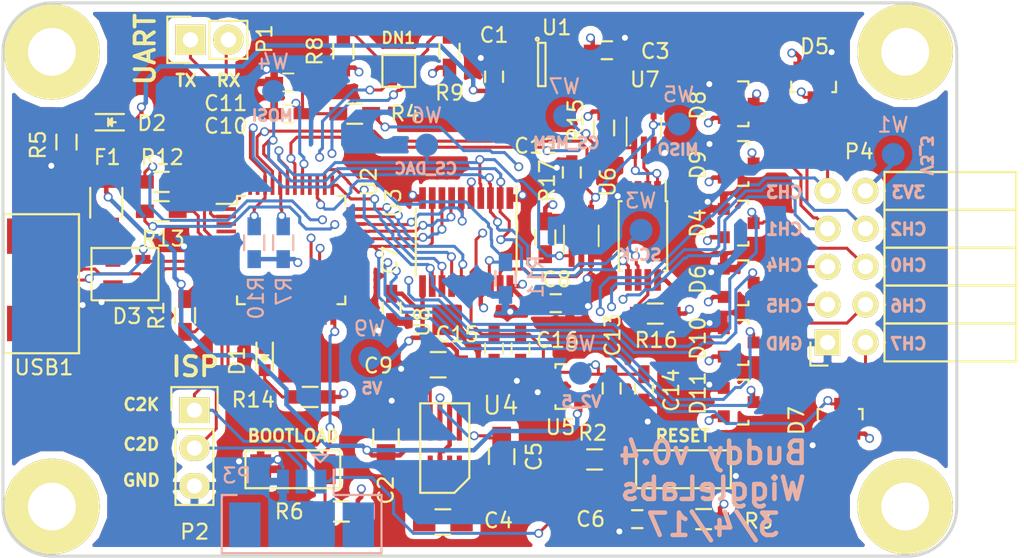
<source format=kicad_pcb>
(kicad_pcb (version 4) (host pcbnew 4.0.4-stable)
  (layers (0 F.Cu signal) (1 In1.Cu signal) (2 In2.Cu signal) (31 B.Cu signal) (34 B.Paste user) (35 F.Paste user) (36 B.SilkS user) (37 F.SilkS user) (38 B.Mask user) (39 F.Mask user) (44 Edge.Cuts user))
  (net 0 "")
  (net 1 /mcu/ADC0_IN)
  (net 2 VBUS)
  (net 3 GND)
  (net 4 +3V3)
  (net 5 "Net-(C4-Pad1)")
  (net 6 "Net-(C4-Pad2)")
  (net 7 "Net-(C5-Pad1)")
  (net 8 "Net-(C5-Pad2)")
  (net 9 "Net-(C6-Pad1)")
  (net 10 +5V)
  (net 11 /mcu/UART_TX)
  (net 12 /mcu/UART_RX)
  (net 13 /mcu/C2CK)
  (net 14 /mcu/C2D)
  (net 15 /mcu/ADC1_IN)
  (net 16 /mcu/ADC2_IN)
  (net 17 /mcu/ADC3_IN)
  (net 18 /mcu/ADC4_IN)
  (net 19 /mcu/ADC5_IN)
  (net 20 /mcu/ADC6_IN)
  (net 21 /mcu/ADC7_IN)
  (net 22 "Net-(R1-Pad1)")
  (net 23 VMCU_3V3)
  (net 24 /mcu/MCU_LDAC)
  (net 25 /mcu/SPI_MOSI)
  (net 26 "Net-(DN1-Pad4)")
  (net 27 "Net-(DN1-Pad3)")
  (net 28 /mcu/SPI_SCLK)
  (net 29 "Net-(U2-Pad16)")
  (net 30 "Net-(U2-Pad17)")
  (net 31 "Net-(U2-Pad18)")
  (net 32 "Net-(U2-Pad19)")
  (net 33 "Net-(U2-Pad20)")
  (net 34 "Net-(U2-Pad21)")
  (net 35 "Net-(U2-Pad22)")
  (net 36 "Net-(U2-Pad23)")
  (net 37 "Net-(U2-Pad28)")
  (net 38 "Net-(DN1-Pad2)")
  (net 39 "Net-(DN1-Pad1)")
  (net 40 /mcu/USBDN)
  (net 41 /mcu/USBDP)
  (net 42 "Net-(U2-Pad29)")
  (net 43 "Net-(U2-Pad30)")
  (net 44 "Net-(D2-Pad1)")
  (net 45 "Net-(USB1-Pad4)")
  (net 46 "Net-(R6-Pad2)")
  (net 47 "Net-(D1-Pad2)")
  (net 48 "Net-(D1-Pad1)")
  (net 49 "Net-(R12-Pad1)")
  (net 50 "Net-(R13-Pad1)")
  (net 51 /periph/SPI_CS_MEM)
  (net 52 "Net-(R16-Pad2)")
  (net 53 /periph/SPI_CS_DAC)
  (net 54 "Net-(U2-Pad40)")
  (net 55 /mcu/SPI_MISO)
  (net 56 "Net-(U2-Pad47)")
  (net 57 "Net-(U2-Pad48)")
  (net 58 "Net-(U6-Pad3)")
  (net 59 VBUS_PRI)
  (net 60 "Net-(U2-Pad27)")
  (net 61 "Net-(U2-Pad3)")
  (net 62 "Net-(U2-Pad4)")
  (net 63 "Net-(U3-Pad19)")
  (net 64 /mcu/REF_V2_5)
  (net 65 "Net-(C10-Pad2)")
  (net 66 "Net-(U6-Pad2)")
  (module Resistors_SMD:R_0603_HandSoldering (layer F.Cu) (at 51.9765 64.5715 270)
    (fp_text reference R5 (at 0.1905 1.905 270) (layer F.SilkS))
    (fp_text value 1k hide)
    (pad 1 smd rect (at -1.1 0 270) (size 1.2 0.9) (layers F.Cu F.Paste F.Mask) (net 44 "Net-(D2-Pad1)"))
    (pad 2 smd rect (at 1.1 0 270) (size 1.2 0.9) (layers F.Cu F.Paste F.Mask) (net 3 GND))
  )
  (module Capacitors_SMD:C_0603_HandSoldering (layer F.Cu) (at 80.615 60.19 90)
    (fp_text reference C1 (at 2.794 0 180) (layer F.SilkS))
    (fp_text value 100nF hide)
    (pad 1 smd rect (at -0.95 0 90) (size 1.2 0.75) (layers F.Cu F.Paste F.Mask) (net 2 VBUS))
    (pad 2 smd rect (at 0.95 0 90) (size 1.2 0.75) (layers F.Cu F.Paste F.Mask) (net 3 GND))
  )
  (module Capacitors_SMD:C_0805_HandSoldering (layer F.Cu) (at 73.376 84.32 90)
    (fp_text reference C2 (at -3.576 0 90) (layer F.SilkS))
    (fp_text value 1uF hide)
    (pad 1 smd rect (at -1.25 0 90) (size 1.5 1.25) (layers F.Cu F.Paste F.Mask) (net 2 VBUS))
    (pad 2 smd rect (at 1.25 0 90) (size 1.5 1.25) (layers F.Cu F.Paste F.Mask) (net 3 GND))
  )
  (module Capacitors_SMD:C_0603_HandSoldering (layer F.Cu) (at 88.1715 58.412)
    (fp_text reference C3 (at 3.2385 0.0635) (layer F.SilkS))
    (fp_text value 100nF hide)
    (pad 1 smd rect (at -0.95 0) (size 1.2 0.75) (layers F.Cu F.Paste F.Mask) (net 4 +3V3))
    (pad 2 smd rect (at 0.95 0) (size 1.2 0.75) (layers F.Cu F.Paste F.Mask) (net 3 GND))
  )
  (module Capacitors_SMD:C_0805_HandSoldering (layer F.Cu) (at 77.186 90.035 180)
    (fp_text reference C4 (at -3.7211 0.1016 180) (layer F.SilkS))
    (fp_text value 1uF hide)
    (pad 1 smd rect (at -1.25 0 180) (size 1.5 1.25) (layers F.Cu F.Paste F.Mask) (net 5 "Net-(C4-Pad1)"))
    (pad 2 smd rect (at 1.25 0 180) (size 1.5 1.25) (layers F.Cu F.Paste F.Mask) (net 6 "Net-(C4-Pad2)"))
  )
  (module Capacitors_SMD:C_0805_HandSoldering (layer F.Cu) (at 81.123 85.6535 90)
    (fp_text reference C5 (at 0 2.159 90) (layer F.SilkS))
    (fp_text value 1uF hide)
    (pad 1 smd rect (at -1.25 0 90) (size 1.5 1.25) (layers F.Cu F.Paste F.Mask) (net 7 "Net-(C5-Pad1)"))
    (pad 2 smd rect (at 1.25 0 90) (size 1.5 1.25) (layers F.Cu F.Paste F.Mask) (net 8 "Net-(C5-Pad2)"))
  )
  (module Capacitors_SMD:C_0603_HandSoldering (layer F.Cu) (at 90.2035 89.8445 180)
    (fp_text reference C6 (at 3.1242 0 180) (layer F.SilkS))
    (fp_text value 100nF hide)
    (pad 1 smd rect (at -0.95 0 180) (size 1.2 0.75) (layers F.Cu F.Paste F.Mask) (net 9 "Net-(C6-Pad1)"))
    (pad 2 smd rect (at 0.95 0 180) (size 1.2 0.75) (layers F.Cu F.Paste F.Mask) (net 3 GND))
  )
  (module Capacitors_SMD:C_0603_HandSoldering (layer F.Cu) (at 73.757 75.684 270)
    (fp_text reference C7 (at -3.2004 0.0889 270) (layer F.SilkS))
    (fp_text value 100nF hide)
    (pad 1 smd rect (at -0.95 0 270) (size 1.2 0.75) (layers F.Cu F.Paste F.Mask) (net 10 +5V))
    (pad 2 smd rect (at 0.95 0 270) (size 1.2 0.75) (layers F.Cu F.Paste F.Mask) (net 3 GND))
  )
  (module Capacitors_SMD:C_0603_HandSoldering (layer F.Cu) (at 84.7425 75.3665)
    (fp_text reference C8 (at 0.0635 -1.5875 180) (layer F.SilkS))
    (fp_text value 1uF hide)
    (pad 1 smd rect (at -0.95 0) (size 1.2 0.75) (layers F.Cu F.Paste F.Mask) (net 4 +3V3))
    (pad 2 smd rect (at 0.95 0) (size 1.2 0.75) (layers F.Cu F.Paste F.Mask) (net 3 GND))
  )
  (module Capacitors_SMD:C_0805_HandSoldering (layer F.Cu) (at 76.8685 79.494 180)
    (fp_text reference C9 (at 4.0005 -0.0635 180) (layer F.SilkS))
    (fp_text value 1uF hide)
    (pad 1 smd rect (at -1.25 0 180) (size 1.5 1.25) (layers F.Cu F.Paste F.Mask) (net 10 +5V))
    (pad 2 smd rect (at 1.25 0 180) (size 1.5 1.25) (layers F.Cu F.Paste F.Mask) (net 3 GND))
  )
  (module Capacitors_SMD:C_0603_HandSoldering (layer F.Cu) (at 88.489 81.0815 270)
    (fp_text reference C13 (at -3.5814 -0.0635 270) (layer F.SilkS))
    (fp_text value 100nF hide)
    (pad 1 smd rect (at -0.95 0 270) (size 1.2 0.75) (layers F.Cu F.Paste F.Mask) (net 64 /mcu/REF_V2_5))
    (pad 2 smd rect (at 0.95 0 270) (size 1.2 0.75) (layers F.Cu F.Paste F.Mask) (net 3 GND))
  )
  (module Capacitors_SMD:C_0603_HandSoldering (layer F.Cu) (at 90.648 81.0815 270)
    (fp_text reference C14 (at 0.127 -1.8415 450) (layer F.SilkS))
    (fp_text value 1uF hide)
    (pad 1 smd rect (at -0.95 0 270) (size 1.2 0.75) (layers F.Cu F.Paste F.Mask) (net 64 /mcu/REF_V2_5))
    (pad 2 smd rect (at 0.95 0 270) (size 1.2 0.75) (layers F.Cu F.Paste F.Mask) (net 3 GND))
  )
  (module Resistors_SMD:R_0603_HandSoldering (layer F.Cu) (at 59.914 76.192 90)
    (fp_text reference R1 (at 0 -1.905 90) (layer F.SilkS))
    (fp_text value 100R hide)
    (pad 1 smd rect (at -1.1 0 90) (size 1.2 0.9) (layers F.Cu F.Paste F.Mask) (net 22 "Net-(R1-Pad1)"))
    (pad 2 smd rect (at 1.1 0 90) (size 1.2 0.9) (layers F.Cu F.Paste F.Mask) (net 2 VBUS))
  )
  (module Resistors_SMD:R_0603_HandSoldering (layer F.Cu) (at 87.346 85.844 180)
    (fp_text reference R2 (at 0.127 1.778 180) (layer F.SilkS))
    (fp_text value 1k hide)
    (pad 1 smd rect (at -1.1 0 180) (size 1.2 0.9) (layers F.Cu F.Paste F.Mask) (net 9 "Net-(C6-Pad1)"))
    (pad 2 smd rect (at 1.1 0 180) (size 1.2 0.9) (layers F.Cu F.Paste F.Mask) (net 13 /mcu/C2CK))
  )
  (module Resistors_SMD:R_0603_HandSoldering (layer B.Cu) (at 66.4926 71.3152 90)
    (fp_text reference R7 (at -3.25 0.05 90) (layer B.SilkS) (effects (justify mirror)))
    (fp_text value 10k hide)
    (pad 1 smd rect (at -1.1 0 90) (size 1.2 0.9) (layers B.Cu B.Paste B.Mask) (net 4 +3V3))
    (pad 2 smd rect (at 1.1 0 90) (size 1.2 0.9) (layers B.Cu B.Paste B.Mask) (net 25 /mcu/SPI_MOSI))
  )
  (module Resistors_SMD:R_0603_HandSoldering (layer F.Cu) (at 70.5185 58.4755 90)
    (fp_text reference R8 (at 0 -1.905 90) (layer F.SilkS))
    (fp_text value 1k hide)
    (pad 1 smd rect (at -1.1 0 90) (size 1.2 0.9) (layers F.Cu F.Paste F.Mask) (net 4 +3V3))
    (pad 2 smd rect (at 1.1 0 90) (size 1.2 0.9) (layers F.Cu F.Paste F.Mask) (net 39 "Net-(DN1-Pad1)"))
  )
  (module Resistors_SMD:R_0603_HandSoldering (layer F.Cu) (at 77.6305 58.4755 90)
    (fp_text reference R9 (at -2.794 0 180) (layer F.SilkS))
    (fp_text value 1k hide)
    (pad 1 smd rect (at -1.1 0 90) (size 1.2 0.9) (layers F.Cu F.Paste F.Mask) (net 4 +3V3))
    (pad 2 smd rect (at 1.1 0 90) (size 1.2 0.9) (layers F.Cu F.Paste F.Mask) (net 38 "Net-(DN1-Pad2)"))
  )
  (module Resistors_SMD:R_0603_HandSoldering (layer B.Cu) (at 64.5495 71.3152 90)
    (fp_text reference R10 (at -3.70332 0.12446 90) (layer B.SilkS) (effects (justify mirror)))
    (fp_text value 10k hide)
    (pad 1 smd rect (at -1.1 0 90) (size 1.2 0.9) (layers B.Cu B.Paste B.Mask) (net 4 +3V3))
    (pad 2 smd rect (at 1.1 0 90) (size 1.2 0.9) (layers B.Cu B.Paste B.Mask) (net 28 /mcu/SPI_SCLK))
  )
  (module Resistors_SMD:R_0603_HandSoldering (layer B.Cu) (at 81.377 73.7155 90)
    (fp_text reference R11 (at 0.127 2.032 90) (layer B.SilkS) (effects (justify mirror)))
    (fp_text value 0R_NM hide)
    (pad 1 smd rect (at -1.1 0 90) (size 1.2 0.9) (layers B.Cu B.Paste B.Mask) (net 3 GND))
    (pad 2 smd rect (at 1.1 0 90) (size 1.2 0.9) (layers B.Cu B.Paste B.Mask) (net 24 /mcu/MCU_LDAC))
  )
  (module TO_SOT_Packages_SMD:SOT-23-5 (layer F.Cu) (at 83.8105 59.367)
    (fp_text reference U1 (at 0.9955 -2.479) (layer F.SilkS))
    (fp_text value MCP1802T-3302I/OT hide)
    (pad 1 smd rect (at -1.1 -0.95) (size 1.06 0.65) (layers F.Cu F.Paste F.Mask) (net 2 VBUS))
    (pad 2 smd rect (at -1.1 0) (size 1.06 0.65) (layers F.Cu F.Paste F.Mask) (net 3 GND))
    (pad 3 smd rect (at -1.1 0.95) (size 1.06 0.65) (layers F.Cu F.Paste F.Mask) (net 2 VBUS))
    (pad 4 smd rect (at 1.1 0.95) (size 1.06 0.65) (layers F.Cu F.Paste F.Mask))
    (pad 5 smd rect (at 1.1 -0.95) (size 1.06 0.65) (layers F.Cu F.Paste F.Mask) (net 4 +3V3))
  )
  (module Housings_QFP:LQFP-48_7x7mm_Pitch0.5mm (layer F.Cu) (at 67.026 71.8105)
    (fp_text reference U2 (at 5.207 -4.572 90) (layer F.SilkS))
    (fp_text value C8051F380 hide)
    (pad 1 smd rect (at -4.35 -2.75) (size 1.3 0.25) (layers F.Cu F.Paste F.Mask) (net 12 /mcu/UART_RX))
    (pad 2 smd rect (at -4.35 -2.25) (size 1.3 0.25) (layers F.Cu F.Paste F.Mask) (net 11 /mcu/UART_TX))
    (pad 3 smd rect (at -4.35 -1.75) (size 1.3 0.25) (layers F.Cu F.Paste F.Mask) (net 61 "Net-(U2-Pad3)"))
    (pad 4 smd rect (at -4.35 -1.25) (size 1.3 0.25) (layers F.Cu F.Paste F.Mask) (net 62 "Net-(U2-Pad4)"))
    (pad 5 smd rect (at -4.35 -0.75) (size 1.3 0.25) (layers F.Cu F.Paste F.Mask) (net 49 "Net-(R12-Pad1)"))
    (pad 6 smd rect (at -4.35 -0.25) (size 1.3 0.25) (layers F.Cu F.Paste F.Mask) (net 50 "Net-(R13-Pad1)"))
    (pad 7 smd rect (at -4.35 0.25) (size 1.3 0.25) (layers F.Cu F.Paste F.Mask) (net 3 GND))
    (pad 8 smd rect (at -4.35 0.75) (size 1.3 0.25) (layers F.Cu F.Paste F.Mask) (net 41 /mcu/USBDP))
    (pad 9 smd rect (at -4.35 1.25) (size 1.3 0.25) (layers F.Cu F.Paste F.Mask) (net 40 /mcu/USBDN))
    (pad 10 smd rect (at -4.35 1.75) (size 1.3 0.25) (layers F.Cu F.Paste F.Mask) (net 23 VMCU_3V3))
    (pad 11 smd rect (at -4.35 2.25) (size 1.3 0.25) (layers F.Cu F.Paste F.Mask) (net 2 VBUS))
    (pad 12 smd rect (at -4.35 2.75) (size 1.3 0.25) (layers F.Cu F.Paste F.Mask) (net 22 "Net-(R1-Pad1)"))
    (pad 13 smd rect (at -2.75 4.35 90) (size 1.3 0.25) (layers F.Cu F.Paste F.Mask) (net 13 /mcu/C2CK))
    (pad 14 smd rect (at -2.25 4.35 90) (size 1.3 0.25) (layers F.Cu F.Paste F.Mask) (net 14 /mcu/C2D))
    (pad 15 smd rect (at -1.75 4.35 90) (size 1.3 0.25) (layers F.Cu F.Paste F.Mask) (net 48 "Net-(D1-Pad1)"))
    (pad 16 smd rect (at -1.25 4.35 90) (size 1.3 0.25) (layers F.Cu F.Paste F.Mask) (net 29 "Net-(U2-Pad16)"))
    (pad 17 smd rect (at -0.75 4.35 90) (size 1.3 0.25) (layers F.Cu F.Paste F.Mask) (net 30 "Net-(U2-Pad17)"))
    (pad 18 smd rect (at -0.25 4.35 90) (size 1.3 0.25) (layers F.Cu F.Paste F.Mask) (net 31 "Net-(U2-Pad18)"))
    (pad 19 smd rect (at 0.25 4.35 90) (size 1.3 0.25) (layers F.Cu F.Paste F.Mask) (net 32 "Net-(U2-Pad19)"))
    (pad 20 smd rect (at 0.75 4.35 90) (size 1.3 0.25) (layers F.Cu F.Paste F.Mask) (net 33 "Net-(U2-Pad20)"))
    (pad 21 smd rect (at 1.25 4.35 90) (size 1.3 0.25) (layers F.Cu F.Paste F.Mask) (net 34 "Net-(U2-Pad21)"))
    (pad 22 smd rect (at 1.75 4.35 90) (size 1.3 0.25) (layers F.Cu F.Paste F.Mask) (net 35 "Net-(U2-Pad22)"))
    (pad 23 smd rect (at 2.25 4.35 90) (size 1.3 0.25) (layers F.Cu F.Paste F.Mask) (net 36 "Net-(U2-Pad23)"))
    (pad 24 smd rect (at 2.75 4.35 90) (size 1.3 0.25) (layers F.Cu F.Paste F.Mask) (net 46 "Net-(R6-Pad2)"))
    (pad 25 smd rect (at 4.35 2.75) (size 1.3 0.25) (layers F.Cu F.Paste F.Mask) (net 27 "Net-(DN1-Pad3)"))
    (pad 26 smd rect (at 4.35 2.25) (size 1.3 0.25) (layers F.Cu F.Paste F.Mask) (net 26 "Net-(DN1-Pad4)"))
    (pad 27 smd rect (at 4.35 1.75) (size 1.3 0.25) (layers F.Cu F.Paste F.Mask) (net 60 "Net-(U2-Pad27)"))
    (pad 28 smd rect (at 4.35 1.25) (size 1.3 0.25) (layers F.Cu F.Paste F.Mask) (net 37 "Net-(U2-Pad28)"))
    (pad 29 smd rect (at 4.35 0.75) (size 1.3 0.25) (layers F.Cu F.Paste F.Mask) (net 42 "Net-(U2-Pad29)"))
    (pad 30 smd rect (at 4.35 0.25) (size 1.3 0.25) (layers F.Cu F.Paste F.Mask) (net 43 "Net-(U2-Pad30)"))
    (pad 31 smd rect (at 4.35 -0.25) (size 1.3 0.25) (layers F.Cu F.Paste F.Mask) (net 21 /mcu/ADC7_IN))
    (pad 32 smd rect (at 4.35 -0.75) (size 1.3 0.25) (layers F.Cu F.Paste F.Mask) (net 20 /mcu/ADC6_IN))
    (pad 33 smd rect (at 4.35 -1.25) (size 1.3 0.25) (layers F.Cu F.Paste F.Mask) (net 19 /mcu/ADC5_IN))
    (pad 34 smd rect (at 4.35 -1.75) (size 1.3 0.25) (layers F.Cu F.Paste F.Mask) (net 18 /mcu/ADC4_IN))
    (pad 35 smd rect (at 4.35 -2.25) (size 1.3 0.25) (layers F.Cu F.Paste F.Mask) (net 17 /mcu/ADC3_IN))
    (pad 36 smd rect (at 4.35 -2.75) (size 1.3 0.25) (layers F.Cu F.Paste F.Mask) (net 16 /mcu/ADC2_IN))
    (pad 37 smd rect (at 2.75 -4.35 90) (size 1.3 0.25) (layers F.Cu F.Paste F.Mask) (net 15 /mcu/ADC1_IN))
    (pad 38 smd rect (at 2.25 -4.35 90) (size 1.3 0.25) (layers F.Cu F.Paste F.Mask) (net 1 /mcu/ADC0_IN))
    (pad 39 smd rect (at 1.75 -4.35 90) (size 1.3 0.25) (layers F.Cu F.Paste F.Mask) (net 24 /mcu/MCU_LDAC))
    (pad 40 smd rect (at 1.25 -4.35 90) (size 1.3 0.25) (layers F.Cu F.Paste F.Mask) (net 54 "Net-(U2-Pad40)"))
    (pad 41 smd rect (at 0.75 -4.35 90) (size 1.3 0.25) (layers F.Cu F.Paste F.Mask) (net 65 "Net-(C10-Pad2)"))
    (pad 42 smd rect (at 0.25 -4.35 90) (size 1.3 0.25) (layers F.Cu F.Paste F.Mask) (net 51 /periph/SPI_CS_MEM))
    (pad 43 smd rect (at -0.25 -4.35 90) (size 1.3 0.25) (layers F.Cu F.Paste F.Mask) (net 53 /periph/SPI_CS_DAC))
    (pad 44 smd rect (at -0.75 -4.35 90) (size 1.3 0.25) (layers F.Cu F.Paste F.Mask) (net 25 /mcu/SPI_MOSI))
    (pad 45 smd rect (at -1.25 -4.35 90) (size 1.3 0.25) (layers F.Cu F.Paste F.Mask) (net 55 /mcu/SPI_MISO))
    (pad 46 smd rect (at -1.75 -4.35 90) (size 1.3 0.25) (layers F.Cu F.Paste F.Mask) (net 28 /mcu/SPI_SCLK))
    (pad 47 smd rect (at -2.25 -4.35 90) (size 1.3 0.25) (layers F.Cu F.Paste F.Mask) (net 56 "Net-(U2-Pad47)"))
    (pad 48 smd rect (at -2.75 -4.35 90) (size 1.3 0.25) (layers F.Cu F.Paste F.Mask) (net 57 "Net-(U2-Pad48)"))
  )
  (module Housings_SSOP:TSSOP-20_4.4x6.5mm_Pitch0.65mm (layer F.Cu) (at 78.7475 71.2735 270)
    (fp_text reference U3 (at -2.6162 4.8768 270) (layer F.SilkS))
    (fp_text value TLV5630 hide)
    (pad 1 smd rect (at -2.95 -2.925 270) (size 1.45 0.45) (layers F.Cu F.Paste F.Mask) (net 3 GND))
    (pad 2 smd rect (at -2.95 -2.275 270) (size 1.45 0.45) (layers F.Cu F.Paste F.Mask) (net 25 /mcu/SPI_MOSI))
    (pad 3 smd rect (at -2.95 -1.625 270) (size 1.45 0.45) (layers F.Cu F.Paste F.Mask) (net 28 /mcu/SPI_SCLK))
    (pad 4 smd rect (at -2.95 -0.975 270) (size 1.45 0.45) (layers F.Cu F.Paste F.Mask) (net 53 /periph/SPI_CS_DAC))
    (pad 5 smd rect (at -2.95 -0.325 270) (size 1.45 0.45) (layers F.Cu F.Paste F.Mask) (net 4 +3V3))
    (pad 6 smd rect (at -2.95 0.325 270) (size 1.45 0.45) (layers F.Cu F.Paste F.Mask) (net 18 /mcu/ADC4_IN))
    (pad 7 smd rect (at -2.95 0.975 270) (size 1.45 0.45) (layers F.Cu F.Paste F.Mask) (net 19 /mcu/ADC5_IN))
    (pad 8 smd rect (at -2.95 1.625 270) (size 1.45 0.45) (layers F.Cu F.Paste F.Mask) (net 20 /mcu/ADC6_IN))
    (pad 9 smd rect (at -2.95 2.275 270) (size 1.45 0.45) (layers F.Cu F.Paste F.Mask) (net 21 /mcu/ADC7_IN))
    (pad 10 smd rect (at -2.95 2.925 270) (size 1.45 0.45) (layers F.Cu F.Paste F.Mask) (net 3 GND))
    (pad 11 smd rect (at 2.95 2.925 270) (size 1.45 0.45) (layers F.Cu F.Paste F.Mask) (net 10 +5V))
    (pad 12 smd rect (at 2.95 2.275 270) (size 1.45 0.45) (layers F.Cu F.Paste F.Mask) (net 1 /mcu/ADC0_IN))
    (pad 13 smd rect (at 2.95 1.625 270) (size 1.45 0.45) (layers F.Cu F.Paste F.Mask) (net 15 /mcu/ADC1_IN))
    (pad 14 smd rect (at 2.95 0.975 270) (size 1.45 0.45) (layers F.Cu F.Paste F.Mask) (net 16 /mcu/ADC2_IN))
    (pad 15 smd rect (at 2.95 0.325 270) (size 1.45 0.45) (layers F.Cu F.Paste F.Mask) (net 17 /mcu/ADC3_IN))
    (pad 16 smd rect (at 2.95 -0.325 270) (size 1.45 0.45) (layers F.Cu F.Paste F.Mask) (net 64 /mcu/REF_V2_5))
    (pad 17 smd rect (at 2.95 -0.975 270) (size 1.45 0.45) (layers F.Cu F.Paste F.Mask) (net 4 +3V3))
    (pad 18 smd rect (at 2.95 -1.625 270) (size 1.45 0.45) (layers F.Cu F.Paste F.Mask) (net 24 /mcu/MCU_LDAC))
    (pad 19 smd rect (at 2.95 -2.275 270) (size 1.45 0.45) (layers F.Cu F.Paste F.Mask) (net 63 "Net-(U3-Pad19)"))
    (pad 20 smd rect (at 2.95 -2.925 270) (size 1.45 0.45) (layers F.Cu F.Paste F.Mask) (net 4 +3V3))
  )
  (module TO_SOT_Packages_SMD:SOT-23 (layer F.Cu) (at 85.3775 80.9545 90)
    (fp_text reference U5 (at -2.7305 -0.3175 180) (layer F.SilkS))
    (fp_text value REF3325AIDBZR hide)
    (pad 1 smd rect (at -0.95 1.00076 90) (size 0.8001 0.8001) (layers F.Cu F.Paste F.Mask) (net 2 VBUS))
    (pad 2 smd rect (at 0.95 1.00076 90) (size 0.8001 0.8001) (layers F.Cu F.Paste F.Mask) (net 64 /mcu/REF_V2_5))
    (pad 3 smd rect (at 0 -0.99822 90) (size 0.8001 0.8001) (layers F.Cu F.Paste F.Mask) (net 3 GND))
  )
  (module led:LTST-C195KGJRKT (layer F.Cu) (at 73.9475 59.6179)
    (fp_text reference DN1 (at 0.254 -2.032) (layer F.SilkS) (effects (font (size 0.75 0.75))))
    (fp_text value LTST-C195KGJRKT hide)
    (pad 4 smd rect (at 0.8255 0.8261) (size 0.85 0.65) (layers F.Cu F.Paste F.Mask) (net 26 "Net-(DN1-Pad4)"))
    (pad 3 smd rect (at -0.2508 0.8261) (size 0.85 0.65) (layers F.Cu F.Paste F.Mask) (net 27 "Net-(DN1-Pad3)"))
    (pad 2 smd rect (at 0.8128 -0.4572) (size 0.85 0.65) (layers F.Cu F.Paste F.Mask) (net 38 "Net-(DN1-Pad2)"))
    (pad 1 smd rect (at -0.2508 -0.4572) (size 0.85 0.65) (layers F.Cu F.Paste F.Mask) (net 39 "Net-(DN1-Pad1)"))
  )
  (module Socket_Strips:Socket_Strip_Straight_1x02 (layer F.Cu) (at 60.2823 57.7135)
    (fp_text reference P1 (at 4.9657 -0.0635 90) (layer F.SilkS))
    (fp_text value CONN_01X02 hide)
    (pad 1 thru_hole rect (at 0 0) (size 2.032 2.032) (drill 1.016) (layers *.Cu *.Mask F.SilkS) (net 11 /mcu/UART_TX))
    (pad 2 thru_hole oval (at 2.54 0) (size 2.032 2.032) (drill 1.016) (layers *.Cu *.Mask F.SilkS) (net 12 /mcu/UART_RX))
  )
  (module Socket_Strips:Socket_Strip_Straight_1x03 (layer F.Cu) (at 60.549 82.542 270)
    (fp_text reference P2 (at 8.1534 -0.0127 360) (layer F.SilkS))
    (fp_text value CONN_01X03 hide)
    (pad 1 thru_hole rect (at 0 0 270) (size 1.7272 2.032) (drill 1.016) (layers *.Cu *.Mask F.SilkS) (net 13 /mcu/C2CK))
    (pad 2 thru_hole oval (at 2.54 0 270) (size 1.7272 2.032) (drill 1.016) (layers *.Cu *.Mask F.SilkS) (net 14 /mcu/C2D))
    (pad 3 thru_hole oval (at 5.08 0 270) (size 1.7272 2.032) (drill 1.016) (layers *.Cu *.Mask F.SilkS) (net 3 GND))
  )
  (module LEDs:LED_0603 (layer F.Cu) (at 55.0245 63.238)
    (fp_text reference D2 (at 2.667 0.0635) (layer F.SilkS))
    (fp_text value LED hide)
    (pad 2 smd rect (at 0.7493 0 180) (size 0.79756 0.79756) (layers F.Cu F.Paste F.Mask) (net 2 VBUS))
    (pad 1 smd rect (at -0.7493 0 180) (size 0.79756 0.79756) (layers F.Cu F.Paste F.Mask) (net 44 "Net-(D2-Pad1)"))
  )
  (module tacticle:SKRKAEE010 (layer F.Cu) (at 93.301 86.5)
    (fp_text reference SW1 hide)
    (fp_text value SKRKAEE010 hide)
    (pad 2 smd rect (at 2.156 0) (size 1.4 2) (layers F.Cu F.Paste F.Mask) (net 3 GND))
    (pad 1 smd rect (at -2.156 0) (size 1.4 2) (layers F.Cu F.Paste F.Mask) (net 9 "Net-(C6-Pad1)"))
  )
  (module Resistors_SMD:R_0603_HandSoldering (layer F.Cu) (at 94.6485 89.8445 180)
    (fp_text reference R3 (at -3.683 -0.127 180) (layer F.SilkS))
    (fp_text value 1k hide)
    (pad 1 smd rect (at -1.1 0 180) (size 1.2 0.9) (layers F.Cu F.Paste F.Mask) (net 4 +3V3))
    (pad 2 smd rect (at 1.1 0 180) (size 1.2 0.9) (layers F.Cu F.Paste F.Mask) (net 9 "Net-(C6-Pad1)"))
  )
  (module usb:microb_usb_top_mount (layer F.Cu) (at 50.25 73.76)
    (fp_text reference USB1 (at 0.2159 5.9182) (layer F.SilkS))
    (fp_text value MICRO-B_USB hide)
    (pad 5 smd rect (at 1.3589 1.3554) (size 1.38 0.45) (layers F.Cu F.Paste F.Mask) (net 3 GND))
    (pad 4 smd rect (at 1.3589 0.7054) (size 1.38 0.45) (layers F.Cu F.Paste F.Mask) (net 45 "Net-(USB1-Pad4)"))
    (pad 3 smd rect (at 1.3589 0.0554) (size 1.38 0.45) (layers F.Cu F.Paste F.Mask) (net 41 /mcu/USBDP))
    (pad 2 smd rect (at 1.3589 -0.5946) (size 1.38 0.45) (layers F.Cu F.Paste F.Mask) (net 40 /mcu/USBDN))
    (pad 1 smd rect (at 1.3589 -1.2446) (size 1.38 0.45) (layers F.Cu F.Paste F.Mask) (net 59 VBUS_PRI))
    (pad 0 smd rect (at 1.0033 2.5273) (size 2.1 1.475) (layers F.Cu F.Paste F.Mask))
    (pad 0 smd rect (at 1.0033 -2.4257) (size 2.1 1.475) (layers F.Cu F.Paste F.Mask))
    (pad 0 smd rect (at -1.3041 -2.8829) (size 1.9 2.375) (layers F.Cu F.Paste F.Mask))
    (pad 0 smd rect (at -1.3041 2.9718) (size 1.9 2.375) (layers F.Cu F.Paste F.Mask))
  )
  (module esd_protection:PRTR5V0U2X,215 (layer F.Cu) (at 56.688 73.5885)
    (fp_text reference D3 (at -0.6604 2.6543) (layer F.SilkS))
    (fp_text value PRTR5V0U2X,215 hide)
    (pad 4 smd rect (at -1.6 -0.9636) (size 1 0.6) (layers F.Cu F.Paste F.Mask) (net 59 VBUS_PRI))
    (pad 2 smd rect (at 0.4047 0.7874) (size 1 0.6) (layers F.Cu F.Paste F.Mask) (net 40 /mcu/USBDN))
    (pad 3 smd rect (at 0.4047 -1.1557) (size 1 0.6) (layers F.Cu F.Paste F.Mask) (net 41 /mcu/USBDP))
    (pad 1 smd rect (at -1.6 0.7) (size 1.3 0.9) (layers F.Cu F.Paste F.Mask) (net 3 GND))
  )
  (module switching_charge_pump:VSSOP8-DGK (layer F.Cu) (at 77.313 85.082 180)
    (fp_text reference U4 (at -3.7465 2.8575 360) (layer F.SilkS) (effects (font (size 1.2 1.2))))
    (fp_text value TPS60241 hide)
    (pad 8 smd rect (at -0.975 -1.75 180) (size 0.34 2.5) (layers F.Cu F.Paste F.Mask) (net 7 "Net-(C5-Pad1)"))
    (pad 1 smd rect (at -0.975 1.75 180) (size 0.34 2.5) (layers F.Cu F.Paste F.Mask) (net 10 +5V))
    (pad 7 smd rect (at -0.325 -1.75 180) (size 0.34 2.5) (layers F.Cu F.Paste F.Mask) (net 5 "Net-(C4-Pad1)"))
    (pad 2 smd rect (at -0.325 1.75 180) (size 0.34 2.5) (layers F.Cu F.Paste F.Mask) (net 2 VBUS))
    (pad 6 smd rect (at 0.325 -1.75 180) (size 0.34 2.5) (layers F.Cu F.Paste F.Mask) (net 2 VBUS))
    (pad 3 smd rect (at 0.325 1.75 180) (size 0.34 2.5) (layers F.Cu F.Paste F.Mask) (net 8 "Net-(C5-Pad2)"))
    (pad 5 smd rect (at 0.975 -1.75 180) (size 0.34 2.5) (layers F.Cu F.Paste F.Mask) (net 6 "Net-(C4-Pad2)"))
    (pad 4 smd rect (at 0.975 1.75 180) (size 0.34 2.5) (layers F.Cu F.Paste F.Mask) (net 3 GND))
  )
  (module Mounting_Holes:MountingHole_3.2mm_M3_Pad (layer F.Cu) (at 51 58.52)
    (fp_text reference REF** hide)
    (fp_text value "" hide)
    (pad 1 thru_hole circle (at 0 0) (size 6.4 6.4) (drill 3.2) (layers *.Cu *.Mask F.SilkS))
  )
  (module Mounting_Holes:MountingHole_3.2mm_M3_Pad (layer F.Cu) (at 51 89)
    (fp_text reference REF** hide)
    (fp_text value "" hide)
    (pad 1 thru_hole circle (at 0 0) (size 6.4 6.4) (drill 3.2) (layers *.Cu *.Mask F.SilkS))
  )
  (module Mounting_Holes:MountingHole_3.2mm_M3_Pad (layer F.Cu) (at 108.15 89)
    (fp_text reference REF** hide)
    (fp_text value "" hide)
    (pad 1 thru_hole circle (at 0 0) (size 6.4 6.4) (drill 3.2) (layers *.Cu *.Mask F.SilkS))
  )
  (module Mounting_Holes:MountingHole_3.2mm_M3_Pad (layer F.Cu) (at 108.15 58.52)
    (fp_text reference REF** hide)
    (fp_text value "" hide)
    (pad 1 thru_hole circle (at 0 0) (size 6.4 6.4) (drill 3.2) (layers *.Cu *.Mask F.SilkS))
  )
  (module Resistors_SMD:R_0603_HandSoldering (layer F.Cu) (at 70.3915 89.3365 180)
    (fp_text reference R6 (at 3.4925 0 180) (layer F.SilkS))
    (fp_text value 10k hide)
    (pad 1 smd rect (at -1.1 0 180) (size 1.2 0.9) (layers F.Cu F.Paste F.Mask) (net 4 +3V3))
    (pad 2 smd rect (at 1.1 0 180) (size 1.2 0.9) (layers F.Cu F.Paste F.Mask) (net 46 "Net-(R6-Pad2)"))
  )
  (module tacticle:SKRKAEE010 (layer F.Cu) (at 67.139 86.5 180)
    (fp_text reference SW2 hide)
    (fp_text value SKRKAEE010 hide)
    (pad 2 smd rect (at 2.156 0 180) (size 1.4 2) (layers F.Cu F.Paste F.Mask) (net 3 GND))
    (pad 1 smd rect (at -2.156 0 180) (size 1.4 2) (layers F.Cu F.Paste F.Mask) (net 46 "Net-(R6-Pad2)"))
  )
  (module Capacitors_SMD:C_0603 (layer F.Cu) (at 85.822 66.6035 270)
    (fp_text reference C12 (at -1.778 2.413 360) (layer F.SilkS))
    (fp_text value 100nF hide)
    (pad 1 smd rect (at -0.75 0 270) (size 0.8 0.75) (layers F.Cu F.Paste F.Mask) (net 3 GND))
    (pad 2 smd rect (at 0.75 0 270) (size 0.8 0.75) (layers F.Cu F.Paste F.Mask) (net 4 +3V3))
  )
  (module LEDs:LED_0603 (layer F.Cu) (at 65.248 79.113 270)
    (fp_text reference D1 (at 0.127 1.8415 270) (layer F.SilkS))
    (fp_text value LED hide)
    (pad 2 smd rect (at 0.7493 0 90) (size 0.79756 0.79756) (layers F.Cu F.Paste F.Mask) (net 47 "Net-(D1-Pad2)"))
    (pad 1 smd rect (at -0.7493 0 90) (size 0.79756 0.79756) (layers F.Cu F.Paste F.Mask) (net 48 "Net-(D1-Pad1)"))
  )
  (module TO_SOT_Packages_SMD:SOT-23 (layer F.Cu) (at 97 70 270)
    (fp_text reference D4 (at 0 2.7325 270) (layer F.SilkS))
    (fp_text value D_Schottky_x2_Serial_AKC hide)
    (pad 1 smd rect (at -0.95 1.00076 270) (size 0.8001 0.8001) (layers F.Cu F.Paste F.Mask) (net 3 GND))
    (pad 2 smd rect (at 0.95 1.00076 270) (size 0.8001 0.8001) (layers F.Cu F.Paste F.Mask) (net 4 +3V3))
    (pad 3 smd rect (at 0 -0.99822 270) (size 0.8001 0.8001) (layers F.Cu F.Paste F.Mask) (net 1 /mcu/ADC0_IN))
  )
  (module TO_SOT_Packages_SMD:SOT-23 (layer F.Cu) (at 102.0145 60.571 180)
    (fp_text reference D5 (at -0.0635 2.413 180) (layer F.SilkS))
    (fp_text value D_Schottky_x2_Serial_AKC hide)
    (pad 1 smd rect (at -0.95 1.00076 180) (size 0.8001 0.8001) (layers F.Cu F.Paste F.Mask) (net 3 GND))
    (pad 2 smd rect (at 0.95 1.00076 180) (size 0.8001 0.8001) (layers F.Cu F.Paste F.Mask) (net 4 +3V3))
    (pad 3 smd rect (at 0 -0.99822 180) (size 0.8001 0.8001) (layers F.Cu F.Paste F.Mask) (net 17 /mcu/ADC3_IN))
  )
  (module TO_SOT_Packages_SMD:SOT-23 (layer F.Cu) (at 97 74 270)
    (fp_text reference D6 (at -0.221 2.7325 270) (layer F.SilkS))
    (fp_text value D_Schottky_x2_Serial_AKC hide)
    (pad 1 smd rect (at -0.95 1.00076 270) (size 0.8001 0.8001) (layers F.Cu F.Paste F.Mask) (net 3 GND))
    (pad 2 smd rect (at 0.95 1.00076 270) (size 0.8001 0.8001) (layers F.Cu F.Paste F.Mask) (net 4 +3V3))
    (pad 3 smd rect (at 0 -0.99822 270) (size 0.8001 0.8001) (layers F.Cu F.Paste F.Mask) (net 18 /mcu/ADC4_IN))
  )
  (module TO_SOT_Packages_SMD:SOT-23 (layer F.Cu) (at 103.7925 83.1135)
    (fp_text reference D7 (at -2.921 0.127 90) (layer F.SilkS))
    (fp_text value D_Schottky_x2_Serial_AKC hide)
    (pad 1 smd rect (at -0.95 1.00076) (size 0.8001 0.8001) (layers F.Cu F.Paste F.Mask) (net 3 GND))
    (pad 2 smd rect (at 0.95 1.00076) (size 0.8001 0.8001) (layers F.Cu F.Paste F.Mask) (net 4 +3V3))
    (pad 3 smd rect (at 0 -0.99822) (size 0.8001 0.8001) (layers F.Cu F.Paste F.Mask) (net 21 /mcu/ADC7_IN))
  )
  (module TO_SOT_Packages_SMD:SOT-23 (layer F.Cu) (at 97 62 270)
    (fp_text reference D8 (at 0.0955 2.7325 270) (layer F.SilkS))
    (fp_text value D_Schottky_x2_Serial_AKC hide)
    (pad 1 smd rect (at -0.95 1.00076 270) (size 0.8001 0.8001) (layers F.Cu F.Paste F.Mask) (net 3 GND))
    (pad 2 smd rect (at 0.95 1.00076 270) (size 0.8001 0.8001) (layers F.Cu F.Paste F.Mask) (net 4 +3V3))
    (pad 3 smd rect (at 0 -0.99822 270) (size 0.8001 0.8001) (layers F.Cu F.Paste F.Mask) (net 16 /mcu/ADC2_IN))
  )
  (module TO_SOT_Packages_SMD:SOT-23 (layer F.Cu) (at 97 66 270)
    (fp_text reference D9 (at 0.0955 2.7325 270) (layer F.SilkS))
    (fp_text value D_Schottky_x2_Serial_AKC hide)
    (pad 1 smd rect (at -0.95 1.00076 270) (size 0.8001 0.8001) (layers F.Cu F.Paste F.Mask) (net 3 GND))
    (pad 2 smd rect (at 0.95 1.00076 270) (size 0.8001 0.8001) (layers F.Cu F.Paste F.Mask) (net 4 +3V3))
    (pad 3 smd rect (at 0 -0.99822 270) (size 0.8001 0.8001) (layers F.Cu F.Paste F.Mask) (net 15 /mcu/ADC1_IN))
  )
  (module TO_SOT_Packages_SMD:SOT-23 (layer F.Cu) (at 97 78 270)
    (fp_text reference D10 (at -0.284 2.7325 270) (layer F.SilkS))
    (fp_text value D_Schottky_x2_Serial_AKC hide)
    (pad 1 smd rect (at -0.95 1.00076 270) (size 0.8001 0.8001) (layers F.Cu F.Paste F.Mask) (net 3 GND))
    (pad 2 smd rect (at 0.95 1.00076 270) (size 0.8001 0.8001) (layers F.Cu F.Paste F.Mask) (net 4 +3V3))
    (pad 3 smd rect (at 0 -0.99822 270) (size 0.8001 0.8001) (layers F.Cu F.Paste F.Mask) (net 19 /mcu/ADC5_IN))
  )
  (module TO_SOT_Packages_SMD:SOT-23 (layer F.Cu) (at 97 82 270)
    (fp_text reference D11 (at -0.601 2.7325 270) (layer F.SilkS))
    (fp_text value D_Schottky_x2_Serial_AKC hide)
    (pad 1 smd rect (at -0.95 1.00076 270) (size 0.8001 0.8001) (layers F.Cu F.Paste F.Mask) (net 3 GND))
    (pad 2 smd rect (at 0.95 1.00076 270) (size 0.8001 0.8001) (layers F.Cu F.Paste F.Mask) (net 4 +3V3))
    (pad 3 smd rect (at 0 -0.99822 270) (size 0.8001 0.8001) (layers F.Cu F.Paste F.Mask) (net 20 /mcu/ADC6_IN))
  )
  (module Resistors_SMD:R_1206 (layer F.Cu) (at 54.6435 68.6355 90)
    (fp_text reference F1 (at 3.048 0.0635 180) (layer F.SilkS))
    (fp_text value 1206L050/15YR hide)
    (pad 1 smd rect (at -1.45 0 90) (size 0.9 1.7) (layers F.Cu F.Paste F.Mask) (net 59 VBUS_PRI))
    (pad 2 smd rect (at 1.45 0 90) (size 0.9 1.7) (layers F.Cu F.Paste F.Mask) (net 2 VBUS))
  )
  (module Connectors_Molex:Molex_PicoBlade_53261-0371 (layer B.Cu) (at 67.7245 90.2255 180)
    (fp_text reference P3 (at 4.35 3.3 180) (layer B.SilkS) (effects (justify mirror)))
    (fp_text value CONN_01X03 hide)
    (pad 1 smd rect (at -1.25 2.9 180) (size 0.8 1.6) (layers B.Cu B.Paste B.Mask) (net 13 /mcu/C2CK))
    (pad 2 smd rect (at 0 2.9 180) (size 0.8 1.6) (layers B.Cu B.Paste B.Mask) (net 14 /mcu/C2D))
    (pad 3 smd rect (at 1.25 2.9 180) (size 0.8 1.6) (layers B.Cu B.Paste B.Mask) (net 3 GND))
    (pad "" smd rect (at -3.8 0 180) (size 2.1 3) (layers B.Cu B.Paste B.Mask))
    (pad "" smd rect (at 3.8 0 180) (size 2.1 3) (layers B.Cu B.Paste B.Mask))
  )
  (module Socket_Strips:Socket_Strip_Angled_2x05 (layer F.Cu) (at 102.95 78 90)
    (fp_text reference P4 (at 12.7935 2.1125 180) (layer F.SilkS))
    (fp_text value CONN_02X05 hide)
    (pad 1 thru_hole rect (at 0 0 90) (size 1.7272 1.7272) (drill 1.016) (layers *.Cu *.Mask F.SilkS) (net 3 GND))
    (pad 2 thru_hole oval (at 0 2.54 90) (size 1.7272 1.7272) (drill 1.016) (layers *.Cu *.Mask F.SilkS) (net 21 /mcu/ADC7_IN))
    (pad 3 thru_hole oval (at 2.54 0 90) (size 1.7272 1.7272) (drill 1.016) (layers *.Cu *.Mask F.SilkS) (net 19 /mcu/ADC5_IN))
    (pad 4 thru_hole oval (at 2.54 2.54 90) (size 1.7272 1.7272) (drill 1.016) (layers *.Cu *.Mask F.SilkS) (net 20 /mcu/ADC6_IN))
    (pad 5 thru_hole oval (at 5.08 0 90) (size 1.7272 1.7272) (drill 1.016) (layers *.Cu *.Mask F.SilkS) (net 18 /mcu/ADC4_IN))
    (pad 6 thru_hole oval (at 5.08 2.54 90) (size 1.7272 1.7272) (drill 1.016) (layers *.Cu *.Mask F.SilkS) (net 1 /mcu/ADC0_IN))
    (pad 7 thru_hole oval (at 7.62 0 90) (size 1.7272 1.7272) (drill 1.016) (layers *.Cu *.Mask F.SilkS) (net 15 /mcu/ADC1_IN))
    (pad 8 thru_hole oval (at 7.62 2.54 90) (size 1.7272 1.7272) (drill 1.016) (layers *.Cu *.Mask F.SilkS) (net 16 /mcu/ADC2_IN))
    (pad 9 thru_hole oval (at 10.16 0 90) (size 1.7272 1.7272) (drill 1.016) (layers *.Cu *.Mask F.SilkS) (net 17 /mcu/ADC3_IN))
    (pad 10 thru_hole oval (at 10.16 2.54 90) (size 1.7272 1.7272) (drill 1.016) (layers *.Cu *.Mask F.SilkS) (net 4 +3V3))
  )
  (module Resistors_SMD:R_0603_HandSoldering (layer F.Cu) (at 58.3265 67.2385 180)
    (fp_text reference R12 (at -0.0635 1.651 360) (layer F.SilkS))
    (fp_text value 0R hide)
    (pad 1 smd rect (at -1.1 0 180) (size 1.2 0.9) (layers F.Cu F.Paste F.Mask) (net 49 "Net-(R12-Pad1)"))
    (pad 2 smd rect (at 1.1 0 180) (size 1.2 0.9) (layers F.Cu F.Paste F.Mask) (net 1 /mcu/ADC0_IN))
  )
  (module Resistors_SMD:R_0603_HandSoldering (layer F.Cu) (at 58.3265 69.207 180)
    (fp_text reference R13 (at -0.127 -1.8415 180) (layer F.SilkS))
    (fp_text value 0R hide)
    (pad 1 smd rect (at -1.1 0 180) (size 1.2 0.9) (layers F.Cu F.Paste F.Mask) (net 50 "Net-(R13-Pad1)"))
    (pad 2 smd rect (at 1.1 0 180) (size 1.2 0.9) (layers F.Cu F.Paste F.Mask) (net 15 /mcu/ADC1_IN))
  )
  (module Resistors_SMD:R_0603_HandSoldering (layer F.Cu) (at 68.296 81.653 180)
    (fp_text reference R14 (at 3.81 -0.1905 180) (layer F.SilkS))
    (fp_text value 1k hide)
    (pad 1 smd rect (at -1.1 0 180) (size 1.2 0.9) (layers F.Cu F.Paste F.Mask) (net 4 +3V3))
    (pad 2 smd rect (at 1.1 0 180) (size 1.2 0.9) (layers F.Cu F.Paste F.Mask) (net 47 "Net-(D1-Pad2)"))
  )
  (module Resistors_SMD:R_0603_HandSoldering (layer F.Cu) (at 87.981 63.619 270)
    (fp_text reference R15 (at -0.508 1.905 270) (layer F.SilkS))
    (fp_text value 10k hide)
    (pad 1 smd rect (at -1.1 0 270) (size 1.2 0.9) (layers F.Cu F.Paste F.Mask) (net 4 +3V3))
    (pad 2 smd rect (at 1.1 0 270) (size 1.2 0.9) (layers F.Cu F.Paste F.Mask) (net 51 /periph/SPI_CS_MEM))
  )
  (module Resistors_SMD:R_0603_HandSoldering (layer F.Cu) (at 91.41 76.065 180)
    (fp_text reference R16 (at -0.0635 -1.778 180) (layer F.SilkS))
    (fp_text value 10k hide)
    (pad 1 smd rect (at -1.1 0 180) (size 1.2 0.9) (layers F.Cu F.Paste F.Mask) (net 4 +3V3))
    (pad 2 smd rect (at 1.1 0 180) (size 1.2 0.9) (layers F.Cu F.Paste F.Mask) (net 52 "Net-(R16-Pad2)"))
  )
  (module Resistors_SMD:R_0603_HandSoldering (layer F.Cu) (at 84.044 70.985 270)
    (fp_text reference R17 (at -3.81 -0.127 270) (layer F.SilkS))
    (fp_text value 10k hide)
    (pad 1 smd rect (at -1.1 0 270) (size 1.2 0.9) (layers F.Cu F.Paste F.Mask) (net 4 +3V3))
    (pad 2 smd rect (at 1.1 0 270) (size 1.2 0.9) (layers F.Cu F.Paste F.Mask) (net 53 /periph/SPI_CS_DAC))
  )
  (module Housings_SSOP:TSSOP-8_4.4x3mm_Pitch0.65mm (layer F.Cu) (at 90.5845 70.858 270)
    (fp_text reference U6 (at -3.6195 2.3495 270) (layer F.SilkS))
    (fp_text value 23LC1024-I/ST hide)
    (pad 1 smd rect (at -2.95 -0.975 270) (size 1.45 0.45) (layers F.Cu F.Paste F.Mask) (net 51 /periph/SPI_CS_MEM))
    (pad 2 smd rect (at -2.95 -0.325 270) (size 1.45 0.45) (layers F.Cu F.Paste F.Mask) (net 66 "Net-(U6-Pad2)"))
    (pad 3 smd rect (at -2.95 0.325 270) (size 1.45 0.45) (layers F.Cu F.Paste F.Mask) (net 58 "Net-(U6-Pad3)"))
    (pad 4 smd rect (at -2.95 0.975 270) (size 1.45 0.45) (layers F.Cu F.Paste F.Mask) (net 3 GND))
    (pad 5 smd rect (at 2.95 0.975 270) (size 1.45 0.45) (layers F.Cu F.Paste F.Mask) (net 25 /mcu/SPI_MOSI))
    (pad 6 smd rect (at 2.95 0.325 270) (size 1.45 0.45) (layers F.Cu F.Paste F.Mask) (net 28 /mcu/SPI_SCLK))
    (pad 7 smd rect (at 2.95 -0.325 270) (size 1.45 0.45) (layers F.Cu F.Paste F.Mask) (net 52 "Net-(R16-Pad2)"))
    (pad 8 smd rect (at 2.95 -0.975 270) (size 1.45 0.45) (layers F.Cu F.Paste F.Mask) (net 4 +3V3))
  )
  (module Capacitors_SMD:C_0603_HandSoldering (layer F.Cu) (at 66.8355 62.6665)
    (fp_text reference C10 (at -4.191 0.8255) (layer F.SilkS))
    (fp_text value 4.7uF hide)
    (pad 1 smd rect (at -0.95 0) (size 1.2 0.75) (layers F.Cu F.Paste F.Mask) (net 3 GND))
    (pad 2 smd rect (at 0.95 0) (size 1.2 0.75) (layers F.Cu F.Paste F.Mask) (net 65 "Net-(C10-Pad2)"))
  )
  (module TO_SOT_Packages_SMD:SOT-353_SC-70-5_Handsoldering (layer F.Cu) (at 90.648 63.619 90)
    (fp_text reference U7 (at 3.2385 0.0635 180) (layer F.SilkS))
    (fp_text value 74AHC1G125 hide)
    (pad 1 smd rect (at -1.33 -0.65 90) (size 1.5 0.4) (layers F.Cu F.Paste F.Mask) (net 51 /periph/SPI_CS_MEM))
    (pad 2 smd rect (at -1.33 0 90) (size 1.5 0.4) (layers F.Cu F.Paste F.Mask) (net 66 "Net-(U6-Pad2)"))
    (pad 3 smd rect (at -1.33 0.65 90) (size 1.5 0.4) (layers F.Cu F.Paste F.Mask) (net 3 GND))
    (pad 4 smd rect (at 1.33 0.65 90) (size 1.5 0.4) (layers F.Cu F.Paste F.Mask) (net 55 /mcu/SPI_MISO))
    (pad 5 smd rect (at 1.33 -0.65 90) (size 1.5 0.4) (layers F.Cu F.Paste F.Mask) (net 4 +3V3))
  )
  (module TO_SOT_Packages_SMD:SOT-353_SC-70-5_Handsoldering (layer F.Cu) (at 86.457 70.858 90)
    (fp_text reference U8 (at -5.7785 -10.668 270) (layer F.SilkS))
    (fp_text value 74AHC1G125 hide)
    (pad 1 smd rect (at -1.33 -0.65 90) (size 1.5 0.4) (layers F.Cu F.Paste F.Mask) (net 53 /periph/SPI_CS_DAC))
    (pad 2 smd rect (at -1.33 0 90) (size 1.5 0.4) (layers F.Cu F.Paste F.Mask) (net 63 "Net-(U3-Pad19)"))
    (pad 3 smd rect (at -1.33 0.65 90) (size 1.5 0.4) (layers F.Cu F.Paste F.Mask) (net 3 GND))
    (pad 4 smd rect (at 1.33 0.65 90) (size 1.5 0.4) (layers F.Cu F.Paste F.Mask) (net 55 /mcu/SPI_MISO))
    (pad 5 smd rect (at 1.33 -0.65 90) (size 1.5 0.4) (layers F.Cu F.Paste F.Mask) (net 4 +3V3))
  )
  (module test_pads:TESTPAD_SMALL (layer B.Cu) (at 107.3231 65.3716)
    (fp_text reference W1 (at 0 -1.9558) (layer B.SilkS) (effects (justify mirror)))
    (fp_text value TEST_1P hide)
    (pad 1 smd circle (at 0.0254 0.0254) (size 1.524 1.524) (layers B.Cu B.Paste B.Mask) (net 4 +3V3))
  )
  (module test_pads:TESTPAD_SMALL (layer B.Cu) (at 90.4321 70.4516)
    (fp_text reference W3 (at 0 -1.9558) (layer B.SilkS) (effects (justify mirror)))
    (fp_text value TEST_1P hide)
    (pad 1 smd circle (at 0.0254 0.0254) (size 1.524 1.524) (layers B.Cu B.Paste B.Mask) (net 28 /mcu/SPI_SCLK))
  )
  (module test_pads:TESTPAD_SMALL (layer B.Cu) (at 65.8195 61.1425)
    (fp_text reference W4 (at 0 -1.9558) (layer B.SilkS) (effects (justify mirror)))
    (fp_text value TEST_1P hide)
    (pad 1 smd circle (at 0.0254 0.0254) (size 1.524 1.524) (layers B.Cu B.Paste B.Mask) (net 25 /mcu/SPI_MOSI))
  )
  (module test_pads:TESTPAD_SMALL (layer B.Cu) (at 92.9721 63.3396)
    (fp_text reference W5 (at 0 -1.9558) (layer B.SilkS) (effects (justify mirror)))
    (fp_text value TEST_1P hide)
    (pad 1 smd circle (at 0.0254 0.0254) (size 1.524 1.524) (layers B.Cu B.Paste B.Mask) (net 55 /mcu/SPI_MISO))
  )
  (module test_pads:TESTPAD_SMALL (layer B.Cu) (at 76.0811 64.7366)
    (fp_text reference W6 (at 0 -1.9558) (layer B.SilkS) (effects (justify mirror)))
    (fp_text value TEST_1P hide)
    (pad 1 smd circle (at 0.0254 0.0254) (size 1.524 1.524) (layers B.Cu B.Paste B.Mask) (net 53 /periph/SPI_CS_DAC))
  )
  (module test_pads:TESTPAD_SMALL (layer B.Cu) (at 85.314 62.7935)
    (fp_text reference W7 (at 0 -1.9558) (layer B.SilkS) (effects (justify mirror)))
    (fp_text value TEST_1P hide)
    (pad 1 smd circle (at 0.0254 0.0254) (size 1.524 1.524) (layers B.Cu B.Paste B.Mask) (net 51 /periph/SPI_CS_MEM))
  )
  (module test_pads:TESTPAD_SMALL (layer B.Cu) (at 86.3681 80.0401)
    (fp_text reference W8 (at 0 -1.9558) (layer B.SilkS) (effects (justify mirror)))
    (fp_text value TEST_1P hide)
    (pad 1 smd circle (at 0.0254 0.0254) (size 1.524 1.524) (layers B.Cu B.Paste B.Mask) (net 64 /mcu/REF_V2_5))
  )
  (module test_pads:TESTPAD_SMALL (layer B.Cu) (at 72.2711 79.0241)
    (fp_text reference W9 (at 0 -1.9558) (layer B.SilkS) (effects (justify mirror)))
    (fp_text value TEST_1P hide)
    (pad 1 smd circle (at 0.0254 0.0254) (size 1.524 1.524) (layers B.Cu B.Paste B.Mask) (net 10 +5V))
  )
  (module Resistors_SMD:R_0603_HandSoldering (layer F.Cu) (at 71.2805 62.6665 180)
    (fp_text reference R4 (at -3.3655 0 180) (layer F.SilkS))
    (fp_text value 0R hide)
    (pad 1 smd rect (at -1.1 0 180) (size 1.2 0.9) (layers F.Cu F.Paste F.Mask) (net 64 /mcu/REF_V2_5))
    (pad 2 smd rect (at 1.1 0 180) (size 1.2 0.9) (layers F.Cu F.Paste F.Mask) (net 65 "Net-(C10-Pad2)"))
  )
  (module Capacitors_SMD:C_0603_HandSoldering (layer F.Cu) (at 80.615 78.4145 270)
    (fp_text reference C15 (at -0.9525 2.4765 360) (layer F.SilkS))
    (fp_text value 10uF hide)
    (pad 1 smd rect (at -0.95 0 270) (size 1.2 0.75) (layers F.Cu F.Paste F.Mask) (net 64 /mcu/REF_V2_5))
    (pad 2 smd rect (at 0.95 0 270) (size 1.2 0.75) (layers F.Cu F.Paste F.Mask) (net 3 GND))
  )
  (module Capacitors_SMD:C_0603_HandSoldering (layer F.Cu) (at 66.8355 60.571)
    (fp_text reference C11 (at -4.191 1.397) (layer F.SilkS))
    (fp_text value 0.1uF hide)
    (pad 1 smd rect (at -0.95 0) (size 1.2 0.75) (layers F.Cu F.Paste F.Mask) (net 3 GND))
    (pad 2 smd rect (at 0.95 0) (size 1.2 0.75) (layers F.Cu F.Paste F.Mask) (net 65 "Net-(C10-Pad2)"))
  )
  (module Capacitors_SMD:C_0603_HandSoldering (layer F.Cu) (at 82.393 78.4145 270)
    (fp_text reference C16 (at -0.5715 -2.4765 540) (layer F.SilkS))
    (fp_text value 0.1uF hide)
    (pad 1 smd rect (at -0.95 0 270) (size 1.2 0.75) (layers F.Cu F.Paste F.Mask) (net 64 /mcu/REF_V2_5))
    (pad 2 smd rect (at 0.95 0 270) (size 1.2 0.75) (layers F.Cu F.Paste F.Mask) (net 3 GND))
  )
  (gr_text V3_3 (at 109.571 65.4605 270) (layer B.SilkS) (effects (font (size 0.75 0.75) (thickness 0.1875)) (justify mirror)))
  (gr_text V2_5 (at 86.457 81.9705 360) (layer B.SilkS) (effects (font (size 0.75 0.75) (thickness 0.1875)) (justify mirror)))
  (gr_text V5 (at 72.4235 81.0815) (layer B.SilkS) (effects (font (size 0.75 0.75) (thickness 0.1875)) (justify mirror)))
  (gr_text MOSI (at 65.756 62.7935 360) (layer B.SilkS) (effects (font (size 0.75 0.75) (thickness 0.1875)) (justify mirror)))
  (gr_text CS_DAC (at 76.043 66.3495 360) (layer B.SilkS) (effects (font (size 0.75 0.75) (thickness 0.1875)) (justify mirror)))
  (gr_text CS_MEM (at 85.441 64.635 360) (layer B.SilkS) (effects (font (size 0.75 0.75) (thickness 0.1875)) (justify mirror)))
  (gr_text MISO (at 92.934 65.0795 360) (layer B.SilkS) (effects (font (size 0.75 0.75) (thickness 0.1875)) (justify mirror)))
  (gr_text SCLK (at 90.394 72.128 360) (layer B.SilkS) (effects (font (size 0.75 0.75) (thickness 0.1875)) (justify mirror)))
  (gr_text CH2 (at 108.3645 70.4135) (layer B.SilkS) (effects (font (size 0.8 0.8) (thickness 0.2)) (justify mirror)))
  (gr_text CH0 (at 108.3645 72.8265) (layer B.SilkS) (effects (font (size 0.8 0.8) (thickness 0.2)) (justify mirror)))
  (gr_text CH6 (at 108.3645 75.557) (layer B.SilkS) (effects (font (size 0.8 0.8) (thickness 0.2)) (justify mirror)))
  (gr_text CH7 (at 108.3645 78.097) (layer B.SilkS) (effects (font (size 0.8 0.8) (thickness 0.2)) (justify mirror)))
  (gr_text GND (at 100.046 78.097) (layer B.SilkS) (effects (font (size 0.8 0.8) (thickness 0.2)) (justify mirror)))
  (gr_text CH5 (at 100.046 75.557) (layer B.SilkS) (effects (font (size 0.8 0.8) (thickness 0.2)) (justify mirror)))
  (gr_text CH4 (at 100.046 72.8265) (layer B.SilkS) (effects (font (size 0.8 0.8) (thickness 0.2)) (justify mirror)))
  (gr_text CH1 (at 100.046 70.4135) (layer B.SilkS) (effects (font (size 0.8 0.8) (thickness 0.2)) (justify mirror)))
  (gr_text 3V3 (at 108.3645 67.937) (layer B.SilkS) (effects (font (size 0.8 0.8) (thickness 0.2)) (justify mirror)))
  (gr_text CH3 (at 100.046 67.937) (layer B.SilkS) (effects (font (size 0.8 0.8) (thickness 0.2)) (justify mirror)))
  (gr_text RESET (at 93.2515 84.2565) (layer F.SilkS) (effects (font (size 0.8 0.8) (thickness 0.18))))
  (gr_text BOOTLOAD (at 67.153 84.2565) (layer F.SilkS) (effects (font (size 0.8 0.8) (thickness 0.18))))
  (gr_line (start 108.301 55.237) (end 51.024 55.237) (layer Edge.Cuts) (width 0.2))
  (gr_line (start 111.603 89.019) (end 111.603 58.539) (layer Edge.Cuts) (width 0.2))
  (gr_line (start 52.802 92.321) (end 108.301 92.321) (layer Edge.Cuts) (width 0.2))
  (gr_line (start 51.024 92.321) (end 52.802 92.321) (layer Edge.Cuts) (width 0.2))
  (gr_line (start 47.722 68.572) (end 47.722 58.539) (layer Edge.Cuts) (width 0.2))
  (gr_line (start 47.722 77.462) (end 47.722 68.572) (layer Edge.Cuts) (width 0.2))
  (gr_line (start 47.722 86.098) (end 47.722 77.462) (layer Edge.Cuts) (width 0.2))
  (gr_line (start 47.722 89.019) (end 47.722 86.098) (layer Edge.Cuts) (width 0.2))
  (gr_arc (start 51.024 58.539) (end 47.722 58.539) (angle 90) (layer Edge.Cuts) (width 0.2))
  (gr_arc (start 108.301 58.539) (end 108.301 55.237) (angle 90) (layer Edge.Cuts) (width 0.2))
  (gr_arc (start 108.301 89.019) (end 111.603 89.019) (angle 90) (layer Edge.Cuts) (width 0.2))
  (gr_arc (start 51.024 89.019) (end 51.024 92.321) (angle 90) (layer Edge.Cuts) (width 0.2))
  (gr_text RX (at 62.835 60.444) (layer F.SilkS) (effects (font (size 0.8 0.8) (thickness 0.18))))
  (gr_text TX (at 59.9775 60.444) (layer F.SilkS) (effects (font (size 0.8 0.8) (thickness 0.18))))
  (gr_text UART (at 57.247 58.3485 90) (layer F.SilkS) (effects (font (size 1.3 1.3) (thickness 0.25))))
  (gr_text ISP (at 60.6125 79.621) (layer F.SilkS) (effects (font (size 1.3 1.3) (thickness 0.25))))
  (gr_text GND (at 56.993 87.241) (layer F.SilkS) (effects (font (size 0.8 0.8) (thickness 0.18))))
  (gr_text C2D (at 56.993 84.828) (layer F.SilkS) (effects (font (size 0.8 0.8) (thickness 0.18))))
  (gr_text C2K (at 56.993 82.161) (layer F.SilkS) (effects (font (size 0.8 0.8) (thickness 0.18))))
  (gr_text "Buddy v0.4\nWiggleLabs\n3/4/17" (at 95.2835 87.8125) (layer B.SilkS) (effects (font (size 1.5 1.5) (thickness 0.3)) (justify mirror)))
  (segment (start 57.755 66.2225) (end 57.755 66.646764) (width 0.2032) (layer B.Cu) (net 1))
  (segment (start 57.755 66.646764) (end 57.5645 66.837264) (width 0.2032) (layer B.Cu) (net 1))
  (segment (start 57.5645 66.837264) (end 57.5645 68.8895) (width 0.2032) (layer B.Cu) (net 1))
  (segment (start 58.49159 69.81659) (end 57.5645 68.8895) (width 0.2032) (layer B.Cu) (net 1))
  (segment (start 64.078018 68.51329) (end 62.774718 69.81659) (width 0.2032) (layer B.Cu) (net 1))
  (segment (start 62.774718 69.81659) (end 58.49159 69.81659) (width 0.2032) (layer B.Cu) (net 1))
  (segment (start 67.097539 68.513289) (end 64.078018 68.51329) (width 0.2032) (layer B.Cu) (net 1))
  (segment (start 68.00391 69.461) (end 68.003909 69.419659) (width 0.2032) (layer B.Cu) (net 1))
  (segment (start 68.003909 69.419659) (end 67.097539 68.513289) (width 0.2032) (layer B.Cu) (net 1))
  (segment (start 68.32141 69.7785) (end 68.00391 69.461) (width 0.2032) (layer B.Cu) (net 1))
  (segment (start 69.1215 69.7785) (end 68.32141 69.7785) (width 0.2032) (layer B.Cu) (net 1))
  (via (at 69.1215 69.7785) (size 0.6) (drill 0.4) (layers F.Cu B.Cu) (net 1))
  (segment (start 57.5893 66.2225) (end 57.755 66.2225) (width 0.2032) (layer F.Cu) (net 1))
  (via (at 57.755 66.2225) (size 0.6) (drill 0.4) (layers F.Cu B.Cu) (net 1))
  (segment (start 57.2265 67.2385) (end 57.2265 66.5853) (width 0.2032) (layer F.Cu) (net 1))
  (segment (start 57.2265 66.5853) (end 57.5893 66.2225) (width 0.2032) (layer F.Cu) (net 1))
  (segment (start 97.87197 69.2705) (end 98.171969 69.570499) (width 0.2032) (layer B.Cu) (net 1))
  (segment (start 76.4875 73.607378) (end 76.337492 73.45737) (width 0.2032) (layer B.Cu) (net 1))
  (segment (start 93.65791 78.26209) (end 90.24159 78.26209) (width 0.2032) (layer B.Cu) (net 1))
  (segment (start 98.171969 69.570499) (end 98.171969 71.970031) (width 0.2032) (layer B.Cu) (net 1))
  (segment (start 79.126113 76.788863) (end 77.081431 74.744181) (width 0.2032) (layer B.Cu) (net 1))
  (segment (start 98.171969 71.970031) (end 96.40109 73.74091) (width 0.2032) (layer B.Cu) (net 1))
  (segment (start 96.40109 73.74091) (end 96.40109 77.04291) (width 0.2032) (layer B.Cu) (net 1))
  (segment (start 96.40109 77.04291) (end 95.81691 77.62709) (width 0.2032) (layer B.Cu) (net 1))
  (segment (start 95.81691 77.62709) (end 94.29291 77.62709) (width 0.2032) (layer B.Cu) (net 1))
  (segment (start 90.24159 78.26209) (end 90.2035 78.224) (width 0.2032) (layer B.Cu) (net 1))
  (segment (start 94.29291 77.62709) (end 93.65791 78.26209) (width 0.2032) (layer B.Cu) (net 1))
  (segment (start 90.2035 78.224) (end 90.0895 78.224) (width 0.2032) (layer B.Cu) (net 1))
  (segment (start 90.0895 78.224) (end 88.654364 76.788864) (width 0.2032) (layer B.Cu) (net 1))
  (segment (start 76.4875 74.16) (end 76.4875 73.607378) (width 0.2032) (layer B.Cu) (net 1))
  (segment (start 88.654364 76.788864) (end 79.126113 76.788863) (width 0.2032) (layer B.Cu) (net 1))
  (segment (start 77.081431 74.744181) (end 77.07168 74.74418) (width 0.2032) (layer B.Cu) (net 1))
  (segment (start 77.07168 74.74418) (end 76.4875 74.16) (width 0.2032) (layer B.Cu) (net 1))
  (segment (start 76.337492 73.45737) (end 76.337492 73.033106) (width 0.2032) (layer B.Cu) (net 1))
  (via (at 97.87197 69.2705) (size 0.6) (drill 0.4) (layers F.Cu B.Cu) (net 1))
  (segment (start 97.99822 69.39675) (end 97.87197 69.2705) (width 0.2032) (layer F.Cu) (net 1))
  (segment (start 97.99822 70) (end 97.99822 69.39675) (width 0.2032) (layer F.Cu) (net 1))
  (segment (start 102.078 71.6835) (end 104.237 71.6835) (width 0.2032) (layer F.Cu) (net 1))
  (segment (start 105.49 72.92) (end 104.626401 72.056401) (width 0.2032) (layer F.Cu) (net 1))
  (segment (start 104.626401 72.056401) (end 104.609901 72.056401) (width 0.2032) (layer F.Cu) (net 1))
  (segment (start 104.609901 72.056401) (end 104.237 71.6835) (width 0.2032) (layer F.Cu) (net 1))
  (segment (start 100.3 69.9055) (end 102.078 71.6835) (width 0.2032) (layer F.Cu) (net 1))
  (segment (start 98.69597 69.9055) (end 100.3 69.9055) (width 0.2032) (layer F.Cu) (net 1))
  (segment (start 97.99822 70) (end 98.60147 70) (width 0.2032) (layer F.Cu) (net 1))
  (segment (start 98.60147 70) (end 98.69597 69.9055) (width 0.2032) (layer F.Cu) (net 1))
  (segment (start 76.337492 73.033106) (end 76.4725 73.168114) (width 0.2032) (layer F.Cu) (net 1))
  (segment (start 76.4725 73.168114) (end 76.4725 74.2235) (width 0.2032) (layer F.Cu) (net 1))
  (segment (start 76.182731 72.775731) (end 76.337492 72.930492) (width 0.2032) (layer B.Cu) (net 1))
  (segment (start 76.337492 72.930492) (end 76.337492 73.033106) (width 0.2032) (layer B.Cu) (net 1))
  (via (at 76.337492 73.033106) (size 0.6) (drill 0.4) (layers F.Cu B.Cu) (net 1))
  (segment (start 75.057175 72.775731) (end 76.182731 72.775731) (width 0.2032) (layer B.Cu) (net 1))
  (segment (start 73.426773 71.145329) (end 75.057175 72.775731) (width 0.2032) (layer B.Cu) (net 1))
  (segment (start 71.9155 69.634056) (end 73.426773 71.145329) (width 0.2032) (layer B.Cu) (net 1))
  (segment (start 71.9155 67.7767) (end 71.9155 69.634056) (width 0.2032) (layer B.Cu) (net 1))
  (segment (start 71.5345 67.937) (end 71.7552 67.937) (width 0.2032) (layer F.Cu) (net 1))
  (segment (start 71.7552 67.937) (end 71.9155 67.7767) (width 0.2032) (layer F.Cu) (net 1))
  (via (at 71.9155 67.7767) (size 0.6) (drill 0.4) (layers F.Cu B.Cu) (net 1))
  (segment (start 70.836 67.2385) (end 71.5345 67.937) (width 0.2032) (layer F.Cu) (net 1))
  (segment (start 70.836 67.196858) (end 70.836 67.2385) (width 0.2032) (layer F.Cu) (net 1))
  (segment (start 69.499858 66.413) (end 70.052142 66.413) (width 0.2032) (layer F.Cu) (net 1))
  (segment (start 70.052142 66.413) (end 70.836 67.196858) (width 0.2032) (layer F.Cu) (net 1))
  (segment (start 69.276 67.4605) (end 69.276 66.636858) (width 0.2032) (layer F.Cu) (net 1))
  (segment (start 69.276 66.636858) (end 69.499858 66.413) (width 0.2032) (layer F.Cu) (net 1))
  (segment (start 80.615 61.14) (end 79.279 61.14) (width 0.3) (layer F.Cu) (net 2))
  (segment (start 79.279 61.14) (end 79.218 61.079) (width 0.3) (layer F.Cu) (net 2))
  (segment (start 79.218 60.317) (end 79.218 61.079) (width 0.3) (layer B.Cu) (net 2))
  (via (at 79.218 61.079) (size 0.6) (drill 0.4) (layers F.Cu B.Cu) (net 2))
  (segment (start 76.9955 58.0945) (end 79.218 60.317) (width 0.3) (layer B.Cu) (net 2))
  (segment (start 65.1845 58.0945) (end 76.9955 58.0945) (width 0.3) (layer B.Cu) (net 2))
  (segment (start 63.7875 59.4915) (end 65.1845 58.0945) (width 0.3) (layer B.Cu) (net 2))
  (segment (start 58.263 59.4915) (end 63.7875 59.4915) (width 0.3) (layer B.Cu) (net 2))
  (segment (start 57.292999 60.461501) (end 58.263 59.4915) (width 0.3) (layer B.Cu) (net 2))
  (segment (start 56.993 62.222) (end 57.292999 61.922001) (width 0.3) (layer B.Cu) (net 2))
  (segment (start 57.292999 61.922001) (end 57.292999 60.461501) (width 0.3) (layer B.Cu) (net 2))
  (via (at 56.993 62.222) (size 0.6) (drill 0.4) (layers F.Cu B.Cu) (net 2))
  (segment (start 56.993 62.71758) (end 56.993 62.222) (width 0.3) (layer F.Cu) (net 2))
  (segment (start 55.7738 63.238) (end 56.47258 63.238) (width 0.3) (layer F.Cu) (net 2))
  (segment (start 56.47258 63.238) (end 56.993 62.71758) (width 0.3) (layer F.Cu) (net 2))
  (segment (start 86.18681 82.796) (end 86.18681 83.57419) (width 0.3) (layer B.Cu) (net 2))
  (segment (start 86.18681 83.57419) (end 85.822 83.939) (width 0.3) (layer B.Cu) (net 2))
  (segment (start 85.822 83.939) (end 80.5515 83.939) (width 0.3) (layer B.Cu) (net 2))
  (segment (start 80.5515 83.939) (end 79.2655 85.225) (width 0.3) (layer B.Cu) (net 2))
  (segment (start 79.2655 85.225) (end 72.106 85.225) (width 0.3) (layer B.Cu) (net 2))
  (via (at 86.18681 82.796) (size 0.6) (drill 0.4) (layers F.Cu B.Cu) (net 2))
  (segment (start 86.37826 81.9045) (end 86.37826 82.60455) (width 0.3) (layer F.Cu) (net 2))
  (segment (start 86.37826 82.60455) (end 86.18681 82.796) (width 0.3) (layer F.Cu) (net 2))
  (segment (start 72.106 85.225) (end 71.806001 84.925001) (width 0.3) (layer B.Cu) (net 2))
  (segment (start 71.806001 84.925001) (end 69.472501 84.925001) (width 0.3) (layer B.Cu) (net 2))
  (segment (start 69.472501 84.925001) (end 66.7085 82.161) (width 0.3) (layer B.Cu) (net 2))
  (segment (start 66.7085 82.161) (end 66.7085 81.145) (width 0.3) (layer B.Cu) (net 2))
  (segment (start 66.7085 81.145) (end 64.4225 78.859) (width 0.3) (layer B.Cu) (net 2))
  (segment (start 64.4225 78.859) (end 61.692 78.859) (width 0.3) (layer B.Cu) (net 2))
  (segment (start 59.66 76.827) (end 59.66 74.0965) (width 0.3) (layer B.Cu) (net 2))
  (segment (start 61.692 78.859) (end 59.66 76.827) (width 0.3) (layer B.Cu) (net 2))
  (via (at 72.106 85.225) (size 0.6) (drill 0.4) (layers F.Cu B.Cu) (net 2))
  (segment (start 73.376 85.57) (end 72.451 85.57) (width 0.3) (layer F.Cu) (net 2))
  (segment (start 72.451 85.57) (end 72.106 85.225) (width 0.3) (layer F.Cu) (net 2))
  (segment (start 59.66 74.0965) (end 59.66 74.838) (width 0.3) (layer F.Cu) (net 2))
  (segment (start 59.66 74.838) (end 59.914 75.092) (width 0.3) (layer F.Cu) (net 2))
  (segment (start 59.2155 73.652) (end 59.66 74.0965) (width 0.3) (layer B.Cu) (net 2))
  (via (at 59.66 74.0965) (size 0.6) (drill 0.4) (layers F.Cu B.Cu) (net 2))
  (segment (start 59.2155 71.9375) (end 59.2155 73.652) (width 0.3) (layer B.Cu) (net 2))
  (segment (start 58.154201 70.876201) (end 59.2155 71.9375) (width 0.3) (layer B.Cu) (net 2))
  (segment (start 54.7705 68.2545) (end 57.392201 70.876201) (width 0.3) (layer B.Cu) (net 2))
  (segment (start 57.392201 70.876201) (end 58.154201 70.876201) (width 0.3) (layer B.Cu) (net 2))
  (segment (start 54.7705 68.0625) (end 54.7705 68.2545) (width 0.3) (layer F.Cu) (net 2))
  (via (at 54.7705 68.2545) (size 0.6) (drill 0.4) (layers F.Cu B.Cu) (net 2))
  (segment (start 54.6435 67.1855) (end 54.6435 67.9355) (width 0.3) (layer F.Cu) (net 2))
  (segment (start 54.6435 67.9355) (end 54.7705 68.0625) (width 0.3) (layer F.Cu) (net 2))
  (segment (start 83.79 58.6665) (end 83.79 60.0675) (width 0.3) (layer F.Cu) (net 2))
  (segment (start 83.79 60.0675) (end 83.5405 60.317) (width 0.3) (layer F.Cu) (net 2))
  (segment (start 83.5405 60.317) (end 82.7105 60.317) (width 0.3) (layer F.Cu) (net 2))
  (segment (start 82.7105 58.417) (end 83.5405 58.417) (width 0.3) (layer F.Cu) (net 2))
  (segment (start 83.5405 58.417) (end 83.79 58.6665) (width 0.3) (layer F.Cu) (net 2))
  (segment (start 80.615 61.14) (end 81.8875 61.14) (width 0.3) (layer F.Cu) (net 2))
  (segment (start 81.8875 61.14) (end 82.7105 60.317) (width 0.3) (layer F.Cu) (net 2))
  (segment (start 77.638 83.332) (end 77.638 84.882) (width 0.3) (layer F.Cu) (net 2))
  (segment (start 77.638 84.882) (end 77.238 85.282) (width 0.3) (layer F.Cu) (net 2))
  (segment (start 77.238 85.282) (end 76.988 85.282) (width 0.3) (layer F.Cu) (net 2))
  (segment (start 76.988 86.832) (end 76.988 85.282) (width 0.3) (layer F.Cu) (net 2))
  (segment (start 74.642201 85.228799) (end 74.301 85.57) (width 0.3) (layer F.Cu) (net 2))
  (segment (start 76.988 85.282) (end 76.934799 85.228799) (width 0.3) (layer F.Cu) (net 2))
  (segment (start 76.934799 85.228799) (end 74.642201 85.228799) (width 0.3) (layer F.Cu) (net 2))
  (segment (start 74.301 85.57) (end 73.376 85.57) (width 0.3) (layer F.Cu) (net 2))
  (segment (start 62.676 74.0605) (end 60.7955 74.0605) (width 0.3) (layer F.Cu) (net 2))
  (segment (start 60.7955 74.0605) (end 59.914 74.942) (width 0.3) (layer F.Cu) (net 2))
  (segment (start 59.914 74.942) (end 59.914 75.092) (width 0.3) (layer F.Cu) (net 2))
  (segment (start 54.6435 65.143) (end 55.7738 64.0127) (width 0.3) (layer F.Cu) (net 2))
  (segment (start 55.7738 64.0127) (end 55.7738 63.238) (width 0.3) (layer F.Cu) (net 2))
  (segment (start 54.6435 67.1855) (end 54.6435 65.143) (width 0.3) (layer F.Cu) (net 2))
  (via (at 92.045 65.2928) (size 0.6) (drill 0.4) (layers F.Cu B.Cu) (net 3))
  (segment (start 91.298 64.949) (end 91.7012 64.949) (width 0.2032) (layer F.Cu) (net 3))
  (segment (start 91.7012 64.949) (end 92.045 65.2928) (width 0.2032) (layer F.Cu) (net 3))
  (via (at 79.726 58.9292) (size 0.6) (drill 0.4) (layers F.Cu B.Cu) (net 3))
  (segment (start 80.615 59.24) (end 80.0368 59.24) (width 0.2032) (layer F.Cu) (net 3))
  (segment (start 80.0368 59.24) (end 79.726 58.9292) (width 0.2032) (layer F.Cu) (net 3))
  (segment (start 90.648 83.05) (end 90.902 83.304) (width 0.2032) (layer F.Cu) (net 3))
  (via (at 90.902 83.304) (size 0.6) (drill 0.4) (layers F.Cu B.Cu) (net 3))
  (segment (start 90.648 82.0315) (end 90.648 83.05) (width 0.2032) (layer F.Cu) (net 3))
  (segment (start 90.648 82.0315) (end 90.0698 82.0315) (width 0.2032) (layer F.Cu) (net 3))
  (segment (start 90.0698 82.0315) (end 88.489 82.0315) (width 0.2032) (layer F.Cu) (net 3))
  (segment (start 83.536 81.19453) (end 83.536 81.3355) (width 0.2032) (layer F.Cu) (net 3))
  (via (at 83.536 81.3355) (size 0.6) (drill 0.4) (layers F.Cu B.Cu) (net 3))
  (segment (start 84.37928 80.9545) (end 83.77603 80.9545) (width 0.2032) (layer F.Cu) (net 3))
  (segment (start 83.77603 80.9545) (end 83.536 81.19453) (width 0.2032) (layer F.Cu) (net 3))
  (via (at 95.1565 73.28949) (size 0.6) (drill 0.4) (layers F.Cu B.Cu) (net 3))
  (segment (start 95.99924 73.05) (end 95.39599 73.05) (width 0.2032) (layer F.Cu) (net 3))
  (segment (start 95.39599 73.05) (end 95.1565 73.28949) (width 0.2032) (layer F.Cu) (net 3))
  (via (at 81.6963 75.938) (size 0.6) (drill 0.4) (layers F.Cu B.Cu) (net 3))
  (segment (start 81.377 74.8155) (end 81.377 75.6187) (width 0.2032) (layer B.Cu) (net 3))
  (segment (start 81.377 75.6187) (end 81.6963 75.938) (width 0.2032) (layer B.Cu) (net 3))
  (segment (start 82.139 80.4217) (end 82.139 80.5735) (width 0.2032) (layer F.Cu) (net 3))
  (via (at 82.139 80.5735) (size 0.6) (drill 0.4) (layers F.Cu B.Cu) (net 3))
  (segment (start 82.393 79.3645) (end 82.393 80.1677) (width 0.2032) (layer F.Cu) (net 3))
  (segment (start 82.393 80.1677) (end 82.139 80.4217) (width 0.2032) (layer F.Cu) (net 3))
  (segment (start 80.615 79.3645) (end 82.393 79.3645) (width 0.2032) (layer F.Cu) (net 3))
  (segment (start 82.2967 68.1275) (end 82.52 68.1275) (width 0.2032) (layer F.Cu) (net 3))
  (via (at 82.52 68.1275) (size 0.6) (drill 0.4) (layers F.Cu B.Cu) (net 3))
  (segment (start 81.6725 68.3235) (end 82.1007 68.3235) (width 0.2032) (layer F.Cu) (net 3))
  (segment (start 82.1007 68.3235) (end 82.2967 68.1275) (width 0.2032) (layer F.Cu) (net 3))
  (via (at 84.8113 66.286) (size 0.6) (drill 0.4) (layers F.Cu B.Cu) (net 3))
  (segment (start 85.822 65.8535) (end 85.2438 65.8535) (width 0.2032) (layer F.Cu) (net 3))
  (segment (start 85.2438 65.8535) (end 84.8113 66.286) (width 0.2032) (layer F.Cu) (net 3))
  (segment (start 101.951 84.40251) (end 101.951 84.8915) (width 0.2032) (layer F.Cu) (net 3))
  (via (at 101.951 84.8915) (size 0.6) (drill 0.4) (layers F.Cu B.Cu) (net 3))
  (segment (start 102.8425 84.11426) (end 102.23925 84.11426) (width 0.2032) (layer F.Cu) (net 3))
  (segment (start 102.23925 84.11426) (end 101.951 84.40251) (width 0.2032) (layer F.Cu) (net 3))
  (segment (start 95.17349 80.8275) (end 95.0295 80.8275) (width 0.2032) (layer F.Cu) (net 3))
  (via (at 95.0295 80.8275) (size 0.6) (drill 0.4) (layers F.Cu B.Cu) (net 3))
  (segment (start 95.99924 81.05) (end 95.39599 81.05) (width 0.2032) (layer F.Cu) (net 3))
  (segment (start 95.39599 81.05) (end 95.17349 80.8275) (width 0.2032) (layer F.Cu) (net 3))
  (via (at 95.04599 76.7) (size 0.6) (drill 0.4) (layers F.Cu B.Cu) (net 3))
  (segment (start 95.99924 77.05) (end 95.39599 77.05) (width 0.2032) (layer F.Cu) (net 3))
  (segment (start 95.39599 77.05) (end 95.04599 76.7) (width 0.2032) (layer F.Cu) (net 3))
  (via (at 94.91799 68.572) (size 0.6) (drill 0.4) (layers F.Cu B.Cu) (net 3))
  (segment (start 95.99924 69.05) (end 95.39599 69.05) (width 0.2032) (layer F.Cu) (net 3))
  (segment (start 95.39599 69.05) (end 94.91799 68.572) (width 0.2032) (layer F.Cu) (net 3))
  (via (at 95.04449 64.6985) (size 0.6) (drill 0.4) (layers F.Cu B.Cu) (net 3))
  (segment (start 95.99924 65.05) (end 95.39599 65.05) (width 0.2032) (layer F.Cu) (net 3))
  (segment (start 95.39599 65.05) (end 95.04449 64.6985) (width 0.2032) (layer F.Cu) (net 3))
  (via (at 95.0295 60.68351) (size 0.6) (drill 0.4) (layers F.Cu B.Cu) (net 3))
  (segment (start 95.99924 61.05) (end 95.39599 61.05) (width 0.2032) (layer F.Cu) (net 3))
  (segment (start 95.39599 61.05) (end 95.0295 60.68351) (width 0.2032) (layer F.Cu) (net 3))
  (segment (start 103.221 58.71049) (end 103.221 58.539) (width 0.2032) (layer F.Cu) (net 3))
  (via (at 103.221 58.539) (size 0.6) (drill 0.4) (layers F.Cu B.Cu) (net 3))
  (segment (start 102.9645 59.57024) (end 102.9645 58.96699) (width 0.2032) (layer F.Cu) (net 3))
  (segment (start 102.9645 58.96699) (end 103.221 58.71049) (width 0.2032) (layer F.Cu) (net 3))
  (via (at 88.8983 68.191) (size 0.6) (drill 0.4) (layers F.Cu B.Cu) (net 3))
  (segment (start 89.6095 67.908) (end 89.1813 67.908) (width 0.2032) (layer F.Cu) (net 3))
  (segment (start 89.1813 67.908) (end 88.8983 68.191) (width 0.2032) (layer F.Cu) (net 3))
  (segment (start 86.838 73.525) (end 86.838 73.7155) (width 0.2032) (layer F.Cu) (net 3))
  (segment (start 86.838 73.7155) (end 86.852909 73.730409) (width 0.2032) (layer F.Cu) (net 3))
  (via (at 86.852909 73.730409) (size 0.6) (drill 0.4) (layers F.Cu B.Cu) (net 3))
  (segment (start 87.107 73.256) (end 86.838 73.525) (width 0.2032) (layer F.Cu) (net 3))
  (segment (start 87.107 72.188) (end 87.107 73.256) (width 0.2032) (layer F.Cu) (net 3))
  (segment (start 86.711 75.3665) (end 86.9015 75.557) (width 0.2032) (layer F.Cu) (net 3))
  (via (at 86.9015 75.557) (size 0.6) (drill 0.4) (layers F.Cu B.Cu) (net 3))
  (segment (start 85.6925 75.3665) (end 86.711 75.3665) (width 0.2032) (layer F.Cu) (net 3))
  (segment (start 82.7105 59.367) (end 80.742 59.367) (width 0.2032) (layer F.Cu) (net 3))
  (segment (start 80.742 59.367) (end 80.615 59.24) (width 0.2032) (layer F.Cu) (net 3))
  (via (at 89.378 57.5773) (size 0.6) (drill 0.4) (layers F.Cu B.Cu) (net 3))
  (segment (start 89.1215 58.412) (end 89.1215 57.8338) (width 0.2032) (layer F.Cu) (net 3))
  (segment (start 89.1215 57.8338) (end 89.378 57.5773) (width 0.2032) (layer F.Cu) (net 3))
  (segment (start 65.5747 59.682) (end 65.375 59.682) (width 0.2032) (layer F.Cu) (net 3))
  (via (at 65.375 59.682) (size 0.6) (drill 0.4) (layers F.Cu B.Cu) (net 3))
  (segment (start 65.8855 60.571) (end 65.8855 59.9928) (width 0.2032) (layer F.Cu) (net 3))
  (segment (start 65.8855 59.9928) (end 65.5747 59.682) (width 0.2032) (layer F.Cu) (net 3))
  (segment (start 65.8855 62.6665) (end 65.8855 60.571) (width 0.2032) (layer F.Cu) (net 3))
  (segment (start 72.868 76.9448) (end 72.868 77.208) (width 0.2032) (layer F.Cu) (net 3))
  (via (at 72.868 77.208) (size 0.6) (drill 0.4) (layers F.Cu B.Cu) (net 3))
  (segment (start 73.757 76.634) (end 73.1788 76.634) (width 0.2032) (layer F.Cu) (net 3))
  (segment (start 73.1788 76.634) (end 72.868 76.9448) (width 0.2032) (layer F.Cu) (net 3))
  (segment (start 73.5858 81.907) (end 73.757 81.907) (width 0.2032) (layer F.Cu) (net 3))
  (via (at 73.757 81.907) (size 0.6) (drill 0.4) (layers F.Cu B.Cu) (net 3))
  (segment (start 73.376 83.07) (end 73.376 82.1168) (width 0.2032) (layer F.Cu) (net 3))
  (segment (start 73.376 82.1168) (end 73.5858 81.907) (width 0.2032) (layer F.Cu) (net 3))
  (via (at 74.392 79.7673) (size 0.6) (drill 0.4) (layers F.Cu B.Cu) (net 3))
  (segment (start 75.6185 79.494) (end 74.6653 79.494) (width 0.2032) (layer F.Cu) (net 3))
  (segment (start 74.6653 79.494) (end 74.392 79.7673) (width 0.2032) (layer F.Cu) (net 3))
  (segment (start 75.35 68.3235) (end 75.154 68.1275) (width 0.2032) (layer F.Cu) (net 3))
  (via (at 75.154 68.1275) (size 0.6) (drill 0.4) (layers F.Cu B.Cu) (net 3))
  (segment (start 75.8225 68.3235) (end 75.35 68.3235) (width 0.2032) (layer F.Cu) (net 3))
  (via (at 96.8075 86.9473) (size 0.6) (drill 0.4) (layers F.Cu B.Cu) (net 3))
  (segment (start 95.457 86.5) (end 96.3602 86.5) (width 0.2032) (layer F.Cu) (net 3))
  (segment (start 96.3602 86.5) (end 96.8075 86.9473) (width 0.2032) (layer F.Cu) (net 3))
  (via (at 89.0062 90.67) (size 0.6) (drill 0.4) (layers F.Cu B.Cu) (net 3))
  (segment (start 89.2535 89.8445) (end 89.2535 90.4227) (width 0.2032) (layer F.Cu) (net 3))
  (segment (start 89.2535 90.4227) (end 89.0062 90.67) (width 0.2032) (layer F.Cu) (net 3))
  (segment (start 60.3545 72.0605) (end 59.8505 71.5565) (width 0.2032) (layer F.Cu) (net 3))
  (via (at 59.8505 71.5565) (size 0.6) (drill 0.4) (layers F.Cu B.Cu) (net 3))
  (segment (start 62.676 72.0605) (end 60.3545 72.0605) (width 0.2032) (layer F.Cu) (net 3))
  (segment (start 76.338 83.332) (end 73.638 83.332) (width 0.2032) (layer F.Cu) (net 3))
  (segment (start 73.638 83.332) (end 73.376 83.07) (width 0.2032) (layer F.Cu) (net 3))
  (segment (start 76.338 83.332) (end 76.338 80.2135) (width 0.2032) (layer F.Cu) (net 3))
  (segment (start 76.338 80.2135) (end 75.6185 79.494) (width 0.2032) (layer F.Cu) (net 3))
  (segment (start 66.137 85.9848) (end 66.137 85.844) (width 0.2032) (layer B.Cu) (net 3))
  (via (at 66.137 85.844) (size 0.6) (drill 0.4) (layers F.Cu B.Cu) (net 3))
  (segment (start 66.4745 87.3255) (end 66.4745 86.3223) (width 0.2032) (layer B.Cu) (net 3))
  (segment (start 66.4745 86.3223) (end 66.137 85.9848) (width 0.2032) (layer B.Cu) (net 3))
  (segment (start 64.0625 86.5) (end 63.5335 85.971) (width 0.2032) (layer F.Cu) (net 3))
  (via (at 63.5335 85.971) (size 0.6) (drill 0.4) (layers F.Cu B.Cu) (net 3))
  (segment (start 64.983 86.5) (end 64.0625 86.5) (width 0.2032) (layer F.Cu) (net 3))
  (segment (start 54.7267 75.303) (end 54.326 75.303) (width 0.2032) (layer F.Cu) (net 3))
  (via (at 54.326 75.303) (size 0.6) (drill 0.4) (layers F.Cu B.Cu) (net 3))
  (segment (start 55.088 74.2885) (end 55.088 74.9417) (width 0.2032) (layer F.Cu) (net 3))
  (segment (start 55.088 74.9417) (end 54.7267 75.303) (width 0.2032) (layer F.Cu) (net 3))
  (segment (start 52.6779 75.1154) (end 53.056 75.4935) (width 0.2032) (layer F.Cu) (net 3))
  (via (at 53.056 75.4935) (size 0.6) (drill 0.4) (layers F.Cu B.Cu) (net 3))
  (segment (start 51.6089 75.1154) (end 52.6779 75.1154) (width 0.2032) (layer F.Cu) (net 3))
  (segment (start 50.9605 66.0343) (end 50.9605 66.159) (width 0.2032) (layer F.Cu) (net 3))
  (via (at 50.9605 66.159) (size 0.6) (drill 0.4) (layers F.Cu B.Cu) (net 3))
  (segment (start 51.9765 65.6715) (end 51.3233 65.6715) (width 0.2032) (layer F.Cu) (net 3))
  (segment (start 51.3233 65.6715) (end 50.9605 66.0343) (width 0.2032) (layer F.Cu) (net 3))
  (segment (start 79.0725 68.3235) (end 79.0725 67.257) (width 0.3) (layer F.Cu) (net 4))
  (segment (start 79.0725 67.257) (end 79.091 67.2385) (width 0.3) (layer F.Cu) (net 4))
  (segment (start 105.49 67.84) (end 107.3485 65.9815) (width 0.3) (layer B.Cu) (net 4))
  (segment (start 107.3485 65.9815) (end 107.3485 65.397) (width 0.3) (layer B.Cu) (net 4))
  (via (at 76.4875 59.9685) (size 0.6) (drill 0.4) (layers F.Cu B.Cu) (net 4))
  (segment (start 77.6305 59.5755) (end 76.8805 59.5755) (width 0.3) (layer F.Cu) (net 4))
  (segment (start 76.8805 59.5755) (end 76.4875 59.9685) (width 0.3) (layer F.Cu) (net 4))
  (via (at 105.761 84.43271) (size 0.6) (drill 0.4) (layers F.Cu B.Cu) (net 4))
  (segment (start 104.7425 84.11426) (end 105.44255 84.11426) (width 0.3) (layer F.Cu) (net 4))
  (segment (start 105.44255 84.11426) (end 105.761 84.43271) (width 0.3) (layer F.Cu) (net 4))
  (via (at 95.00869 83.2405) (size 0.6) (drill 0.4) (layers F.Cu B.Cu) (net 4))
  (segment (start 95.99924 82.95) (end 95.29919 82.95) (width 0.3) (layer F.Cu) (net 4))
  (segment (start 95.29919 82.95) (end 95.00869 83.2405) (width 0.3) (layer F.Cu) (net 4))
  (via (at 93.696 75.779) (size 0.6) (drill 0.4) (layers F.Cu B.Cu) (net 4))
  (segment (start 92.51 76.065) (end 93.41 76.065) (width 0.3) (layer F.Cu) (net 4))
  (segment (start 93.41 76.065) (end 93.696 75.779) (width 0.3) (layer F.Cu) (net 4))
  (via (at 95.00919 79.24) (size 0.6) (drill 0.4) (layers F.Cu B.Cu) (net 4))
  (segment (start 95.99924 78.95) (end 95.29919 78.95) (width 0.3) (layer F.Cu) (net 4))
  (segment (start 95.29919 78.95) (end 95.00919 79.24) (width 0.3) (layer F.Cu) (net 4))
  (via (at 94.966 75.28319) (size 0.6) (drill 0.4) (layers F.Cu B.Cu) (net 4))
  (segment (start 95.99924 74.95) (end 95.29919 74.95) (width 0.3) (layer F.Cu) (net 4))
  (segment (start 95.29919 74.95) (end 94.966 75.28319) (width 0.3) (layer F.Cu) (net 4))
  (segment (start 95.128 70.95) (end 94.9025 71.1755) (width 0.3) (layer F.Cu) (net 4))
  (via (at 94.9025 71.1755) (size 0.6) (drill 0.4) (layers F.Cu B.Cu) (net 4))
  (segment (start 95.99924 70.95) (end 95.128 70.95) (width 0.3) (layer F.Cu) (net 4))
  (via (at 95.01069 67.2385) (size 0.6) (drill 0.4) (layers F.Cu B.Cu) (net 4))
  (segment (start 95.99924 66.95) (end 95.29919 66.95) (width 0.3) (layer F.Cu) (net 4))
  (segment (start 95.29919 66.95) (end 95.01069 67.2385) (width 0.3) (layer F.Cu) (net 4))
  (via (at 94.966 63.28319) (size 0.6) (drill 0.4) (layers F.Cu B.Cu) (net 4))
  (segment (start 95.99924 62.95) (end 95.29919 62.95) (width 0.3) (layer F.Cu) (net 4))
  (segment (start 95.29919 62.95) (end 94.966 63.28319) (width 0.3) (layer F.Cu) (net 4))
  (segment (start 100.79681 58.6025) (end 100.554 58.6025) (width 0.3) (layer F.Cu) (net 4))
  (via (at 100.554 58.6025) (size 0.6) (drill 0.4) (layers F.Cu B.Cu) (net 4))
  (segment (start 101.0645 59.57024) (end 101.0645 58.87019) (width 0.3) (layer F.Cu) (net 4))
  (segment (start 101.0645 58.87019) (end 100.79681 58.6025) (width 0.3) (layer F.Cu) (net 4))
  (via (at 79.091 67.2385) (size 0.6) (drill 0.4) (layers F.Cu B.Cu) (net 4))
  (segment (start 91.5595 73.808) (end 92.0845 73.808) (width 0.3) (layer F.Cu) (net 4))
  (segment (start 92.0845 73.808) (end 92.51 74.2335) (width 0.3) (layer F.Cu) (net 4))
  (segment (start 92.51 74.2335) (end 92.51 76.065) (width 0.3) (layer F.Cu) (net 4))
  (via (at 71.5655 59.8725) (size 0.6) (drill 0.4) (layers F.Cu B.Cu) (net 4))
  (segment (start 70.5185 59.5755) (end 71.2685 59.5755) (width 0.3) (layer F.Cu) (net 4))
  (segment (start 71.2685 59.5755) (end 71.5655 59.8725) (width 0.3) (layer F.Cu) (net 4))
  (segment (start 83.7925 75.3665) (end 82.8155 75.3665) (width 0.3) (layer F.Cu) (net 4))
  (segment (start 82.8155 75.3665) (end 81.6725 74.2235) (width 0.3) (layer F.Cu) (net 4))
  (segment (start 82.393 74.2235) (end 82.52 74.0965) (width 0.3) (layer F.Cu) (net 4))
  (via (at 82.52 74.0965) (size 0.6) (drill 0.4) (layers F.Cu B.Cu) (net 4))
  (segment (start 81.6725 74.2235) (end 82.393 74.2235) (width 0.3) (layer F.Cu) (net 4))
  (segment (start 79.7225 75.49) (end 79.9165 75.684) (width 0.3) (layer F.Cu) (net 4))
  (via (at 79.9165 75.684) (size 0.6) (drill 0.4) (layers F.Cu B.Cu) (net 4))
  (segment (start 79.7225 74.2235) (end 79.7225 75.49) (width 0.3) (layer F.Cu) (net 4))
  (via (at 87.071 57.5865) (size 0.6) (drill 0.4) (layers F.Cu B.Cu) (net 4))
  (segment (start 87.2215 58.412) (end 87.2215 57.737) (width 0.3) (layer F.Cu) (net 4))
  (segment (start 87.2215 57.737) (end 87.071 57.5865) (width 0.3) (layer F.Cu) (net 4))
  (segment (start 84.2665 68.7625) (end 84.552 68.7625) (width 0.3) (layer F.Cu) (net 4))
  (via (at 84.552 68.7625) (size 0.6) (drill 0.4) (layers F.Cu B.Cu) (net 4))
  (segment (start 84.044 69.885) (end 84.044 68.985) (width 0.3) (layer F.Cu) (net 4))
  (segment (start 84.044 68.985) (end 84.2665 68.7625) (width 0.3) (layer F.Cu) (net 4))
  (via (at 86.9015 62.8485) (size 0.6) (drill 0.4) (layers F.Cu B.Cu) (net 4))
  (segment (start 87.981 62.519) (end 87.231 62.519) (width 0.3) (layer F.Cu) (net 4))
  (segment (start 87.231 62.519) (end 86.9015 62.8485) (width 0.3) (layer F.Cu) (net 4))
  (segment (start 87.2215 58.412) (end 84.9155 58.412) (width 0.3) (layer F.Cu) (net 4))
  (segment (start 84.9155 58.412) (end 84.9105 58.417) (width 0.3) (layer F.Cu) (net 4))
  (segment (start 89.998 62.289) (end 88.211 62.289) (width 0.3) (layer F.Cu) (net 4))
  (segment (start 88.211 62.289) (end 87.981 62.519) (width 0.3) (layer F.Cu) (net 4))
  (segment (start 85.807 69.528) (end 85.807 67.3685) (width 0.3) (layer F.Cu) (net 4))
  (segment (start 85.807 67.3685) (end 85.822 67.3535) (width 0.3) (layer F.Cu) (net 4))
  (via (at 67.4705 72.6431) (size 0.6) (drill 0.4) (layers F.Cu B.Cu) (net 4))
  (segment (start 66.4926 72.4152) (end 67.2426 72.4152) (width 0.3) (layer B.Cu) (net 4))
  (segment (start 67.2426 72.4152) (end 67.4705 72.6431) (width 0.3) (layer B.Cu) (net 4))
  (segment (start 66.4926 72.4152) (end 64.5495 72.4152) (width 0.3) (layer B.Cu) (net 4))
  (segment (start 85.807 69.528) (end 84.401 69.528) (width 0.3) (layer F.Cu) (net 4))
  (segment (start 84.401 69.528) (end 84.044 69.885) (width 0.3) (layer F.Cu) (net 4))
  (via (at 96.0145 88.8285) (size 0.6) (drill 0.4) (layers F.Cu B.Cu) (net 4))
  (segment (start 95.7485 89.8445) (end 95.7485 89.0945) (width 0.3) (layer F.Cu) (net 4))
  (segment (start 95.7485 89.0945) (end 96.0145 88.8285) (width 0.3) (layer F.Cu) (net 4))
  (segment (start 71.725 88.353) (end 71.725 87.8125) (width 0.3) (layer F.Cu) (net 4))
  (via (at 71.725 87.8125) (size 0.6) (drill 0.4) (layers F.Cu B.Cu) (net 4))
  (segment (start 71.4915 89.3365) (end 71.4915 88.5865) (width 0.3) (layer F.Cu) (net 4))
  (segment (start 71.4915 88.5865) (end 71.725 88.353) (width 0.3) (layer F.Cu) (net 4))
  (via (at 70.55 81.399) (size 0.6) (drill 0.4) (layers F.Cu B.Cu) (net 4))
  (segment (start 69.396 81.653) (end 70.296 81.653) (width 0.3) (layer F.Cu) (net 4))
  (segment (start 70.296 81.653) (end 70.55 81.399) (width 0.3) (layer F.Cu) (net 4))
  (segment (start 78.436 90.015) (end 77.638 89.217) (width 0.2032) (layer F.Cu) (net 5))
  (segment (start 77.638 89.217) (end 77.638 88.2852) (width 0.2032) (layer F.Cu) (net 5))
  (segment (start 78.436 90.035) (end 78.436 90.015) (width 0.2032) (layer F.Cu) (net 5))
  (segment (start 77.638 86.832) (end 77.638 88.2852) (width 0.2032) (layer F.Cu) (net 5))
  (segment (start 77.638 88.2852) (end 77.6305 88.2927) (width 0.2032) (layer F.Cu) (net 5))
  (segment (start 76.338 86.832) (end 76.338 89.633) (width 0.2032) (layer F.Cu) (net 6))
  (segment (start 76.338 89.633) (end 75.936 90.035) (width 0.2032) (layer F.Cu) (net 6))
  (segment (start 81.123 86.9035) (end 78.3595 86.9035) (width 0.2032) (layer F.Cu) (net 7))
  (segment (start 78.3595 86.9035) (end 78.288 86.832) (width 0.2032) (layer F.Cu) (net 7))
  (segment (start 76.9955 81.7165) (end 76.9955 83.3245) (width 0.2032) (layer F.Cu) (net 8))
  (segment (start 76.9955 83.3245) (end 76.988 83.332) (width 0.2032) (layer F.Cu) (net 8))
  (segment (start 76.9955 82.394764) (end 76.9955 81.7165) (width 0.2032) (layer B.Cu) (net 8))
  (via (at 76.9955 81.7165) (size 0.6) (drill 0.4) (layers F.Cu B.Cu) (net 8))
  (segment (start 79.2815 84.2565) (end 78.857236 84.2565) (width 0.2032) (layer B.Cu) (net 8))
  (segment (start 78.857236 84.2565) (end 76.9955 82.394764) (width 0.2032) (layer B.Cu) (net 8))
  (segment (start 80.1478 84.2565) (end 79.2815 84.2565) (width 0.2032) (layer F.Cu) (net 8))
  (via (at 79.2815 84.2565) (size 0.6) (drill 0.4) (layers F.Cu B.Cu) (net 8))
  (segment (start 81.123 84.4035) (end 80.2948 84.4035) (width 0.2032) (layer F.Cu) (net 8))
  (segment (start 80.2948 84.4035) (end 80.1478 84.2565) (width 0.2032) (layer F.Cu) (net 8))
  (segment (start 93.5485 89.8445) (end 92.7453 89.8445) (width 0.2032) (layer F.Cu) (net 9))
  (segment (start 92.7453 89.8445) (end 91.1535 89.8445) (width 0.2032) (layer F.Cu) (net 9))
  (segment (start 91.145 86.5) (end 91.145 89.836) (width 0.2032) (layer F.Cu) (net 9))
  (segment (start 91.145 89.836) (end 91.1535 89.8445) (width 0.2032) (layer F.Cu) (net 9))
  (segment (start 88.446 85.844) (end 90.489 85.844) (width 0.2032) (layer F.Cu) (net 9))
  (segment (start 90.489 85.844) (end 91.145 86.5) (width 0.2032) (layer F.Cu) (net 9))
  (segment (start 74.9 77.9065) (end 73.757 79.0495) (width 0.3) (layer B.Cu) (net 10))
  (segment (start 73.757 79.0495) (end 72.2965 79.0495) (width 0.3) (layer B.Cu) (net 10))
  (segment (start 75.1205 77.686) (end 74.9 77.9065) (width 0.3) (layer F.Cu) (net 10))
  (via (at 74.9 77.9065) (size 0.6) (drill 0.4) (layers F.Cu B.Cu) (net 10))
  (segment (start 75.8225 77.686) (end 75.1205 77.686) (width 0.3) (layer F.Cu) (net 10))
  (segment (start 75.8225 77.686) (end 75.8225 75.684) (width 0.3) (layer F.Cu) (net 10))
  (segment (start 73.757 74.734) (end 74.432 74.734) (width 0.3) (layer F.Cu) (net 10))
  (segment (start 75.8225 75.684) (end 75.8225 74.2235) (width 0.3) (layer F.Cu) (net 10))
  (segment (start 74.432 74.734) (end 75.382 75.684) (width 0.3) (layer F.Cu) (net 10))
  (segment (start 75.382 75.684) (end 75.8225 75.684) (width 0.3) (layer F.Cu) (net 10))
  (segment (start 76.297 78.1605) (end 75.8225 77.686) (width 0.3) (layer F.Cu) (net 10))
  (segment (start 77.71 78.1605) (end 76.297 78.1605) (width 0.3) (layer F.Cu) (net 10))
  (segment (start 78.1185 79.494) (end 78.1185 78.569) (width 0.3) (layer F.Cu) (net 10))
  (segment (start 78.1185 78.569) (end 77.71 78.1605) (width 0.3) (layer F.Cu) (net 10))
  (segment (start 78.288 83.332) (end 78.288 79.6635) (width 0.3) (layer F.Cu) (net 10))
  (segment (start 78.288 79.6635) (end 78.1185 79.494) (width 0.3) (layer F.Cu) (net 10))
  (segment (start 61.6285 69.3662) (end 61.6285 60.2789) (width 0.2032) (layer F.Cu) (net 11))
  (segment (start 61.6285 60.2789) (end 60.2823 58.9327) (width 0.2032) (layer F.Cu) (net 11))
  (segment (start 60.2823 58.9327) (end 60.2823 57.7135) (width 0.2032) (layer F.Cu) (net 11))
  (segment (start 62.676 69.5605) (end 61.8228 69.5605) (width 0.2032) (layer F.Cu) (net 11))
  (segment (start 61.8228 69.5605) (end 61.6285 69.3662) (width 0.2032) (layer F.Cu) (net 11))
  (segment (start 62.676 69.0605) (end 62.676 57.8598) (width 0.2032) (layer F.Cu) (net 12))
  (segment (start 62.676 57.8598) (end 62.8223 57.7135) (width 0.2032) (layer F.Cu) (net 12))
  (segment (start 72.4235 87.0505) (end 69.8527 87.0505) (width 0.2032) (layer B.Cu) (net 13))
  (segment (start 69.8527 87.0505) (end 69.5777 87.3255) (width 0.2032) (layer B.Cu) (net 13))
  (segment (start 69.5777 87.3255) (end 68.9745 87.3255) (width 0.2032) (layer B.Cu) (net 13))
  (segment (start 73.884 88.511) (end 72.4235 87.0505) (width 0.2032) (layer B.Cu) (net 13))
  (segment (start 73.884 89.4635) (end 73.884 88.511) (width 0.2032) (layer B.Cu) (net 13))
  (segment (start 75.2175 90.797) (end 73.884 89.4635) (width 0.2032) (layer B.Cu) (net 13))
  (segment (start 83.5995 90.797) (end 75.2175 90.797) (width 0.2032) (layer B.Cu) (net 13))
  (segment (start 84.933 89.4635) (end 83.5995 90.797) (width 0.2032) (layer F.Cu) (net 13))
  (via (at 83.5995 90.797) (size 0.6) (drill 0.4) (layers F.Cu B.Cu) (net 13))
  (segment (start 84.933 86.3538) (end 84.933 89.4635) (width 0.2032) (layer F.Cu) (net 13))
  (segment (start 86.246 85.844) (end 85.4428 85.844) (width 0.2032) (layer F.Cu) (net 13))
  (segment (start 85.4428 85.844) (end 84.933 86.3538) (width 0.2032) (layer F.Cu) (net 13))
  (segment (start 64.276 76.1605) (end 63.9478 76.1605) (width 0.2032) (layer F.Cu) (net 13))
  (segment (start 63.9478 76.1605) (end 62.3905 77.7178) (width 0.2032) (layer F.Cu) (net 13))
  (segment (start 62.3905 77.7178) (end 62.3905 79.6337) (width 0.2032) (layer F.Cu) (net 13))
  (segment (start 62.3905 79.6337) (end 60.549 81.4752) (width 0.2032) (layer F.Cu) (net 13))
  (segment (start 60.549 81.4752) (end 60.549 82.542) (width 0.2032) (layer F.Cu) (net 13))
  (segment (start 66.652541 84.675591) (end 66.724591 84.675591) (width 0.2032) (layer B.Cu) (net 13))
  (segment (start 68.9745 86.9255) (end 68.9745 87.3255) (width 0.2032) (layer B.Cu) (net 13))
  (segment (start 66.724591 84.675591) (end 68.9745 86.9255) (width 0.2032) (layer B.Cu) (net 13))
  (segment (start 63.8637 84.6375) (end 66.61445 84.6375) (width 0.2032) (layer B.Cu) (net 13))
  (segment (start 66.61445 84.6375) (end 66.652541 84.675591) (width 0.2032) (layer B.Cu) (net 13))
  (segment (start 60.549 82.542) (end 61.7682 82.542) (width 0.2032) (layer B.Cu) (net 13))
  (segment (start 61.7682 82.542) (end 63.8637 84.6375) (width 0.2032) (layer B.Cu) (net 13))
  (segment (start 64.486 77.462) (end 64.776 77.172) (width 0.2032) (layer F.Cu) (net 14))
  (segment (start 64.776 77.172) (end 64.776 76.1605) (width 0.2032) (layer F.Cu) (net 14))
  (segment (start 63.4065 77.462) (end 64.486 77.462) (width 0.2032) (layer F.Cu) (net 14))
  (segment (start 62.79691 78.07159) (end 63.4065 77.462) (width 0.2032) (layer F.Cu) (net 14))
  (segment (start 62.79691 79.80204) (end 62.79691 78.07159) (width 0.2032) (layer F.Cu) (net 14))
  (segment (start 62.0095 83.7739) (end 62.0095 80.58945) (width 0.2032) (layer F.Cu) (net 14))
  (segment (start 62.0095 80.58945) (end 62.79691 79.80204) (width 0.2032) (layer F.Cu) (net 14))
  (segment (start 60.549 85.082) (end 60.7014 85.082) (width 0.2032) (layer F.Cu) (net 14))
  (segment (start 60.7014 85.082) (end 62.0095 83.7739) (width 0.2032) (layer F.Cu) (net 14))
  (segment (start 67.7245 87.3255) (end 67.7245 86.3223) (width 0.2032) (layer B.Cu) (net 14))
  (segment (start 67.7245 86.3223) (end 66.4842 85.082) (width 0.2032) (layer B.Cu) (net 14))
  (segment (start 66.4842 85.082) (end 60.549 85.082) (width 0.2032) (layer B.Cu) (net 14))
  (segment (start 69.947 70.096) (end 69.647001 70.395999) (width 0.2032) (layer B.Cu) (net 15))
  (segment (start 69.647001 70.395999) (end 68.024499 70.395999) (width 0.2032) (layer B.Cu) (net 15))
  (segment (start 68.024499 70.395999) (end 67.5975 69.969) (width 0.2032) (layer B.Cu) (net 15))
  (segment (start 67.5975 69.969) (end 67.5975 69.588) (width 0.2032) (layer B.Cu) (net 15))
  (segment (start 67.5975 69.588) (end 66.929199 68.919699) (width 0.2032) (layer B.Cu) (net 15))
  (segment (start 66.929199 68.919699) (end 64.246359 68.919699) (width 0.2032) (layer B.Cu) (net 15))
  (segment (start 62.2 70.223) (end 57.755 70.223) (width 0.2032) (layer B.Cu) (net 15))
  (segment (start 64.246359 68.919699) (end 62.943058 70.223) (width 0.2032) (layer B.Cu) (net 15))
  (segment (start 62.943058 70.223) (end 62.2 70.223) (width 0.2032) (layer B.Cu) (net 15))
  (via (at 69.947 70.096) (size 0.6) (drill 0.4) (layers F.Cu B.Cu) (net 15))
  (segment (start 57.5893 70.223) (end 57.755 70.223) (width 0.2032) (layer F.Cu) (net 15))
  (via (at 57.755 70.223) (size 0.6) (drill 0.4) (layers F.Cu B.Cu) (net 15))
  (segment (start 57.2265 69.207) (end 57.2265 69.8602) (width 0.2032) (layer F.Cu) (net 15))
  (segment (start 57.2265 69.8602) (end 57.5893 70.223) (width 0.2032) (layer F.Cu) (net 15))
  (segment (start 89.251 75.1125) (end 89.550999 74.812501) (width 0.2032) (layer B.Cu) (net 15))
  (segment (start 89.550999 74.812501) (end 90.376499 74.812501) (width 0.2032) (layer B.Cu) (net 15))
  (segment (start 90.376499 74.812501) (end 90.724182 74.464818) (width 0.2032) (layer B.Cu) (net 15))
  (segment (start 95.60904 72.18671) (end 96.07091 71.72484) (width 0.2032) (layer B.Cu) (net 15))
  (segment (start 90.724182 74.464818) (end 91.238682 74.464818) (width 0.2032) (layer B.Cu) (net 15))
  (segment (start 97.652181 68.241819) (end 100.601569 68.241819) (width 0.2032) (layer B.Cu) (net 15))
  (segment (start 91.238682 74.464818) (end 93.35959 72.34391) (width 0.2032) (layer B.Cu) (net 15))
  (segment (start 100.774501 68.414751) (end 100.774501 69.425815) (width 0.2032) (layer B.Cu) (net 15))
  (segment (start 93.35959 72.34391) (end 93.48009 72.34391) (width 0.2032) (layer B.Cu) (net 15))
  (segment (start 93.48009 72.34391) (end 93.637289 72.186711) (width 0.2032) (layer B.Cu) (net 15))
  (segment (start 101.728686 70.38) (end 102.95 70.38) (width 0.2032) (layer B.Cu) (net 15))
  (segment (start 93.637289 72.186711) (end 95.60904 72.18671) (width 0.2032) (layer B.Cu) (net 15))
  (segment (start 96.07091 71.72484) (end 96.07091 69.82309) (width 0.2032) (layer B.Cu) (net 15))
  (segment (start 100.774501 69.425815) (end 101.728686 70.38) (width 0.2032) (layer B.Cu) (net 15))
  (segment (start 96.07091 69.82309) (end 97.652181 68.241819) (width 0.2032) (layer B.Cu) (net 15))
  (segment (start 100.601569 68.241819) (end 100.774501 68.414751) (width 0.2032) (layer B.Cu) (net 15))
  (via (at 89.251 75.1125) (size 0.6) (drill 0.4) (layers F.Cu B.Cu) (net 15))
  (via (at 97.887 65.28553) (size 0.6) (drill 0.4) (layers F.Cu B.Cu) (net 15))
  (segment (start 97.99822 65.39675) (end 97.887 65.28553) (width 0.2032) (layer F.Cu) (net 15))
  (segment (start 97.99822 66) (end 97.99822 65.39675) (width 0.2032) (layer F.Cu) (net 15))
  (segment (start 72.614 68.3815) (end 72.614 69.0165) (width 0.2032) (layer B.Cu) (net 15))
  (segment (start 72.614 69.0165) (end 73.03309 69.43559) (width 0.2032) (layer B.Cu) (net 15))
  (segment (start 73.03309 69.43559) (end 73.03309 69.75634) (width 0.2032) (layer B.Cu) (net 15))
  (segment (start 73.03309 69.75634) (end 73.38868 70.11193) (width 0.2032) (layer B.Cu) (net 15))
  (segment (start 73.38868 70.11193) (end 73.38868 70.29829) (width 0.2032) (layer B.Cu) (net 15))
  (segment (start 73.38868 70.29829) (end 73.833182 70.742792) (width 0.2032) (layer B.Cu) (net 15))
  (segment (start 73.833182 70.742792) (end 73.833182 70.976988) (width 0.2032) (layer B.Cu) (net 15))
  (segment (start 73.833182 70.976988) (end 75.225515 72.369321) (width 0.2032) (layer B.Cu) (net 15))
  (segment (start 75.225515 72.369321) (end 76.601821 72.369321) (width 0.2032) (layer B.Cu) (net 15))
  (segment (start 76.601821 72.369321) (end 77.1225 72.89) (width 0.2032) (layer B.Cu) (net 15))
  (segment (start 77.1225 74.2235) (end 77.1225 72.89) (width 0.2032) (layer F.Cu) (net 15))
  (segment (start 102.01125 69.6515) (end 102.2215 69.6515) (width 0.2032) (layer F.Cu) (net 15))
  (segment (start 102.2215 69.6515) (end 102.95 70.38) (width 0.2032) (layer F.Cu) (net 15))
  (segment (start 101.16359 66.794) (end 101.163591 68.803841) (width 0.2032) (layer F.Cu) (net 15))
  (segment (start 101.163591 68.803841) (end 102.01125 69.6515) (width 0.2032) (layer F.Cu) (net 15))
  (segment (start 100.36959 66) (end 101.16359 66.794) (width 0.2032) (layer F.Cu) (net 15))
  (segment (start 97.99822 66) (end 100.36959 66) (width 0.2032) (layer F.Cu) (net 15))
  (via (at 77.1225 72.89) (size 0.6) (drill 0.4) (layers F.Cu B.Cu) (net 15))
  (segment (start 71.0252 68.3815) (end 72.614 68.3815) (width 0.2032) (layer F.Cu) (net 15))
  (via (at 72.614 68.3815) (size 0.6) (drill 0.4) (layers F.Cu B.Cu) (net 15))
  (segment (start 69.776 67.4605) (end 70.1042 67.4605) (width 0.2032) (layer F.Cu) (net 15))
  (segment (start 70.1042 67.4605) (end 71.0252 68.3815) (width 0.2032) (layer F.Cu) (net 15))
  (segment (start 105.49 70.38) (end 104.2535 69.1435) (width 0.2032) (layer B.Cu) (net 16))
  (segment (start 104.2535 69.1435) (end 102.078 69.1435) (width 0.2032) (layer B.Cu) (net 16))
  (segment (start 91.070341 74.058409) (end 88.8065 74.05841) (width 0.2032) (layer B.Cu) (net 16))
  (segment (start 102.078 69.1435) (end 101.18091 68.24641) (width 0.2032) (layer B.Cu) (net 16))
  (segment (start 101.18091 68.24641) (end 101.18091 67.99241) (width 0.2032) (layer B.Cu) (net 16))
  (segment (start 101.18091 67.99241) (end 100.571311 67.382811) (width 0.2032) (layer B.Cu) (net 16))
  (segment (start 100.571311 67.382811) (end 98.952439 67.382811) (width 0.2032) (layer B.Cu) (net 16))
  (segment (start 95.6645 69.65475) (end 95.6645 71.5565) (width 0.2032) (layer B.Cu) (net 16))
  (segment (start 98.952439 67.382811) (end 98.499841 67.835409) (width 0.2032) (layer B.Cu) (net 16))
  (segment (start 98.499841 67.835409) (end 97.483841 67.835409) (width 0.2032) (layer B.Cu) (net 16))
  (segment (start 97.483841 67.835409) (end 95.6645 69.65475) (width 0.2032) (layer B.Cu) (net 16))
  (segment (start 95.6645 71.5565) (end 95.440699 71.780301) (width 0.2032) (layer B.Cu) (net 16))
  (segment (start 95.440699 71.780301) (end 93.348449 71.780301) (width 0.2032) (layer B.Cu) (net 16))
  (segment (start 88.8065 74.05841) (end 88.483175 74.381735) (width 0.2032) (layer B.Cu) (net 16))
  (segment (start 93.348449 71.780301) (end 91.070341 74.058409) (width 0.2032) (layer B.Cu) (net 16))
  (segment (start 88.483175 74.381735) (end 88.483175 75.608801) (width 0.2032) (layer B.Cu) (net 16))
  (via (at 88.483175 75.608801) (size 0.6) (drill 0.4) (layers F.Cu B.Cu) (net 16))
  (via (at 98.2045 61.333) (size 0.6) (drill 0.4) (layers F.Cu B.Cu) (net 16))
  (segment (start 98.06197 61.333) (end 98.2045 61.333) (width 0.2032) (layer F.Cu) (net 16))
  (segment (start 97.99822 62) (end 97.99822 61.39675) (width 0.2032) (layer F.Cu) (net 16))
  (segment (start 97.99822 61.39675) (end 98.06197 61.333) (width 0.2032) (layer F.Cu) (net 16))
  (segment (start 77.7725 74.2235) (end 77.7725 72.27) (width 0.2032) (layer F.Cu) (net 16))
  (segment (start 77.7725 72.27) (end 77.7575 72.255) (width 0.2032) (layer F.Cu) (net 16))
  (segment (start 73.4395 68.9557) (end 73.4395 69.588) (width 0.2032) (layer B.Cu) (net 16))
  (segment (start 73.4395 69.588) (end 73.79509 69.94359) (width 0.2032) (layer B.Cu) (net 16))
  (segment (start 73.79509 69.94359) (end 73.79509 70.12995) (width 0.2032) (layer B.Cu) (net 16))
  (segment (start 74.239591 70.808647) (end 75.393855 71.962911) (width 0.2032) (layer B.Cu) (net 16))
  (segment (start 75.393855 71.962911) (end 77.465411 71.962911) (width 0.2032) (layer B.Cu) (net 16))
  (segment (start 73.79509 70.12995) (end 74.23959 70.57445) (width 0.2032) (layer B.Cu) (net 16))
  (segment (start 74.23959 70.57445) (end 74.239591 70.808647) (width 0.2032) (layer B.Cu) (net 16))
  (segment (start 77.465411 71.962911) (end 77.7575 72.255) (width 0.2032) (layer B.Cu) (net 16))
  (segment (start 102.078 69.1435) (end 104.2535 69.1435) (width 0.2032) (layer F.Cu) (net 16))
  (segment (start 104.2535 69.1435) (end 105.49 70.38) (width 0.2032) (layer F.Cu) (net 16))
  (segment (start 101.57 68.6355) (end 102.078 69.1435) (width 0.2032) (layer F.Cu) (net 16))
  (segment (start 101.57 63.8095) (end 101.57 68.6355) (width 0.2032) (layer F.Cu) (net 16))
  (segment (start 99.7605 62) (end 101.57 63.8095) (width 0.2032) (layer F.Cu) (net 16))
  (segment (start 97.99822 62) (end 99.7605 62) (width 0.2032) (layer F.Cu) (net 16))
  (segment (start 77.7575 74.2085) (end 77.7725 74.2235) (width 0.2032) (layer F.Cu) (net 16))
  (via (at 77.7575 72.255) (size 0.6) (drill 0.4) (layers F.Cu B.Cu) (net 16))
  (segment (start 73.205 69.0605) (end 73.3098 68.9557) (width 0.2032) (layer F.Cu) (net 16))
  (segment (start 73.3098 68.9557) (end 73.4395 68.9557) (width 0.2032) (layer F.Cu) (net 16))
  (via (at 73.4395 68.9557) (size 0.6) (drill 0.4) (layers F.Cu B.Cu) (net 16))
  (segment (start 71.376 69.0605) (end 73.205 69.0605) (width 0.2032) (layer F.Cu) (net 16))
  (segment (start 102.95 67.84) (end 102.086401 66.976401) (width 0.2032) (layer B.Cu) (net 17))
  (segment (start 88.362 73.652) (end 87.727 74.287) (width 0.2032) (layer B.Cu) (net 17))
  (segment (start 102.086401 66.976401) (end 98.784099 66.976401) (width 0.2032) (layer B.Cu) (net 17))
  (segment (start 97.3155 67.429) (end 95.22 69.5245) (width 0.2032) (layer B.Cu) (net 17))
  (segment (start 98.784099 66.976401) (end 98.3315 67.429) (width 0.2032) (layer B.Cu) (net 17))
  (segment (start 98.3315 67.429) (end 97.3155 67.429) (width 0.2032) (layer B.Cu) (net 17))
  (segment (start 95.0295 69.5245) (end 90.902 73.652) (width 0.2032) (layer B.Cu) (net 17))
  (segment (start 95.22 69.5245) (end 95.0295 69.5245) (width 0.2032) (layer B.Cu) (net 17))
  (segment (start 90.902 73.652) (end 88.362 73.652) (width 0.2032) (layer B.Cu) (net 17))
  (segment (start 87.727 74.287) (end 87.727 75.938) (width 0.2032) (layer B.Cu) (net 17))
  (via (at 87.727 75.938) (size 0.6) (drill 0.4) (layers F.Cu B.Cu) (net 17))
  (via (at 101.189 61.206) (size 0.6) (drill 0.4) (layers F.Cu B.Cu) (net 17))
  (segment (start 101.189 61.34697) (end 101.189 61.206) (width 0.2032) (layer F.Cu) (net 17))
  (segment (start 101.41125 61.56922) (end 101.189 61.34697) (width 0.2032) (layer F.Cu) (net 17))
  (segment (start 102.0145 61.56922) (end 101.41125 61.56922) (width 0.2032) (layer F.Cu) (net 17))
  (segment (start 78.4225 74.2235) (end 78.4225 72.86) (width 0.2032) (layer F.Cu) (net 17))
  (segment (start 78.4225 72.86) (end 78.5195 72.763) (width 0.2032) (layer F.Cu) (net 17))
  (segment (start 74.2015 69.4912) (end 74.2015 69.96161) (width 0.2032) (layer B.Cu) (net 17))
  (segment (start 74.2015 69.96161) (end 74.646 70.40611) (width 0.2032) (layer B.Cu) (net 17))
  (segment (start 74.646 70.40611) (end 74.646 70.640306) (width 0.2032) (layer B.Cu) (net 17))
  (segment (start 74.646 70.640306) (end 75.562195 71.556501) (width 0.2032) (layer B.Cu) (net 17))
  (segment (start 77.954107 71.556501) (end 78.5195 72.121894) (width 0.2032) (layer B.Cu) (net 17))
  (segment (start 75.562195 71.556501) (end 77.954107 71.556501) (width 0.2032) (layer B.Cu) (net 17))
  (segment (start 78.5195 72.121894) (end 78.5195 72.763) (width 0.2032) (layer B.Cu) (net 17))
  (via (at 78.5195 72.763) (size 0.6) (drill 0.4) (layers F.Cu B.Cu) (net 17))
  (segment (start 102.0145 62.9205) (end 102.95 63.856) (width 0.2032) (layer F.Cu) (net 17))
  (segment (start 102.95 63.856) (end 102.95 67.84) (width 0.2032) (layer F.Cu) (net 17))
  (segment (start 102.0145 61.56922) (end 102.0145 62.9205) (width 0.2032) (layer F.Cu) (net 17))
  (segment (start 78.456 74.19) (end 78.4225 74.2235) (width 0.2032) (layer F.Cu) (net 17))
  (segment (start 74.0385 69.5605) (end 74.1078 69.4912) (width 0.2032) (layer F.Cu) (net 17))
  (segment (start 74.1078 69.4912) (end 74.2015 69.4912) (width 0.2032) (layer F.Cu) (net 17))
  (via (at 74.2015 69.4912) (size 0.6) (drill 0.4) (layers F.Cu B.Cu) (net 17))
  (segment (start 71.376 69.5605) (end 74.0385 69.5605) (width 0.2032) (layer F.Cu) (net 17))
  (segment (start 74.9 73.8425) (end 74.9 74.76959) (width 0.2032) (layer B.Cu) (net 18))
  (segment (start 74.9 74.76959) (end 75.281 75.15059) (width 0.2032) (layer B.Cu) (net 18))
  (segment (start 89.95925 78.6685) (end 93.95 78.6685) (width 0.2032) (layer B.Cu) (net 18))
  (segment (start 75.281 75.15059) (end 76.91309 75.15059) (width 0.2032) (layer B.Cu) (net 18))
  (segment (start 76.91309 75.15059) (end 78.957772 77.195272) (width 0.2032) (layer B.Cu) (net 18))
  (segment (start 78.957772 77.195272) (end 88.486023 77.195273) (width 0.2032) (layer B.Cu) (net 18))
  (segment (start 93.95 78.6685) (end 94.585 78.0335) (width 0.2032) (layer B.Cu) (net 18))
  (segment (start 88.486023 77.195273) (end 89.95925 78.6685) (width 0.2032) (layer B.Cu) (net 18))
  (segment (start 94.585 78.0335) (end 96.109 78.0335) (width 0.2032) (layer B.Cu) (net 18))
  (segment (start 96.109 78.0335) (end 96.8075 77.335) (width 0.2032) (layer B.Cu) (net 18))
  (segment (start 96.8075 77.335) (end 96.8075 74.46297) (width 0.2032) (layer B.Cu) (net 18))
  (segment (start 96.8075 74.46297) (end 97.93597 73.3345) (width 0.2032) (layer B.Cu) (net 18))
  (via (at 97.93597 73.3345) (size 0.6) (drill 0.4) (layers F.Cu B.Cu) (net 18))
  (segment (start 97.99822 74) (end 97.99822 73.39675) (width 0.2032) (layer F.Cu) (net 18))
  (segment (start 97.99822 73.39675) (end 97.93597 73.3345) (width 0.2032) (layer F.Cu) (net 18))
  (via (at 74.9 73.8425) (size 0.6) (drill 0.4) (layers F.Cu B.Cu) (net 18))
  (segment (start 100.079 74) (end 101.159 72.92) (width 0.2032) (layer F.Cu) (net 18))
  (segment (start 101.159 72.92) (end 102.95 72.92) (width 0.2032) (layer F.Cu) (net 18))
  (segment (start 97.99822 74) (end 100.079 74) (width 0.2032) (layer F.Cu) (net 18))
  (segment (start 78.481144 69.865224) (end 78.481144 68.382144) (width 0.2032) (layer F.Cu) (net 18))
  (segment (start 78.481144 68.382144) (end 78.4225 68.3235) (width 0.2032) (layer F.Cu) (net 18))
  (segment (start 78.168699 68.983199) (end 78.481144 69.295644) (width 0.2032) (layer B.Cu) (net 18))
  (segment (start 78.481144 69.295644) (end 78.481144 69.865224) (width 0.2032) (layer B.Cu) (net 18))
  (via (at 78.481144 69.865224) (size 0.6) (drill 0.4) (layers F.Cu B.Cu) (net 18))
  (segment (start 76.932 69.3975) (end 77.346301 68.983199) (width 0.2032) (layer B.Cu) (net 18))
  (segment (start 77.346301 68.983199) (end 78.168699 68.983199) (width 0.2032) (layer B.Cu) (net 18))
  (segment (start 75.608896 69.3975) (end 76.932 69.3975) (width 0.2032) (layer B.Cu) (net 18))
  (segment (start 75.070696 69.9357) (end 75.608896 69.3975) (width 0.2032) (layer B.Cu) (net 18))
  (segment (start 74.9635 70.096) (end 75.070696 69.988804) (width 0.2032) (layer F.Cu) (net 18))
  (segment (start 75.070696 69.988804) (end 75.070696 69.9357) (width 0.2032) (layer F.Cu) (net 18))
  (via (at 75.070696 69.9357) (size 0.6) (drill 0.4) (layers F.Cu B.Cu) (net 18))
  (segment (start 72.2647 70.096) (end 74.9635 70.096) (width 0.2032) (layer F.Cu) (net 18))
  (segment (start 71.376 70.0605) (end 72.2292 70.0605) (width 0.2032) (layer F.Cu) (net 18))
  (segment (start 72.2292 70.0605) (end 72.2647 70.096) (width 0.2032) (layer F.Cu) (net 18))
  (segment (start 92.59759 81.81809) (end 95.982 81.81809) (width 0.2032) (layer B.Cu) (net 19))
  (segment (start 97.118894 81.018) (end 96.78209 81.018) (width 0.2032) (layer B.Cu) (net 19))
  (segment (start 96.78209 81.018) (end 95.982 81.81809) (width 0.2032) (layer B.Cu) (net 19))
  (segment (start 97.76 77.2715) (end 97.76 80.376894) (width 0.2032) (layer B.Cu) (net 19))
  (segment (start 97.76 80.376894) (end 97.118894 81.018) (width 0.2032) (layer B.Cu) (net 19))
  (segment (start 92.08959 81.31009) (end 92.59759 81.81809) (width 0.2032) (layer B.Cu) (net 19))
  (segment (start 91.988 81.272) (end 92.02609 81.31009) (width 0.2032) (layer B.Cu) (net 19))
  (segment (start 92.02609 81.31009) (end 92.08959 81.31009) (width 0.2032) (layer B.Cu) (net 19))
  (segment (start 88.317682 77.601682) (end 91.988 81.272) (width 0.2032) (layer B.Cu) (net 19))
  (segment (start 78.789431 77.601681) (end 88.317682 77.601682) (width 0.2032) (layer B.Cu) (net 19))
  (segment (start 76.757431 75.569681) (end 78.789431 77.601681) (width 0.2032) (layer B.Cu) (net 19))
  (segment (start 74.6525 75.557) (end 76.6145 75.557) (width 0.2032) (layer B.Cu) (net 19))
  (segment (start 76.6145 75.557) (end 76.62718 75.56968) (width 0.2032) (layer B.Cu) (net 19))
  (segment (start 76.62718 75.56968) (end 76.757431 75.569681) (width 0.2032) (layer B.Cu) (net 19))
  (segment (start 73.71891 74.62341) (end 74.6525 75.557) (width 0.2032) (layer B.Cu) (net 19))
  (segment (start 73.71891 73.980252) (end 73.71891 74.62341) (width 0.2032) (layer B.Cu) (net 19))
  (segment (start 74.063137 73.211761) (end 74.063137 73.636025) (width 0.2032) (layer B.Cu) (net 19))
  (segment (start 74.063137 73.636025) (end 73.71891 73.980252) (width 0.2032) (layer B.Cu) (net 19))
  (via (at 74.063137 73.211761) (size 0.6) (drill 0.4) (layers F.Cu B.Cu) (net 19))
  (segment (start 97.87297 77.2715) (end 97.76 77.2715) (width 0.2032) (layer F.Cu) (net 19))
  (via (at 97.76 77.2715) (size 0.6) (drill 0.4) (layers F.Cu B.Cu) (net 19))
  (segment (start 97.99822 78) (end 97.99822 77.39675) (width 0.2032) (layer F.Cu) (net 19))
  (segment (start 97.99822 77.39675) (end 97.87297 77.2715) (width 0.2032) (layer F.Cu) (net 19))
  (segment (start 99.6015 75.6205) (end 99.762 75.46) (width 0.2032) (layer F.Cu) (net 19))
  (segment (start 99.762 75.46) (end 102.95 75.46) (width 0.2032) (layer F.Cu) (net 19))
  (segment (start 99.6015 76.99997) (end 99.6015 75.6205) (width 0.2032) (layer F.Cu) (net 19))
  (segment (start 97.99822 78) (end 98.60147 78) (width 0.2032) (layer F.Cu) (net 19))
  (segment (start 98.60147 78) (end 99.6015 76.99997) (width 0.2032) (layer F.Cu) (net 19))
  (segment (start 77.7273 69.588) (end 77.7273 68.3687) (width 0.2032) (layer F.Cu) (net 19))
  (segment (start 77.7273 68.3687) (end 77.7725 68.3235) (width 0.2032) (layer F.Cu) (net 19))
  (segment (start 77.536801 69.808699) (end 77.7273 69.6182) (width 0.2032) (layer B.Cu) (net 19))
  (segment (start 77.7273 69.6182) (end 77.7273 69.588) (width 0.2032) (layer B.Cu) (net 19))
  (via (at 77.7273 69.588) (size 0.6) (drill 0.4) (layers F.Cu B.Cu) (net 19))
  (segment (start 76.832195 69.808699) (end 77.536801 69.808699) (width 0.2032) (layer B.Cu) (net 19))
  (segment (start 75.8525 70.148497) (end 76.492397 70.148497) (width 0.2032) (layer B.Cu) (net 19))
  (segment (start 76.492397 70.148497) (end 76.832195 69.808699) (width 0.2032) (layer B.Cu) (net 19))
  (segment (start 75.622594 70.2865) (end 75.714497 70.2865) (width 0.2032) (layer F.Cu) (net 19))
  (segment (start 75.714497 70.2865) (end 75.8525 70.148497) (width 0.2032) (layer F.Cu) (net 19))
  (via (at 75.8525 70.148497) (size 0.6) (drill 0.4) (layers F.Cu B.Cu) (net 19))
  (segment (start 72.2492 70.5405) (end 75.368594 70.5405) (width 0.2032) (layer F.Cu) (net 19))
  (segment (start 75.368594 70.5405) (end 75.622594 70.2865) (width 0.2032) (layer F.Cu) (net 19))
  (segment (start 71.376 70.5605) (end 72.2292 70.5605) (width 0.2032) (layer F.Cu) (net 19))
  (segment (start 72.2292 70.5605) (end 72.2492 70.5405) (width 0.2032) (layer F.Cu) (net 19))
  (segment (start 97.5695 82.2245) (end 97.8235 81.9705) (width 0.2032) (layer B.Cu) (net 20))
  (segment (start 97.8235 81.9705) (end 97.8235 81.2085) (width 0.2032) (layer B.Cu) (net 20))
  (segment (start 92.42925 82.2245) (end 97.5695 82.2245) (width 0.2032) (layer B.Cu) (net 20))
  (segment (start 91.85775 81.7165) (end 91.92125 81.7165) (width 0.2032) (layer B.Cu) (net 20))
  (segment (start 91.92125 81.7165) (end 92.42925 82.2245) (width 0.2032) (layer B.Cu) (net 20))
  (segment (start 73.495188 72.643812) (end 73.3125 72.8265) (width 0.2032) (layer B.Cu) (net 20))
  (segment (start 73.3125 72.8265) (end 73.3125 74.79175) (width 0.2032) (layer B.Cu) (net 20))
  (segment (start 76.58909 75.97609) (end 77.567 76.954) (width 0.2032) (layer B.Cu) (net 20))
  (segment (start 77.567 76.954) (end 77.567 77.01425) (width 0.2032) (layer B.Cu) (net 20))
  (segment (start 73.3125 74.79175) (end 74.49684 75.97609) (width 0.2032) (layer B.Cu) (net 20))
  (segment (start 78.56084 78.00809) (end 88.149341 78.008091) (width 0.2032) (layer B.Cu) (net 20))
  (segment (start 74.49684 75.97609) (end 76.58909 75.97609) (width 0.2032) (layer B.Cu) (net 20))
  (segment (start 77.567 77.01425) (end 78.56084 78.00809) (width 0.2032) (layer B.Cu) (net 20))
  (segment (start 88.149341 78.008091) (end 91.85775 81.7165) (width 0.2032) (layer B.Cu) (net 20))
  (via (at 73.495188 72.643812) (size 0.6) (drill 0.4) (layers F.Cu B.Cu) (net 20))
  (segment (start 97.99822 81.38322) (end 97.8235 81.2085) (width 0.2032) (layer F.Cu) (net 20))
  (via (at 97.8235 81.2085) (size 0.6) (drill 0.4) (layers F.Cu B.Cu) (net 20))
  (segment (start 97.99822 82) (end 97.99822 81.38322) (width 0.2032) (layer F.Cu) (net 20))
  (segment (start 101.062 76.7) (end 104.25 76.7) (width 0.2032) (layer F.Cu) (net 20))
  (segment (start 104.25 76.7) (end 105.49 75.46) (width 0.2032) (layer F.Cu) (net 20))
  (segment (start 100.4905 77.2715) (end 101.062 76.7) (width 0.2032) (layer F.Cu) (net 20))
  (segment (start 100.4905 80.11097) (end 100.4905 77.2715) (width 0.2032) (layer F.Cu) (net 20))
  (segment (start 97.99822 82) (end 98.60147 82) (width 0.2032) (layer F.Cu) (net 20))
  (segment (start 98.60147 82) (end 100.4905 80.11097) (width 0.2032) (layer F.Cu) (net 20))
  (segment (start 77.1225 70.4135) (end 77.1225 68.3235) (width 0.2032) (layer F.Cu) (net 20))
  (segment (start 76.805 70.731) (end 77.1225 70.4135) (width 0.2032) (layer B.Cu) (net 20))
  (via (at 77.1225 70.4135) (size 0.6) (drill 0.4) (layers F.Cu B.Cu) (net 20))
  (segment (start 76.497464 70.731) (end 76.805 70.731) (width 0.2032) (layer B.Cu) (net 20))
  (segment (start 75.8525 70.9517) (end 76.276764 70.9517) (width 0.2032) (layer B.Cu) (net 20))
  (segment (start 76.276764 70.9517) (end 76.497464 70.731) (width 0.2032) (layer B.Cu) (net 20))
  (segment (start 75.8525 71.0485) (end 75.8525 70.9517) (width 0.2032) (layer F.Cu) (net 20))
  (via (at 75.8525 70.9517) (size 0.6) (drill 0.4) (layers F.Cu B.Cu) (net 20))
  (segment (start 72.2412 71.0485) (end 75.8525 71.0485) (width 0.2032) (layer F.Cu) (net 20))
  (segment (start 71.376 71.0605) (end 72.2292 71.0605) (width 0.2032) (layer F.Cu) (net 20))
  (segment (start 72.2292 71.0605) (end 72.2412 71.0485) (width 0.2032) (layer F.Cu) (net 20))
  (segment (start 72.923688 72.072312) (end 72.923688 72.320206) (width 0.2032) (layer B.Cu) (net 21))
  (segment (start 72.890387 74.944387) (end 74.3285 76.3825) (width 0.2032) (layer B.Cu) (net 21))
  (segment (start 72.923688 72.320206) (end 72.890387 72.353507) (width 0.2032) (layer B.Cu) (net 21))
  (segment (start 74.3285 76.3825) (end 76.3605 76.3825) (width 0.2032) (layer B.Cu) (net 21))
  (segment (start 76.3605 76.3825) (end 78.3925 78.4145) (width 0.2032) (layer B.Cu) (net 21))
  (segment (start 72.890387 72.353507) (end 72.890387 74.944387) (width 0.2032) (layer B.Cu) (net 21))
  (segment (start 87.981 78.4145) (end 91.8545 82.288) (width 0.2032) (layer B.Cu) (net 21))
  (segment (start 78.3925 78.4145) (end 87.981 78.4145) (width 0.2032) (layer B.Cu) (net 21))
  (segment (start 91.8545 82.288) (end 91.918 82.288) (width 0.2032) (layer B.Cu) (net 21))
  (segment (start 91.918 82.288) (end 92.265699 82.635699) (width 0.2032) (layer B.Cu) (net 21))
  (segment (start 96.1725 83.431) (end 101.42903 83.431) (width 0.2032) (layer B.Cu) (net 21))
  (segment (start 92.265699 82.635699) (end 95.377199 82.635699) (width 0.2032) (layer B.Cu) (net 21))
  (segment (start 95.377199 82.635699) (end 96.1725 83.431) (width 0.2032) (layer B.Cu) (net 21))
  (segment (start 101.42903 83.431) (end 102.57203 82.288) (width 0.2032) (layer B.Cu) (net 21))
  (segment (start 102.57203 82.288) (end 102.967 81.89303) (width 0.2032) (layer B.Cu) (net 21))
  (segment (start 72.5545 71.5605) (end 72.923688 71.929688) (width 0.2032) (layer F.Cu) (net 21))
  (segment (start 72.923688 71.929688) (end 72.923688 72.072312) (width 0.2032) (layer F.Cu) (net 21))
  (via (at 72.923688 72.072312) (size 0.6) (drill 0.4) (layers F.Cu B.Cu) (net 21))
  (segment (start 72.2292 71.5605) (end 72.5545 71.5605) (width 0.2032) (layer F.Cu) (net 21))
  (via (at 102.967 81.89303) (size 0.6) (drill 0.4) (layers F.Cu B.Cu) (net 21))
  (segment (start 103.7925 82.11528) (end 103.18925 82.11528) (width 0.2032) (layer F.Cu) (net 21))
  (segment (start 103.18925 82.11528) (end 102.967 81.89303) (width 0.2032) (layer F.Cu) (net 21))
  (segment (start 105.0625 80.637) (end 105.49 80.2095) (width 0.2032) (layer F.Cu) (net 21))
  (segment (start 105.49 80.2095) (end 105.49 78) (width 0.2032) (layer F.Cu) (net 21))
  (segment (start 104.66753 80.637) (end 105.0625 80.637) (width 0.2032) (layer F.Cu) (net 21))
  (segment (start 103.7925 82.11528) (end 103.7925 81.51203) (width 0.2032) (layer F.Cu) (net 21))
  (segment (start 103.7925 81.51203) (end 104.66753 80.637) (width 0.2032) (layer F.Cu) (net 21))
  (segment (start 76.2335 71.5565) (end 76.4725 71.3175) (width 0.2032) (layer F.Cu) (net 21))
  (segment (start 76.4725 71.3175) (end 76.4725 68.3235) (width 0.2032) (layer F.Cu) (net 21))
  (segment (start 72.2332 71.5565) (end 76.2335 71.5565) (width 0.2032) (layer F.Cu) (net 21))
  (segment (start 71.376 71.5605) (end 72.2292 71.5605) (width 0.2032) (layer F.Cu) (net 21))
  (segment (start 72.2292 71.5605) (end 72.2332 71.5565) (width 0.2032) (layer F.Cu) (net 21))
  (segment (start 61.1205 74.922) (end 61.482 74.5605) (width 0.2032) (layer F.Cu) (net 22))
  (segment (start 61.482 74.5605) (end 62.676 74.5605) (width 0.2032) (layer F.Cu) (net 22))
  (segment (start 61.1205 76.7387) (end 61.1205 74.922) (width 0.2032) (layer F.Cu) (net 22))
  (segment (start 59.914 77.292) (end 60.5672 77.292) (width 0.2032) (layer F.Cu) (net 22))
  (segment (start 60.5672 77.292) (end 61.1205 76.7387) (width 0.2032) (layer F.Cu) (net 22))
  (segment (start 80.24019 70.03869) (end 80.24019 70.22919) (width 0.2032) (layer B.Cu) (net 24))
  (segment (start 80.4245 70.4135) (end 80.4245 71.112) (width 0.2032) (layer B.Cu) (net 24))
  (segment (start 80.4245 71.112) (end 80.454699 71.142199) (width 0.2032) (layer B.Cu) (net 24))
  (segment (start 80.454699 71.142199) (end 80.454699 71.543199) (width 0.2032) (layer B.Cu) (net 24))
  (segment (start 80.454699 71.543199) (end 81.377 72.4655) (width 0.2032) (layer B.Cu) (net 24))
  (segment (start 81.377 72.4655) (end 81.377 72.6155) (width 0.2032) (layer B.Cu) (net 24))
  (segment (start 80.24019 70.22919) (end 80.4245 70.4135) (width 0.2032) (layer B.Cu) (net 24))
  (segment (start 79.886301 69.742195) (end 79.943695 69.742195) (width 0.2032) (layer B.Cu) (net 24))
  (segment (start 79.943695 69.742195) (end 80.24019 70.03869) (width 0.2032) (layer B.Cu) (net 24))
  (segment (start 68.9945 68.7625) (end 69.294499 69.062499) (width 0.2032) (layer B.Cu) (net 24))
  (segment (start 71.0265 67.6195) (end 71.474101 67.171899) (width 0.2032) (layer B.Cu) (net 24))
  (segment (start 69.294499 69.062499) (end 69.901001 69.062499) (width 0.2032) (layer B.Cu) (net 24))
  (segment (start 69.901001 69.062499) (end 71.0265 67.937) (width 0.2032) (layer B.Cu) (net 24))
  (segment (start 71.474101 67.171899) (end 72.610899 67.171899) (width 0.2032) (layer B.Cu) (net 24))
  (segment (start 71.0265 67.937) (end 71.0265 67.6195) (width 0.2032) (layer B.Cu) (net 24))
  (segment (start 72.610899 67.171899) (end 74.171301 68.732301) (width 0.2032) (layer B.Cu) (net 24))
  (segment (start 74.171301 68.732301) (end 75.565199 68.732301) (width 0.2032) (layer B.Cu) (net 24))
  (segment (start 75.565199 68.732301) (end 75.720711 68.576789) (width 0.2032) (layer B.Cu) (net 24))
  (segment (start 78.720895 68.576789) (end 79.886301 69.742195) (width 0.2032) (layer B.Cu) (net 24))
  (segment (start 75.720711 68.576789) (end 78.720895 68.576789) (width 0.2032) (layer B.Cu) (net 24))
  (segment (start 81.377 72.6155) (end 80.404 72.6155) (width 0.2032) (layer B.Cu) (net 24))
  (segment (start 80.404 72.6155) (end 80.2975 72.509) (width 0.2032) (layer B.Cu) (net 24))
  (segment (start 80.2975 72.509) (end 80.2975 74.1485) (width 0.2032) (layer F.Cu) (net 24))
  (segment (start 80.2975 74.1485) (end 80.3725 74.2235) (width 0.2032) (layer F.Cu) (net 24))
  (segment (start 80.2975 72.4455) (end 80.2975 72.509) (width 0.2032) (layer B.Cu) (net 24))
  (via (at 80.2975 72.509) (size 0.6) (drill 0.4) (layers F.Cu B.Cu) (net 24))
  (segment (start 68.9945 68.5322) (end 68.9945 68.7625) (width 0.2032) (layer F.Cu) (net 24))
  (via (at 68.9945 68.7625) (size 0.6) (drill 0.4) (layers F.Cu B.Cu) (net 24))
  (segment (start 68.776 67.4605) (end 68.776 68.3137) (width 0.2032) (layer F.Cu) (net 24))
  (segment (start 68.776 68.3137) (end 68.9945 68.5322) (width 0.2032) (layer F.Cu) (net 24))
  (segment (start 65.852801 62.890301) (end 65.8449 62.8824) (width 0.2032) (layer B.Cu) (net 25))
  (segment (start 65.8449 62.8824) (end 65.8449 61.1679) (width 0.2032) (layer B.Cu) (net 25))
  (segment (start 65.81595 64.44095) (end 65.81595 64.200156) (width 0.2032) (layer B.Cu) (net 25))
  (segment (start 65.852801 64.163305) (end 65.852801 62.890301) (width 0.2032) (layer B.Cu) (net 25))
  (segment (start 65.81595 64.200156) (end 65.852801 64.163305) (width 0.2032) (layer B.Cu) (net 25))
  (segment (start 66.391 69.5245) (end 66.391 69.100236) (width 0.2032) (layer F.Cu) (net 25))
  (segment (start 66.391 69.100236) (end 66.3275 69.036736) (width 0.2032) (layer F.Cu) (net 25))
  (segment (start 66.3275 69.036736) (end 66.3275 67.512) (width 0.2032) (layer F.Cu) (net 25))
  (segment (start 66.3275 67.512) (end 66.276 67.4605) (width 0.2032) (layer F.Cu) (net 25))
  (segment (start 66.4926 69.6261) (end 66.391 69.5245) (width 0.2032) (layer B.Cu) (net 25))
  (via (at 66.391 69.5245) (size 0.6) (drill 0.4) (layers F.Cu B.Cu) (net 25))
  (segment (start 66.4926 70.2152) (end 66.4926 69.6261) (width 0.2032) (layer B.Cu) (net 25))
  (segment (start 81.631 69.8602) (end 81.631 70.5405) (width 0.2032) (layer F.Cu) (net 25))
  (segment (start 81.631 70.5405) (end 81.0595 71.112) (width 0.2032) (layer F.Cu) (net 25))
  (segment (start 81.0225 68.3235) (end 81.0225 69.2517) (width 0.2032) (layer F.Cu) (net 25))
  (segment (start 81.0225 69.2517) (end 81.631 69.8602) (width 0.2032) (layer F.Cu) (net 25))
  (segment (start 81.0595 68.3605) (end 81.0225 68.3235) (width 0.2032) (layer F.Cu) (net 25))
  (segment (start 81.885 71.112) (end 81.0595 71.112) (width 0.2032) (layer B.Cu) (net 25))
  (via (at 81.0595 71.112) (size 0.6) (drill 0.4) (layers F.Cu B.Cu) (net 25))
  (segment (start 82.4565 71.6835) (end 81.885 71.112) (width 0.2032) (layer B.Cu) (net 25))
  (segment (start 82.4565 72.9535) (end 82.4565 71.6835) (width 0.2032) (layer B.Cu) (net 25))
  (segment (start 83.028 73.525) (end 82.4565 72.9535) (width 0.2032) (layer B.Cu) (net 25))
  (segment (start 86.076 73.525) (end 83.028 73.525) (width 0.2032) (layer B.Cu) (net 25))
  (segment (start 86.475392 73.125608) (end 86.076 73.525) (width 0.2032) (layer B.Cu) (net 25))
  (segment (start 89.251 72.5213) (end 88.646692 73.125608) (width 0.2032) (layer B.Cu) (net 25))
  (segment (start 88.646692 73.125608) (end 86.475392 73.125608) (width 0.2032) (layer B.Cu) (net 25))
  (via (at 89.251 72.5213) (size 0.6) (drill 0.4) (layers F.Cu B.Cu) (net 25))
  (segment (start 89.6095 73.808) (end 89.6095 72.8798) (width 0.2032) (layer F.Cu) (net 25))
  (segment (start 89.6095 72.8798) (end 89.251 72.5213) (width 0.2032) (layer F.Cu) (net 25))
  (segment (start 81.0595 67.2385) (end 81.0595 66.7305) (width 0.2032) (layer B.Cu) (net 25))
  (segment (start 81.0595 66.7305) (end 80.6785 66.3495) (width 0.2032) (layer B.Cu) (net 25))
  (segment (start 80.6785 66.3495) (end 70.1375 66.3495) (width 0.2032) (layer B.Cu) (net 25))
  (segment (start 70.1375 66.3495) (end 69.315101 67.171899) (width 0.2032) (layer B.Cu) (net 25))
  (segment (start 69.315101 67.171899) (end 67.022899 67.171899) (width 0.2032) (layer B.Cu) (net 25))
  (segment (start 67.022899 67.171899) (end 65.515951 65.664951) (width 0.2032) (layer B.Cu) (net 25))
  (segment (start 65.515951 65.664951) (end 65.515951 64.740949) (width 0.2032) (layer B.Cu) (net 25))
  (segment (start 65.515951 64.740949) (end 65.81595 64.44095) (width 0.2032) (layer B.Cu) (net 25))
  (segment (start 81.0595 67.2385) (end 81.0595 68.2865) (width 0.2032) (layer F.Cu) (net 25))
  (segment (start 81.0595 68.2865) (end 81.0225 68.3235) (width 0.2032) (layer F.Cu) (net 25))
  (via (at 81.0595 67.2385) (size 0.6) (drill 0.4) (layers F.Cu B.Cu) (net 25))
  (segment (start 65.1845 64.8255) (end 65.56905 64.44095) (width 0.2032) (layer F.Cu) (net 25))
  (segment (start 65.56905 64.44095) (end 65.81595 64.44095) (width 0.2032) (layer F.Cu) (net 25))
  (via (at 65.81595 64.44095) (size 0.6) (drill 0.4) (layers F.Cu B.Cu) (net 25))
  (segment (start 65.1845 64.831606) (end 65.1845 64.8255) (width 0.2032) (layer F.Cu) (net 25))
  (segment (start 65.1845 65.3663) (end 65.1845 64.831606) (width 0.2032) (layer F.Cu) (net 25))
  (segment (start 66.088818 66.270618) (end 65.1845 65.3663) (width 0.2032) (layer F.Cu) (net 25))
  (segment (start 66.276 67.4605) (end 66.276 66.4578) (width 0.2032) (layer F.Cu) (net 25))
  (segment (start 66.276 66.4578) (end 66.088818 66.270618) (width 0.2032) (layer F.Cu) (net 25))
  (segment (start 74.773 60.444) (end 74.773 60.666342) (width 0.2032) (layer F.Cu) (net 26))
  (segment (start 74.773 60.666342) (end 74.342841 61.096501) (width 0.2032) (layer F.Cu) (net 26))
  (segment (start 74.342841 61.096501) (end 74.183999 61.096501) (width 0.2032) (layer F.Cu) (net 26))
  (segment (start 74.183999 61.096501) (end 73.884 61.3965) (width 0.2032) (layer F.Cu) (net 26))
  (segment (start 73.503 61.7775) (end 73.884 61.3965) (width 0.2032) (layer B.Cu) (net 26))
  (via (at 73.884 61.3965) (size 0.6) (drill 0.4) (layers F.Cu B.Cu) (net 26))
  (segment (start 71.09325 61.7775) (end 73.503 61.7775) (width 0.2032) (layer B.Cu) (net 26))
  (segment (start 69.7565 63.11425) (end 71.09325 61.7775) (width 0.2032) (layer B.Cu) (net 26))
  (segment (start 69.7565 65.3335) (end 69.7565 63.11425) (width 0.2032) (layer B.Cu) (net 26))
  (via (at 69.7565 65.3335) (size 0.6) (drill 0.4) (layers F.Cu B.Cu) (net 26))
  (segment (start 68.931 73.144) (end 68.931 71.7168) (width 0.2032) (layer F.Cu) (net 26))
  (segment (start 68.931 71.7168) (end 68.9643 71.6835) (width 0.2032) (layer F.Cu) (net 26))
  (via (at 68.9643 71.6835) (size 0.6) (drill 0.4) (layers F.Cu B.Cu) (net 26))
  (segment (start 69.8475 74.0605) (end 68.931 73.144) (width 0.2032) (layer F.Cu) (net 26))
  (segment (start 71.376 74.0605) (end 69.8475 74.0605) (width 0.2032) (layer F.Cu) (net 26))
  (segment (start 72.2965 61.079) (end 73.0617 61.079) (width 0.2032) (layer F.Cu) (net 27))
  (segment (start 73.0617 61.079) (end 73.6967 60.444) (width 0.2032) (layer F.Cu) (net 27))
  (segment (start 71.217 61.079) (end 72.2965 61.079) (width 0.2032) (layer B.Cu) (net 27))
  (via (at 72.2965 61.079) (size 0.6) (drill 0.4) (layers F.Cu B.Cu) (net 27))
  (segment (start 69.1215 63.1745) (end 71.217 61.079) (width 0.2032) (layer B.Cu) (net 27))
  (segment (start 69.1215 64.972736) (end 69.1215 63.1745) (width 0.2032) (layer B.Cu) (net 27))
  (segment (start 68.931 65.5875) (end 68.931 65.163236) (width 0.2032) (layer B.Cu) (net 27))
  (segment (start 68.931 65.163236) (end 69.1215 64.972736) (width 0.2032) (layer B.Cu) (net 27))
  (via (at 68.931 65.5875) (size 0.6) (drill 0.4) (layers F.Cu B.Cu) (net 27))
  (segment (start 68.3595 73.398) (end 68.3595 71.000799) (width 0.2032) (layer F.Cu) (net 27))
  (via (at 68.3595 71.000799) (size 0.6) (drill 0.4) (layers F.Cu B.Cu) (net 27))
  (segment (start 69.5025 74.541) (end 68.3595 73.398) (width 0.2032) (layer F.Cu) (net 27))
  (segment (start 70.5033 74.541) (end 69.5025 74.541) (width 0.2032) (layer F.Cu) (net 27))
  (segment (start 71.376 74.5605) (end 70.5228 74.5605) (width 0.2032) (layer F.Cu) (net 27))
  (segment (start 70.5228 74.5605) (end 70.5033 74.541) (width 0.2032) (layer F.Cu) (net 27))
  (segment (start 89.6955 71.8105) (end 89.066694 71.8105) (width 0.2032) (layer B.Cu) (net 28))
  (segment (start 89.066694 71.8105) (end 88.495194 72.382) (width 0.2032) (layer B.Cu) (net 28))
  (segment (start 86.307052 72.719198) (end 85.90766 73.11859) (width 0.2032) (layer B.Cu) (net 28))
  (segment (start 82.862909 71.515159) (end 81.82475 70.477) (width 0.2032) (layer B.Cu) (net 28))
  (segment (start 88.495194 72.382) (end 88.4255 72.382) (width 0.2032) (layer B.Cu) (net 28))
  (segment (start 88.4255 72.382) (end 88.088302 72.719198) (width 0.2032) (layer B.Cu) (net 28))
  (segment (start 88.088302 72.719198) (end 86.307052 72.719198) (width 0.2032) (layer B.Cu) (net 28))
  (segment (start 83.19634 73.11859) (end 83.19634 73.05834) (width 0.2032) (layer B.Cu) (net 28))
  (segment (start 80.968218 70.477) (end 80.844991 70.353773) (width 0.2032) (layer B.Cu) (net 28))
  (segment (start 85.90766 73.11859) (end 83.19634 73.11859) (width 0.2032) (layer B.Cu) (net 28))
  (segment (start 83.19634 73.05834) (end 82.86291 72.72491) (width 0.2032) (layer B.Cu) (net 28))
  (segment (start 82.86291 72.72491) (end 82.862909 71.515159) (width 0.2032) (layer B.Cu) (net 28))
  (segment (start 81.82475 70.477) (end 80.968218 70.477) (width 0.2032) (layer B.Cu) (net 28))
  (segment (start 80.844991 70.353773) (end 80.844991 69.929509) (width 0.2032) (layer B.Cu) (net 28))
  (segment (start 89.6955 71.8105) (end 89.695501 71.238999) (width 0.2032) (layer B.Cu) (net 28))
  (segment (start 89.695501 71.238999) (end 90.4575 70.477) (width 0.2032) (layer B.Cu) (net 28))
  (segment (start 64.5495 69.5245) (end 64.5495 69.0402) (width 0.2032) (layer F.Cu) (net 28))
  (segment (start 64.5495 69.0402) (end 65.276 68.3137) (width 0.2032) (layer F.Cu) (net 28))
  (segment (start 65.276 68.3137) (end 65.276 67.4605) (width 0.2032) (layer F.Cu) (net 28))
  (via (at 64.5495 69.5245) (size 0.6) (drill 0.4) (layers F.Cu B.Cu) (net 28))
  (segment (start 64.5495 70.2152) (end 64.5495 69.5245) (width 0.2032) (layer B.Cu) (net 28))
  (segment (start 80.5515 69.461) (end 80.844991 69.754491) (width 0.2032) (layer F.Cu) (net 28))
  (segment (start 80.844991 69.754491) (end 80.844991 69.929509) (width 0.2032) (layer F.Cu) (net 28))
  (via (at 80.844991 69.929509) (size 0.6) (drill 0.4) (layers F.Cu B.Cu) (net 28))
  (segment (start 80.5515 69.4307) (end 80.5515 69.461) (width 0.2032) (layer F.Cu) (net 28))
  (segment (start 80.3725 68.3235) (end 80.3725 69.2517) (width 0.2032) (layer F.Cu) (net 28))
  (segment (start 80.3725 69.2517) (end 80.5515 69.4307) (width 0.2032) (layer F.Cu) (net 28))
  (segment (start 77.44 66.75591) (end 70.36609 66.75591) (width 0.2032) (layer B.Cu) (net 28))
  (segment (start 70.36609 66.75591) (end 69.543691 67.578309) (width 0.2032) (layer B.Cu) (net 28))
  (segment (start 69.543691 67.578309) (end 66.476809 67.578309) (width 0.2032) (layer B.Cu) (net 28))
  (segment (start 66.476809 67.578309) (end 64.486 65.5875) (width 0.2032) (layer B.Cu) (net 28))
  (segment (start 64.486 65.5875) (end 64.486 64.043264) (width 0.2032) (layer B.Cu) (net 28))
  (segment (start 64.486 64.043264) (end 64.486 63.619) (width 0.2032) (layer B.Cu) (net 28))
  (segment (start 80.361 68.335) (end 80.3725 68.3235) (width 0.2032) (layer F.Cu) (net 28))
  (segment (start 90.0765 72.1915) (end 89.6955 71.8105) (width 0.2032) (layer B.Cu) (net 28))
  (segment (start 90.14 72.7603) (end 90.14 72.255) (width 0.2032) (layer F.Cu) (net 28))
  (segment (start 90.14 72.255) (end 90.0765 72.1915) (width 0.2032) (layer F.Cu) (net 28))
  (via (at 90.0765 72.1915) (size 0.6) (drill 0.4) (layers F.Cu B.Cu) (net 28))
  (segment (start 90.2595 73.808) (end 90.2595 72.8798) (width 0.2032) (layer F.Cu) (net 28))
  (segment (start 90.2595 72.8798) (end 90.14 72.7603) (width 0.2032) (layer F.Cu) (net 28))
  (segment (start 77.44 66.75591) (end 77.6305 66.75591) (width 0.2032) (layer B.Cu) (net 28))
  (segment (start 79.674846 66.75591) (end 77.44 66.75591) (width 0.2032) (layer B.Cu) (net 28))
  (segment (start 80.2975 66.9543) (end 79.873236 66.9543) (width 0.2032) (layer B.Cu) (net 28))
  (segment (start 79.873236 66.9543) (end 79.674846 66.75591) (width 0.2032) (layer B.Cu) (net 28))
  (segment (start 80.2975 67.3203) (end 80.2975 66.9543) (width 0.2032) (layer F.Cu) (net 28))
  (via (at 80.2975 66.9543) (size 0.6) (drill 0.4) (layers F.Cu B.Cu) (net 28))
  (segment (start 80.3725 68.3235) (end 80.3725 67.3953) (width 0.2032) (layer F.Cu) (net 28))
  (segment (start 80.3725 67.3953) (end 80.2975 67.3203) (width 0.2032) (layer F.Cu) (net 28))
  (segment (start 64.2955 63.8095) (end 64.486 63.619) (width 0.2032) (layer F.Cu) (net 28))
  (via (at 64.486 63.619) (size 0.6) (drill 0.4) (layers F.Cu B.Cu) (net 28))
  (segment (start 64.2955 65.6268) (end 64.2955 63.8095) (width 0.2032) (layer F.Cu) (net 28))
  (segment (start 65.276 67.4605) (end 65.276 66.6073) (width 0.2032) (layer F.Cu) (net 28))
  (segment (start 65.276 66.6073) (end 64.2955 65.6268) (width 0.2032) (layer F.Cu) (net 28))
  (segment (start 76.6985 57.3755) (end 76.17 57.904) (width 0.2032) (layer F.Cu) (net 38))
  (segment (start 76.17 57.904) (end 76.17 58.3792) (width 0.2032) (layer F.Cu) (net 38))
  (segment (start 77.6305 57.3755) (end 76.6985 57.3755) (width 0.2032) (layer F.Cu) (net 38))
  (segment (start 74.7603 59.1607) (end 75.3885 59.1607) (width 0.2032) (layer F.Cu) (net 38))
  (segment (start 75.3885 59.1607) (end 76.17 58.3792) (width 0.2032) (layer F.Cu) (net 38))
  (segment (start 73.6967 59.1607) (end 73.0685 59.1607) (width 0.2032) (layer F.Cu) (net 39))
  (segment (start 73.0685 59.1607) (end 71.2833 57.3755) (width 0.2032) (layer F.Cu) (net 39))
  (segment (start 71.2833 57.3755) (end 70.5185 57.3755) (width 0.2032) (layer F.Cu) (net 39))
  (segment (start 58.009 73.652) (end 58.6005 73.0605) (width 0.2032) (layer F.Cu) (net 40))
  (segment (start 58.6005 73.0605) (end 62.676 73.0605) (width 0.2032) (layer F.Cu) (net 40))
  (segment (start 58.009 74.1628) (end 58.009 73.652) (width 0.2032) (layer F.Cu) (net 40))
  (segment (start 57.0927 74.3759) (end 57.7959 74.3759) (width 0.2032) (layer F.Cu) (net 40))
  (segment (start 57.7959 74.3759) (end 58.009 74.1628) (width 0.2032) (layer F.Cu) (net 40))
  (segment (start 57.0927 73.6247) (end 57.0927 74.3759) (width 0.2032) (layer F.Cu) (net 40))
  (segment (start 51.6089 73.1654) (end 52.9711 73.1654) (width 0.2032) (layer F.Cu) (net 40))
  (segment (start 56.866 73.398) (end 57.0927 73.6247) (width 0.2032) (layer F.Cu) (net 40))
  (segment (start 52.9711 73.1654) (end 53.056 73.0805) (width 0.2032) (layer F.Cu) (net 40))
  (segment (start 53.056 73.0805) (end 53.8815 73.0805) (width 0.2032) (layer F.Cu) (net 40))
  (segment (start 53.8815 73.0805) (end 54.199 73.398) (width 0.2032) (layer F.Cu) (net 40))
  (segment (start 54.199 73.398) (end 56.866 73.398) (width 0.2032) (layer F.Cu) (net 40))
  (segment (start 62.676 72.5605) (end 57.2204 72.5605) (width 0.2032) (layer F.Cu) (net 41))
  (segment (start 57.2204 72.5605) (end 57.0927 72.4328) (width 0.2032) (layer F.Cu) (net 41))
  (segment (start 57.12 71.747) (end 57.12 72.4055) (width 0.2032) (layer F.Cu) (net 41))
  (segment (start 57.12 72.4055) (end 57.0927 72.4328) (width 0.2032) (layer F.Cu) (net 41))
  (segment (start 57.12 72.4455) (end 57.12 71.747) (width 0.2032) (layer B.Cu) (net 41))
  (via (at 57.12 71.747) (size 0.6) (drill 0.4) (layers F.Cu B.Cu) (net 41))
  (segment (start 56.149999 73.415501) (end 57.12 72.4455) (width 0.2032) (layer B.Cu) (net 41))
  (segment (start 53.5005 73.7155) (end 53.800499 73.415501) (width 0.2032) (layer B.Cu) (net 41))
  (segment (start 53.800499 73.415501) (end 56.149999 73.415501) (width 0.2032) (layer B.Cu) (net 41))
  (segment (start 53.4006 73.8154) (end 53.5005 73.7155) (width 0.2032) (layer F.Cu) (net 41))
  (via (at 53.5005 73.7155) (size 0.6) (drill 0.4) (layers F.Cu B.Cu) (net 41))
  (segment (start 51.6089 73.8154) (end 53.4006 73.8154) (width 0.2032) (layer F.Cu) (net 41))
  (segment (start 54.2752 63.238) (end 52.21 63.238) (width 0.2032) (layer F.Cu) (net 44))
  (segment (start 52.21 63.238) (end 51.9765 63.4715) (width 0.2032) (layer F.Cu) (net 44))
  (segment (start 69.947 77.2715) (end 69.947 76.3315) (width 0.2032) (layer F.Cu) (net 46))
  (segment (start 69.947 76.3315) (end 69.776 76.1605) (width 0.2032) (layer F.Cu) (net 46))
  (segment (start 69.6295 77.589) (end 69.947 77.2715) (width 0.2032) (layer B.Cu) (net 46))
  (via (at 69.947 77.2715) (size 0.6) (drill 0.4) (layers F.Cu B.Cu) (net 46))
  (segment (start 69.6295 83.685) (end 69.6295 77.589) (width 0.2032) (layer B.Cu) (net 46))
  (segment (start 69.6295 84.9623) (end 69.6295 83.685) (width 0.2032) (layer F.Cu) (net 46))
  (via (at 69.6295 83.685) (size 0.6) (drill 0.4) (layers F.Cu B.Cu) (net 46))
  (segment (start 69.295 86.5) (end 69.295 85.2968) (width 0.2032) (layer F.Cu) (net 46))
  (segment (start 69.295 85.2968) (end 69.6295 84.9623) (width 0.2032) (layer F.Cu) (net 46))
  (segment (start 69.2915 89.3365) (end 69.2915 86.5035) (width 0.2032) (layer F.Cu) (net 46))
  (segment (start 69.2915 86.5035) (end 69.295 86.5) (width 0.2032) (layer F.Cu) (net 46))
  (segment (start 67.196 81.653) (end 66.43672 81.653) (width 0.2032) (layer F.Cu) (net 47))
  (segment (start 65.248 80.46428) (end 65.248 79.8623) (width 0.2032) (layer F.Cu) (net 47))
  (segment (start 66.43672 81.653) (end 65.248 80.46428) (width 0.2032) (layer F.Cu) (net 47))
  (segment (start 65.276 76.1605) (end 65.276 78.3357) (width 0.2032) (layer F.Cu) (net 48))
  (segment (start 65.276 78.3357) (end 65.248 78.3637) (width 0.2032) (layer F.Cu) (net 48))
  (segment (start 62.676 71.0605) (end 61.8228 71.0605) (width 0.2032) (layer F.Cu) (net 49))
  (segment (start 61.8228 71.0605) (end 61.22209 70.45979) (width 0.2032) (layer F.Cu) (net 49))
  (segment (start 61.22209 70.45979) (end 61.22209 67.84809) (width 0.2032) (layer F.Cu) (net 49))
  (segment (start 61.22209 67.84809) (end 60.6125 67.2385) (width 0.2032) (layer F.Cu) (net 49))
  (segment (start 60.6125 67.2385) (end 59.4265 67.2385) (width 0.2032) (layer F.Cu) (net 49))
  (segment (start 60.803 69.5245) (end 60.4855 69.207) (width 0.2032) (layer F.Cu) (net 50))
  (segment (start 60.4855 69.207) (end 59.4265 69.207) (width 0.2032) (layer F.Cu) (net 50))
  (segment (start 60.803 70.61545) (end 60.803 69.5245) (width 0.2032) (layer F.Cu) (net 50))
  (segment (start 62.676 71.5605) (end 61.74805 71.5605) (width 0.2032) (layer F.Cu) (net 50))
  (segment (start 61.74805 71.5605) (end 60.803 70.61545) (width 0.2032) (layer F.Cu) (net 50))
  (segment (start 86.7745 64) (end 86.5205 64) (width 0.2032) (layer B.Cu) (net 51))
  (segment (start 86.5205 64) (end 85.3394 62.8189) (width 0.2032) (layer B.Cu) (net 51))
  (segment (start 90.074236 66.477254) (end 90.074236 65.025236) (width 0.2032) (layer F.Cu) (net 51))
  (segment (start 90.074236 65.025236) (end 89.998 64.949) (width 0.2032) (layer F.Cu) (net 51))
  (segment (start 90.272862 66.672862) (end 90.077254 66.477254) (width 0.2032) (layer B.Cu) (net 51))
  (segment (start 90.077254 66.477254) (end 90.074236 66.477254) (width 0.2032) (layer B.Cu) (net 51))
  (via (at 90.074236 66.477254) (size 0.6) (drill 0.4) (layers F.Cu B.Cu) (net 51))
  (segment (start 91.5143 66.672862) (end 90.272862 66.672862) (width 0.2032) (layer B.Cu) (net 51))
  (segment (start 91.5595 66.753) (end 91.5143 66.7078) (width 0.2032) (layer F.Cu) (net 51))
  (segment (start 91.5143 66.7078) (end 91.5143 66.672862) (width 0.2032) (layer F.Cu) (net 51))
  (via (at 91.5143 66.672862) (size 0.6) (drill 0.4) (layers F.Cu B.Cu) (net 51))
  (segment (start 91.5595 67.908) (end 91.5595 66.753) (width 0.2032) (layer F.Cu) (net 51))
  (segment (start 84.171 65.143) (end 86.2665 65.143) (width 0.2032) (layer B.Cu) (net 51))
  (segment (start 86.2665 65.143) (end 86.474501 64.934999) (width 0.2032) (layer B.Cu) (net 51))
  (segment (start 86.474501 64.934999) (end 86.474501 64.299999) (width 0.2032) (layer B.Cu) (net 51))
  (segment (start 86.474501 64.299999) (end 86.7745 64) (width 0.2032) (layer B.Cu) (net 51))
  (segment (start 86.7745 64.1657) (end 86.7745 64) (width 0.2032) (layer F.Cu) (net 51))
  (via (at 86.7745 64) (size 0.6) (drill 0.4) (layers F.Cu B.Cu) (net 51))
  (segment (start 87.981 64.719) (end 87.3278 64.719) (width 0.2032) (layer F.Cu) (net 51))
  (segment (start 87.3278 64.719) (end 86.7745 64.1657) (width 0.2032) (layer F.Cu) (net 51))
  (segment (start 83.94241 64.91441) (end 84.171 65.143) (width 0.2032) (layer F.Cu) (net 51))
  (via (at 84.171 65.143) (size 0.6) (drill 0.4) (layers F.Cu B.Cu) (net 51))
  (segment (start 80.0435 64.91441) (end 83.94241 64.91441) (width 0.2032) (layer F.Cu) (net 51))
  (segment (start 77.44 64.91441) (end 80.0435 64.91441) (width 0.2032) (layer F.Cu) (net 51))
  (segment (start 73.08066 64.91441) (end 77.44 64.91441) (width 0.2032) (layer F.Cu) (net 51))
  (segment (start 72.898125 64.731875) (end 73.08066 64.91441) (width 0.2032) (layer F.Cu) (net 51))
  (segment (start 72.42025 64.254) (end 72.898125 64.731875) (width 0.2032) (layer F.Cu) (net 51))
  (segment (start 70.253059 64.242559) (end 70.2645 64.254) (width 0.2032) (layer F.Cu) (net 51))
  (segment (start 70.2645 64.254) (end 72.42025 64.254) (width 0.2032) (layer F.Cu) (net 51))
  (segment (start 67.407 64.242559) (end 70.253059 64.242559) (width 0.2032) (layer F.Cu) (net 51))
  (segment (start 67.009159 64.6404) (end 67.407 64.242559) (width 0.2032) (layer F.Cu) (net 51))
  (segment (start 67.009159 65.667841) (end 67.009159 64.6404) (width 0.2032) (layer F.Cu) (net 51))
  (segment (start 89.998 64.949) (end 88.211 64.949) (width 0.2032) (layer F.Cu) (net 51))
  (segment (start 88.211 64.949) (end 87.981 64.719) (width 0.2032) (layer F.Cu) (net 51))
  (segment (start 67.276 66.028) (end 67.009159 65.761159) (width 0.2032) (layer F.Cu) (net 51))
  (segment (start 67.009159 65.761159) (end 67.009159 65.667841) (width 0.2032) (layer F.Cu) (net 51))
  (via (at 67.009159 65.667841) (size 0.6) (drill 0.4) (layers F.Cu B.Cu) (net 51))
  (segment (start 67.276 67.4605) (end 67.276 66.028) (width 0.2032) (layer F.Cu) (net 51))
  (segment (start 90.31 76.065) (end 90.31 75.4118) (width 0.2032) (layer F.Cu) (net 52))
  (segment (start 90.31 75.4118) (end 90.9095 74.8123) (width 0.2032) (layer F.Cu) (net 52))
  (segment (start 90.9095 74.8123) (end 90.9095 74.7362) (width 0.2032) (layer F.Cu) (net 52))
  (segment (start 90.9095 74.7362) (end 90.9095 73.808) (width 0.2032) (layer F.Cu) (net 52))
  (segment (start 69.969159 65.943091) (end 76.424 65.943091) (width 0.2032) (layer B.Cu) (net 53))
  (segment (start 76.424 65.943091) (end 79.497409 65.943091) (width 0.2032) (layer B.Cu) (net 53))
  (segment (start 76.1065 64.762) (end 76.1065 65.83963) (width 0.2032) (layer B.Cu) (net 53))
  (segment (start 76.1065 65.83963) (end 76.209961 65.943091) (width 0.2032) (layer B.Cu) (net 53))
  (segment (start 76.209961 65.943091) (end 76.424 65.943091) (width 0.2032) (layer B.Cu) (net 53))
  (segment (start 84.171 72.1915) (end 84.9965 72.1915) (width 0.2032) (layer B.Cu) (net 53))
  (segment (start 83.5995 68.2545) (end 83.5995 71.62) (width 0.2032) (layer B.Cu) (net 53))
  (segment (start 83.5995 71.62) (end 84.171 72.1915) (width 0.2032) (layer B.Cu) (net 53))
  (segment (start 82.51675 67.17175) (end 83.5995 68.2545) (width 0.2032) (layer B.Cu) (net 53))
  (segment (start 82.0755 67.17175) (end 82.51675 67.17175) (width 0.2032) (layer B.Cu) (net 53))
  (segment (start 84.9965 72.1915) (end 84.1505 72.1915) (width 0.2032) (layer F.Cu) (net 53))
  (segment (start 84.1505 72.1915) (end 84.044 72.085) (width 0.2032) (layer F.Cu) (net 53))
  (segment (start 84.9965 72.1915) (end 85.8035 72.1915) (width 0.2032) (layer F.Cu) (net 53))
  (segment (start 85.8035 72.1915) (end 85.807 72.188) (width 0.2032) (layer F.Cu) (net 53))
  (via (at 84.9965 72.1915) (size 0.6) (drill 0.4) (layers F.Cu B.Cu) (net 53))
  (segment (start 79.6625 65.7447) (end 80.64845 65.7447) (width 0.2032) (layer B.Cu) (net 53))
  (segment (start 80.64845 65.7447) (end 82.0755 67.17175) (width 0.2032) (layer B.Cu) (net 53))
  (segment (start 79.6625 67.3353) (end 79.6625 65.7447) (width 0.2032) (layer F.Cu) (net 53))
  (segment (start 79.7225 68.3235) (end 79.7225 67.3953) (width 0.2032) (layer F.Cu) (net 53))
  (segment (start 79.7225 67.3953) (end 79.6625 67.3353) (width 0.2032) (layer F.Cu) (net 53))
  (segment (start 79.497409 65.943091) (end 79.6625 65.7447) (width 0.2032) (layer B.Cu) (net 53))
  (segment (start 79.6625 65.778) (end 79.6625 65.7447) (width 0.2032) (layer B.Cu) (net 53))
  (via (at 79.6625 65.7447) (size 0.6) (drill 0.4) (layers F.Cu B.Cu) (net 53))
  (segment (start 69.146761 66.765489) (end 69.969159 65.943091) (width 0.2032) (layer B.Cu) (net 53))
  (segment (start 67.191239 66.765489) (end 69.146761 66.765489) (width 0.2032) (layer B.Cu) (net 53))
  (segment (start 66.201812 65.776062) (end 67.191239 66.765489) (width 0.2032) (layer B.Cu) (net 53))
  (segment (start 66.201812 65.145396) (end 66.201812 65.776062) (width 0.2032) (layer B.Cu) (net 53))
  (segment (start 66.2005 65.7145) (end 66.2005 65.146708) (width 0.2032) (layer F.Cu) (net 53))
  (segment (start 66.2005 65.146708) (end 66.201812 65.145396) (width 0.2032) (layer F.Cu) (net 53))
  (via (at 66.201812 65.145396) (size 0.6) (drill 0.4) (layers F.Cu B.Cu) (net 53))
  (segment (start 66.776 66.29) (end 66.2005 65.7145) (width 0.2032) (layer F.Cu) (net 53))
  (segment (start 66.776 67.4605) (end 66.776 66.29) (width 0.2032) (layer F.Cu) (net 53))
  (segment (start 92.9975 63.365) (end 91.3465 63.365) (width 0.2032) (layer B.Cu) (net 55))
  (segment (start 91.3465 63.365) (end 91.283 63.4285) (width 0.2032) (layer B.Cu) (net 55))
  (segment (start 86.838 65.016) (end 86.838 67.7008) (width 0.2032) (layer F.Cu) (net 55))
  (segment (start 86.838 67.7008) (end 87.4095 68.2723) (width 0.2032) (layer F.Cu) (net 55))
  (segment (start 86.33 64.508) (end 86.838 65.016) (width 0.2032) (layer F.Cu) (net 55))
  (segment (start 73.249 64.508) (end 86.33 64.508) (width 0.2032) (layer F.Cu) (net 55))
  (segment (start 72.577149 63.836149) (end 73.249 64.508) (width 0.2032) (layer F.Cu) (net 55))
  (segment (start 65.248 63.873) (end 65.488794 63.873) (width 0.2032) (layer F.Cu) (net 55))
  (segment (start 65.488794 63.873) (end 65.525645 63.836149) (width 0.2032) (layer F.Cu) (net 55))
  (segment (start 65.525645 63.836149) (end 72.577149 63.836149) (width 0.2032) (layer F.Cu) (net 55))
  (segment (start 91.283 63.4285) (end 91.283 62.304) (width 0.2032) (layer F.Cu) (net 55))
  (segment (start 91.283 62.304) (end 91.298 62.289) (width 0.2032) (layer F.Cu) (net 55))
  (segment (start 91.283 64.0635) (end 91.283 63.4285) (width 0.2032) (layer B.Cu) (net 55))
  (via (at 91.283 63.4285) (size 0.6) (drill 0.4) (layers F.Cu B.Cu) (net 55))
  (segment (start 87.709499 67.637001) (end 91.283 64.0635) (width 0.2032) (layer B.Cu) (net 55))
  (segment (start 87.4095 68.2723) (end 87.709499 67.972301) (width 0.2032) (layer B.Cu) (net 55))
  (segment (start 87.709499 67.972301) (end 87.709499 67.637001) (width 0.2032) (layer B.Cu) (net 55))
  (via (at 87.4095 68.2723) (size 0.6) (drill 0.4) (layers F.Cu B.Cu) (net 55))
  (segment (start 87.107 69.528) (end 87.107 68.5748) (width 0.2032) (layer F.Cu) (net 55))
  (segment (start 87.107 68.5748) (end 87.4095 68.2723) (width 0.2032) (layer F.Cu) (net 55))
  (segment (start 65.248 63.873) (end 65.109541 64.011459) (width 0.2032) (layer B.Cu) (net 55))
  (segment (start 65.090801 63.873) (end 65.248 63.873) (width 0.2032) (layer F.Cu) (net 55))
  (via (at 65.248 63.873) (size 0.6) (drill 0.4) (layers F.Cu B.Cu) (net 55))
  (segment (start 64.74 65.49655) (end 64.74 64.223801) (width 0.2032) (layer F.Cu) (net 55))
  (segment (start 64.74 64.223801) (end 65.090801 63.873) (width 0.2032) (layer F.Cu) (net 55))
  (segment (start 65.682409 66.438959) (end 64.74 65.49655) (width 0.2032) (layer F.Cu) (net 55))
  (segment (start 65.776 67.4605) (end 65.776 66.53255) (width 0.2032) (layer F.Cu) (net 55))
  (segment (start 65.776 66.53255) (end 65.682409 66.438959) (width 0.2032) (layer F.Cu) (net 55))
  (segment (start 55.088 72.6249) (end 55.088 70.53) (width 0.3) (layer F.Cu) (net 59))
  (segment (start 55.088 70.53) (end 54.6435 70.0855) (width 0.3) (layer F.Cu) (net 59))
  (segment (start 51.6089 72.5154) (end 54.9785 72.5154) (width 0.3) (layer F.Cu) (net 59))
  (segment (start 54.9785 72.5154) (end 55.088 72.6249) (width 0.3) (layer F.Cu) (net 59))
  (segment (start 86.1395 73.5885) (end 86.457 73.271) (width 0.2032) (layer F.Cu) (net 63))
  (segment (start 86.457 73.271) (end 86.457 72.188) (width 0.2032) (layer F.Cu) (net 63))
  (segment (start 83.155 73.5885) (end 86.1395 73.5885) (width 0.2032) (layer F.Cu) (net 63))
  (segment (start 82.647 73.0805) (end 83.155 73.5885) (width 0.2032) (layer F.Cu) (net 63))
  (segment (start 81.2373 73.0805) (end 82.647 73.0805) (width 0.2032) (layer F.Cu) (net 63))
  (segment (start 81.0225 74.2235) (end 81.0225 73.2953) (width 0.2032) (layer F.Cu) (net 63))
  (segment (start 81.0225 73.2953) (end 81.2373 73.0805) (width 0.2032) (layer F.Cu) (net 63))
  (segment (start 79.4085 72.9593) (end 79.4085 71.112) (width 0.2032) (layer F.Cu) (net 64))
  (segment (start 79.4085 71.112) (end 79.853 70.6675) (width 0.2032) (layer F.Cu) (net 64))
  (segment (start 87.4095 79.494) (end 86.965 79.494) (width 0.2032) (layer B.Cu) (net 64))
  (segment (start 86.965 79.494) (end 86.3935 80.0655) (width 0.2032) (layer B.Cu) (net 64))
  (segment (start 87.6 79.6845) (end 87.4095 79.494) (width 0.2032) (layer F.Cu) (net 64))
  (via (at 87.4095 79.494) (size 0.6) (drill 0.4) (layers F.Cu B.Cu) (net 64))
  (segment (start 87.6 80.1315) (end 86.50526 80.1315) (width 0.2032) (layer F.Cu) (net 64))
  (segment (start 88.489 80.1315) (end 87.6 80.1315) (width 0.2032) (layer F.Cu) (net 64))
  (segment (start 87.6 80.1315) (end 87.6 79.6845) (width 0.2032) (layer F.Cu) (net 64))
  (segment (start 83.917 79.1765) (end 84.745 80.0045) (width 0.2032) (layer F.Cu) (net 64))
  (segment (start 84.745 80.0045) (end 86.37826 80.0045) (width 0.2032) (layer F.Cu) (net 64))
  (segment (start 83.917 78.4103) (end 83.917 79.1765) (width 0.2032) (layer F.Cu) (net 64))
  (segment (start 82.393 77.4645) (end 82.9712 77.4645) (width 0.2032) (layer F.Cu) (net 64))
  (segment (start 82.9712 77.4645) (end 83.917 78.4103) (width 0.2032) (layer F.Cu) (net 64))
  (segment (start 73.3125 63.5555) (end 73.2695 63.5555) (width 0.2032) (layer F.Cu) (net 64))
  (segment (start 73.2695 63.5555) (end 72.3805 62.6665) (width 0.2032) (layer F.Cu) (net 64))
  (segment (start 76.9955 63.5555) (end 73.3125 63.5555) (width 0.2032) (layer B.Cu) (net 64))
  (via (at 73.3125 63.5555) (size 0.6) (drill 0.4) (layers F.Cu B.Cu) (net 64))
  (segment (start 78.579899 65.139899) (end 76.9955 63.5555) (width 0.2032) (layer B.Cu) (net 64))
  (segment (start 80.488 65.27) (end 80.357899 65.139899) (width 0.2032) (layer B.Cu) (net 64))
  (segment (start 80.357899 65.139899) (end 78.579899 65.139899) (width 0.2032) (layer B.Cu) (net 64))
  (segment (start 81.3135 65.27) (end 80.488 65.27) (width 0.2032) (layer B.Cu) (net 64))
  (segment (start 82.266 66.2225) (end 81.3135 65.27) (width 0.2032) (layer B.Cu) (net 64))
  (via (at 82.266 66.2225) (size 0.6) (drill 0.4) (layers F.Cu B.Cu) (net 64))
  (via (at 79.853 70.6675) (size 0.6) (drill 0.4) (layers F.Cu B.Cu) (net 64))
  (segment (start 79.0725 74.2235) (end 79.0725 73.2953) (width 0.2032) (layer F.Cu) (net 64))
  (segment (start 79.0725 73.2953) (end 79.4085 72.9593) (width 0.2032) (layer F.Cu) (net 64))
  (segment (start 90.648 80.1315) (end 88.489 80.1315) (width 0.2032) (layer F.Cu) (net 64))
  (segment (start 86.50526 80.1315) (end 86.37826 80.0045) (width 0.2032) (layer F.Cu) (net 64))
  (segment (start 82.393 77.4645) (end 80.615 77.4645) (width 0.2032) (layer F.Cu) (net 64))
  (segment (start 79.0725 76.745) (end 79.792 77.4645) (width 0.2032) (layer F.Cu) (net 64))
  (segment (start 79.792 77.4645) (end 80.615 77.4645) (width 0.2032) (layer F.Cu) (net 64))
  (segment (start 79.0725 74.2235) (end 79.0725 76.745) (width 0.2032) (layer F.Cu) (net 64))
  (segment (start 67.7855 62.6665) (end 68.5887 62.6665) (width 0.2032) (layer F.Cu) (net 65))
  (segment (start 68.5887 62.6665) (end 70.1805 62.6665) (width 0.2032) (layer F.Cu) (net 65))
  (segment (start 67.3435 61.968) (end 67.3435 62.2245) (width 0.2032) (layer F.Cu) (net 65))
  (segment (start 67.3435 62.2245) (end 67.7855 62.6665) (width 0.2032) (layer F.Cu) (net 65))
  (segment (start 67.5975 62.222) (end 67.3435 61.968) (width 0.2032) (layer B.Cu) (net 65))
  (via (at 67.3435 61.968) (size 0.6) (drill 0.4) (layers F.Cu B.Cu) (net 65))
  (segment (start 67.5975 65.32516) (end 67.5975 62.222) (width 0.2032) (layer B.Cu) (net 65))
  (segment (start 67.8808 66.032724) (end 67.8808 65.60846) (width 0.2032) (layer B.Cu) (net 65))
  (segment (start 67.8808 65.60846) (end 67.5975 65.32516) (width 0.2032) (layer B.Cu) (net 65))
  (segment (start 67.788 66.5953) (end 67.788 66.125524) (width 0.2032) (layer F.Cu) (net 65))
  (segment (start 67.788 66.125524) (end 67.8808 66.032724) (width 0.2032) (layer F.Cu) (net 65))
  (via (at 67.8808 66.032724) (size 0.6) (drill 0.4) (layers F.Cu B.Cu) (net 65))
  (segment (start 67.776 67.4605) (end 67.776 66.6073) (width 0.2032) (layer F.Cu) (net 65))
  (segment (start 67.776 66.6073) (end 67.788 66.5953) (width 0.2032) (layer F.Cu) (net 65))
  (segment (start 67.7855 60.571) (end 67.7855 62.6665) (width 0.2032) (layer F.Cu) (net 65))
  (segment (start 68.0105 62.6665) (end 67.7855 62.6665) (width 0.2032) (layer F.Cu) (net 65))
  (segment (start 67.776 62.676) (end 67.7855 62.6665) (width 0.2032) (layer F.Cu) (net 65))
  (segment (start 90.9095 66.5475) (end 90.648 66.286) (width 0.2032) (layer F.Cu) (net 66))
  (segment (start 90.648 66.286) (end 90.648 64.949) (width 0.2032) (layer F.Cu) (net 66))
  (segment (start 90.9095 67.908) (end 90.9095 66.5475) (width 0.2032) (layer F.Cu) (net 66))
  (zone (net 3) (net_name GND) (layer F.Cu) (connect_pads (clearance 0.508)) (min_thickness 0.254) (fill yes (arc_segments 16) (thermal_gap 0.508) (thermal_bridge_width 0.508))
    (polygon (pts (xy 47.722 55.3005) (xy 56.6755 55.237) (xy 111.5395 55.237) (xy 111.5395 61.1425) (xy 111.603 92.2575) (xy 106.65 92.321) (xy 47.722 92.321)))
  )
  (zone (net 3) (net_name GND) (layer B.Cu) (connect_pads (clearance 0.508)) (min_thickness 0.254) (fill yes (arc_segments 16) (thermal_gap 0.508) (thermal_bridge_width 0.508))
    (polygon (pts (xy 47.722 55.3005) (xy 56.6755 55.237) (xy 111.5395 55.237) (xy 111.5395 61.1425) (xy 111.603 92.2575) (xy 106.65 92.321) (xy 47.722 92.321)))
  )
)
</source>
